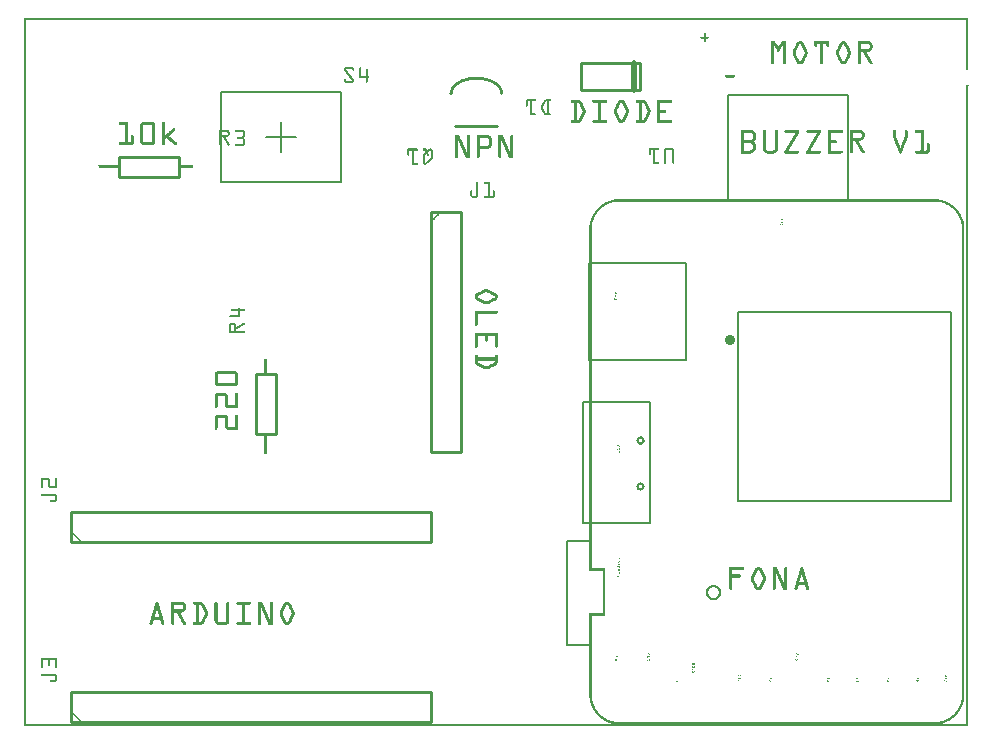
<source format=gto>
G04 MADE WITH FRITZING*
G04 WWW.FRITZING.ORG*
G04 DOUBLE SIDED*
G04 HOLES PLATED*
G04 CONTOUR ON CENTER OF CONTOUR VECTOR*
%ASAXBY*%
%FSLAX23Y23*%
%MOIN*%
%OFA0B0*%
%SFA1.0B1.0*%
%ADD10C,0.035811X-0.012189*%
%ADD11R,0.232076X0.413244X0.216076X0.397244*%
%ADD12C,0.008000*%
%ADD13R,0.332195X0.332195X0.316195X0.316195*%
%ADD14C,0.010000*%
%ADD15C,0.020000*%
%ADD16C,0.005000*%
%ADD17R,0.001000X0.001000*%
%LNSILK1*%
G90*
G70*
G54D10*
X2353Y1287D03*
G54D12*
X1865Y1083D02*
X2089Y1083D01*
X2089Y678D01*
X1865Y678D01*
X1865Y1083D01*
D02*
X1884Y1546D02*
X2208Y1546D01*
X2208Y1221D01*
X1884Y1221D01*
X1884Y1546D01*
D02*
G54D14*
X1577Y2002D02*
X1437Y2002D01*
D02*
X2053Y2121D02*
X1858Y2121D01*
D02*
X1858Y2211D02*
X2053Y2211D01*
D02*
X2053Y2211D02*
X2053Y2121D01*
G54D15*
D02*
X2033Y2211D02*
X2033Y2121D01*
G54D14*
D02*
X774Y975D02*
X774Y1175D01*
D02*
X774Y1175D02*
X840Y1175D01*
D02*
X840Y1175D02*
X840Y975D01*
D02*
X840Y975D02*
X774Y975D01*
D02*
X317Y1899D02*
X517Y1899D01*
D02*
X517Y1899D02*
X517Y1833D01*
D02*
X517Y1833D02*
X317Y1833D01*
D02*
X317Y1833D02*
X317Y1899D01*
G54D16*
D02*
X857Y2016D02*
X857Y1916D01*
D02*
X807Y1966D02*
X907Y1966D01*
D02*
X657Y2116D02*
X1057Y2116D01*
D02*
X1057Y2116D02*
X1057Y1816D01*
D02*
X1057Y1816D02*
X657Y1816D01*
D02*
X657Y1816D02*
X657Y2116D01*
G54D14*
D02*
X1357Y1716D02*
X1357Y916D01*
D02*
X1357Y916D02*
X1457Y916D01*
D02*
X1457Y916D02*
X1457Y1716D01*
D02*
X1457Y1716D02*
X1357Y1716D01*
G54D16*
D02*
X2382Y1382D02*
X3091Y1382D01*
D02*
X3091Y1382D02*
X3091Y752D01*
D02*
X3091Y752D02*
X2382Y752D01*
D02*
X2382Y752D02*
X2382Y1382D01*
G54D12*
D02*
X2347Y2104D02*
X2747Y2104D01*
D02*
X2347Y1756D02*
X2347Y2104D01*
D02*
X2747Y1756D02*
X2747Y2104D01*
D02*
X1812Y270D02*
X1887Y270D01*
D02*
X1812Y619D02*
X1887Y619D01*
D02*
X1812Y270D02*
X1812Y619D01*
G54D14*
D02*
X157Y616D02*
X1357Y616D01*
D02*
X1357Y616D02*
X1357Y716D01*
D02*
X1357Y716D02*
X157Y716D01*
D02*
X157Y716D02*
X157Y616D01*
D02*
X157Y16D02*
X1357Y16D01*
D02*
X1357Y16D02*
X1357Y116D01*
D02*
X1357Y116D02*
X157Y116D01*
D02*
X157Y116D02*
X157Y16D01*
G54D17*
X0Y2362D02*
X3148Y2362D01*
X0Y2361D02*
X3148Y2361D01*
X0Y2360D02*
X3148Y2360D01*
X0Y2359D02*
X3148Y2359D01*
X0Y2358D02*
X3148Y2358D01*
X0Y2357D02*
X3148Y2357D01*
X0Y2356D02*
X3148Y2356D01*
X0Y2355D02*
X3148Y2355D01*
X0Y2354D02*
X7Y2354D01*
X3141Y2354D02*
X3148Y2354D01*
X0Y2353D02*
X7Y2353D01*
X3141Y2353D02*
X3148Y2353D01*
X0Y2352D02*
X7Y2352D01*
X3141Y2352D02*
X3148Y2352D01*
X0Y2351D02*
X7Y2351D01*
X3141Y2351D02*
X3148Y2351D01*
X0Y2350D02*
X7Y2350D01*
X3141Y2350D02*
X3148Y2350D01*
X0Y2349D02*
X7Y2349D01*
X3141Y2349D02*
X3148Y2349D01*
X0Y2348D02*
X7Y2348D01*
X3141Y2348D02*
X3148Y2348D01*
X0Y2347D02*
X7Y2347D01*
X3141Y2347D02*
X3148Y2347D01*
X0Y2346D02*
X7Y2346D01*
X3141Y2346D02*
X3148Y2346D01*
X0Y2345D02*
X7Y2345D01*
X3141Y2345D02*
X3148Y2345D01*
X0Y2344D02*
X7Y2344D01*
X3141Y2344D02*
X3148Y2344D01*
X0Y2343D02*
X7Y2343D01*
X3141Y2343D02*
X3148Y2343D01*
X0Y2342D02*
X7Y2342D01*
X3141Y2342D02*
X3148Y2342D01*
X0Y2341D02*
X7Y2341D01*
X3141Y2341D02*
X3148Y2341D01*
X0Y2340D02*
X7Y2340D01*
X3141Y2340D02*
X3148Y2340D01*
X0Y2339D02*
X7Y2339D01*
X3141Y2339D02*
X3148Y2339D01*
X0Y2338D02*
X7Y2338D01*
X3141Y2338D02*
X3148Y2338D01*
X0Y2337D02*
X7Y2337D01*
X3141Y2337D02*
X3148Y2337D01*
X0Y2336D02*
X7Y2336D01*
X3141Y2336D02*
X3148Y2336D01*
X0Y2335D02*
X7Y2335D01*
X3141Y2335D02*
X3148Y2335D01*
X0Y2334D02*
X7Y2334D01*
X3141Y2334D02*
X3148Y2334D01*
X0Y2333D02*
X7Y2333D01*
X3141Y2333D02*
X3148Y2333D01*
X0Y2332D02*
X7Y2332D01*
X3141Y2332D02*
X3148Y2332D01*
X0Y2331D02*
X7Y2331D01*
X3141Y2331D02*
X3148Y2331D01*
X0Y2330D02*
X7Y2330D01*
X3141Y2330D02*
X3148Y2330D01*
X0Y2329D02*
X7Y2329D01*
X3141Y2329D02*
X3148Y2329D01*
X0Y2328D02*
X7Y2328D01*
X3141Y2328D02*
X3148Y2328D01*
X0Y2327D02*
X7Y2327D01*
X3141Y2327D02*
X3148Y2327D01*
X0Y2326D02*
X7Y2326D01*
X3141Y2326D02*
X3148Y2326D01*
X0Y2325D02*
X7Y2325D01*
X3141Y2325D02*
X3148Y2325D01*
X0Y2324D02*
X7Y2324D01*
X3141Y2324D02*
X3148Y2324D01*
X0Y2323D02*
X7Y2323D01*
X3141Y2323D02*
X3148Y2323D01*
X0Y2322D02*
X7Y2322D01*
X3141Y2322D02*
X3148Y2322D01*
X0Y2321D02*
X7Y2321D01*
X3141Y2321D02*
X3148Y2321D01*
X0Y2320D02*
X7Y2320D01*
X3141Y2320D02*
X3148Y2320D01*
X0Y2319D02*
X7Y2319D01*
X3141Y2319D02*
X3148Y2319D01*
X0Y2318D02*
X7Y2318D01*
X3141Y2318D02*
X3148Y2318D01*
X0Y2317D02*
X7Y2317D01*
X3141Y2317D02*
X3148Y2317D01*
X0Y2316D02*
X7Y2316D01*
X3141Y2316D02*
X3148Y2316D01*
X0Y2315D02*
X7Y2315D01*
X3141Y2315D02*
X3148Y2315D01*
X0Y2314D02*
X7Y2314D01*
X3141Y2314D02*
X3148Y2314D01*
X0Y2313D02*
X7Y2313D01*
X3141Y2313D02*
X3148Y2313D01*
X0Y2312D02*
X7Y2312D01*
X3141Y2312D02*
X3148Y2312D01*
X0Y2311D02*
X7Y2311D01*
X2269Y2311D02*
X2273Y2311D01*
X3141Y2311D02*
X3148Y2311D01*
X0Y2310D02*
X7Y2310D01*
X2269Y2310D02*
X2273Y2310D01*
X3141Y2310D02*
X3148Y2310D01*
X0Y2309D02*
X7Y2309D01*
X2268Y2309D02*
X2274Y2309D01*
X3141Y2309D02*
X3148Y2309D01*
X0Y2308D02*
X7Y2308D01*
X2268Y2308D02*
X2274Y2308D01*
X3141Y2308D02*
X3148Y2308D01*
X0Y2307D02*
X7Y2307D01*
X2268Y2307D02*
X2274Y2307D01*
X3141Y2307D02*
X3148Y2307D01*
X0Y2306D02*
X7Y2306D01*
X2268Y2306D02*
X2274Y2306D01*
X3141Y2306D02*
X3148Y2306D01*
X0Y2305D02*
X7Y2305D01*
X2268Y2305D02*
X2274Y2305D01*
X3141Y2305D02*
X3148Y2305D01*
X0Y2304D02*
X7Y2304D01*
X2268Y2304D02*
X2274Y2304D01*
X3141Y2304D02*
X3148Y2304D01*
X0Y2303D02*
X7Y2303D01*
X2268Y2303D02*
X2274Y2303D01*
X3141Y2303D02*
X3148Y2303D01*
X0Y2302D02*
X7Y2302D01*
X2268Y2302D02*
X2274Y2302D01*
X3141Y2302D02*
X3148Y2302D01*
X0Y2301D02*
X7Y2301D01*
X2268Y2301D02*
X2274Y2301D01*
X3141Y2301D02*
X3148Y2301D01*
X0Y2300D02*
X7Y2300D01*
X2268Y2300D02*
X2274Y2300D01*
X3141Y2300D02*
X3148Y2300D01*
X0Y2299D02*
X7Y2299D01*
X2268Y2299D02*
X2274Y2299D01*
X3141Y2299D02*
X3148Y2299D01*
X0Y2298D02*
X7Y2298D01*
X2256Y2298D02*
X2286Y2298D01*
X3141Y2298D02*
X3148Y2298D01*
X0Y2297D02*
X7Y2297D01*
X2256Y2297D02*
X2284Y2297D01*
X3141Y2297D02*
X3148Y2297D01*
X0Y2296D02*
X7Y2296D01*
X2255Y2296D02*
X2283Y2296D01*
X3141Y2296D02*
X3148Y2296D01*
X0Y2295D02*
X7Y2295D01*
X2255Y2295D02*
X2281Y2295D01*
X3141Y2295D02*
X3148Y2295D01*
X0Y2294D02*
X7Y2294D01*
X2256Y2294D02*
X2280Y2294D01*
X3141Y2294D02*
X3148Y2294D01*
X0Y2293D02*
X7Y2293D01*
X2257Y2293D02*
X2279Y2293D01*
X3141Y2293D02*
X3148Y2293D01*
X0Y2292D02*
X7Y2292D01*
X2268Y2292D02*
X2274Y2292D01*
X3141Y2292D02*
X3148Y2292D01*
X0Y2291D02*
X7Y2291D01*
X2268Y2291D02*
X2274Y2291D01*
X3141Y2291D02*
X3148Y2291D01*
X0Y2290D02*
X7Y2290D01*
X2268Y2290D02*
X2274Y2290D01*
X3141Y2290D02*
X3148Y2290D01*
X0Y2289D02*
X7Y2289D01*
X2268Y2289D02*
X2274Y2289D01*
X3141Y2289D02*
X3148Y2289D01*
X0Y2288D02*
X7Y2288D01*
X2268Y2288D02*
X2274Y2288D01*
X3141Y2288D02*
X3148Y2288D01*
X0Y2287D02*
X7Y2287D01*
X2268Y2287D02*
X2274Y2287D01*
X3141Y2287D02*
X3148Y2287D01*
X0Y2286D02*
X7Y2286D01*
X2268Y2286D02*
X2274Y2286D01*
X3141Y2286D02*
X3148Y2286D01*
X0Y2285D02*
X7Y2285D01*
X2268Y2285D02*
X2273Y2285D01*
X3141Y2285D02*
X3148Y2285D01*
X0Y2284D02*
X7Y2284D01*
X2268Y2284D02*
X2272Y2284D01*
X3141Y2284D02*
X3148Y2284D01*
X0Y2283D02*
X7Y2283D01*
X2268Y2283D02*
X2272Y2283D01*
X2491Y2283D02*
X2503Y2283D01*
X2527Y2283D02*
X2540Y2283D01*
X2583Y2283D02*
X2592Y2283D01*
X2636Y2283D02*
X2684Y2283D01*
X2728Y2283D02*
X2737Y2283D01*
X2780Y2283D02*
X2819Y2283D01*
X3141Y2283D02*
X3148Y2283D01*
X0Y2282D02*
X7Y2282D01*
X2268Y2282D02*
X2271Y2282D01*
X2491Y2282D02*
X2504Y2282D01*
X2527Y2282D02*
X2540Y2282D01*
X2581Y2282D02*
X2594Y2282D01*
X2636Y2282D02*
X2684Y2282D01*
X2726Y2282D02*
X2739Y2282D01*
X2780Y2282D02*
X2821Y2282D01*
X3141Y2282D02*
X3148Y2282D01*
X0Y2281D02*
X7Y2281D01*
X2269Y2281D02*
X2271Y2281D01*
X2491Y2281D02*
X2505Y2281D01*
X2526Y2281D02*
X2540Y2281D01*
X2580Y2281D02*
X2595Y2281D01*
X2636Y2281D02*
X2684Y2281D01*
X2725Y2281D02*
X2740Y2281D01*
X2780Y2281D02*
X2823Y2281D01*
X3141Y2281D02*
X3148Y2281D01*
X0Y2280D02*
X7Y2280D01*
X2270Y2280D02*
X2271Y2280D01*
X2491Y2280D02*
X2505Y2280D01*
X2525Y2280D02*
X2540Y2280D01*
X2579Y2280D02*
X2596Y2280D01*
X2636Y2280D02*
X2684Y2280D01*
X2723Y2280D02*
X2741Y2280D01*
X2780Y2280D02*
X2824Y2280D01*
X3141Y2280D02*
X3148Y2280D01*
X0Y2279D02*
X7Y2279D01*
X2491Y2279D02*
X2506Y2279D01*
X2525Y2279D02*
X2540Y2279D01*
X2578Y2279D02*
X2597Y2279D01*
X2636Y2279D02*
X2684Y2279D01*
X2722Y2279D02*
X2742Y2279D01*
X2780Y2279D02*
X2825Y2279D01*
X3141Y2279D02*
X3148Y2279D01*
X0Y2278D02*
X7Y2278D01*
X2491Y2278D02*
X2507Y2278D01*
X2524Y2278D02*
X2540Y2278D01*
X2577Y2278D02*
X2598Y2278D01*
X2636Y2278D02*
X2684Y2278D01*
X2722Y2278D02*
X2743Y2278D01*
X2780Y2278D02*
X2826Y2278D01*
X3141Y2278D02*
X3148Y2278D01*
X0Y2277D02*
X7Y2277D01*
X2491Y2277D02*
X2508Y2277D01*
X2523Y2277D02*
X2540Y2277D01*
X2577Y2277D02*
X2599Y2277D01*
X2636Y2277D02*
X2684Y2277D01*
X2721Y2277D02*
X2743Y2277D01*
X2780Y2277D02*
X2826Y2277D01*
X3141Y2277D02*
X3148Y2277D01*
X0Y2276D02*
X7Y2276D01*
X2491Y2276D02*
X2508Y2276D01*
X2523Y2276D02*
X2540Y2276D01*
X2576Y2276D02*
X2599Y2276D01*
X2636Y2276D02*
X2684Y2276D01*
X2721Y2276D02*
X2744Y2276D01*
X2780Y2276D02*
X2827Y2276D01*
X3141Y2276D02*
X3148Y2276D01*
X0Y2275D02*
X7Y2275D01*
X2491Y2275D02*
X2509Y2275D01*
X2522Y2275D02*
X2540Y2275D01*
X2575Y2275D02*
X2600Y2275D01*
X2636Y2275D02*
X2684Y2275D01*
X2720Y2275D02*
X2744Y2275D01*
X2780Y2275D02*
X2828Y2275D01*
X3141Y2275D02*
X3148Y2275D01*
X0Y2274D02*
X7Y2274D01*
X2491Y2274D02*
X2510Y2274D01*
X2521Y2274D02*
X2540Y2274D01*
X2575Y2274D02*
X2600Y2274D01*
X2636Y2274D02*
X2684Y2274D01*
X2720Y2274D02*
X2745Y2274D01*
X2780Y2274D02*
X2828Y2274D01*
X3141Y2274D02*
X3148Y2274D01*
X0Y2273D02*
X7Y2273D01*
X2491Y2273D02*
X2510Y2273D01*
X2520Y2273D02*
X2540Y2273D01*
X2574Y2273D02*
X2585Y2273D01*
X2590Y2273D02*
X2601Y2273D01*
X2636Y2273D02*
X2645Y2273D01*
X2655Y2273D02*
X2664Y2273D01*
X2675Y2273D02*
X2684Y2273D01*
X2719Y2273D02*
X2730Y2273D01*
X2735Y2273D02*
X2745Y2273D01*
X2780Y2273D02*
X2789Y2273D01*
X2817Y2273D02*
X2828Y2273D01*
X3141Y2273D02*
X3148Y2273D01*
X0Y2272D02*
X7Y2272D01*
X2491Y2272D02*
X2511Y2272D01*
X2520Y2272D02*
X2540Y2272D01*
X2574Y2272D02*
X2584Y2272D01*
X2591Y2272D02*
X2601Y2272D01*
X2636Y2272D02*
X2645Y2272D01*
X2655Y2272D02*
X2664Y2272D01*
X2675Y2272D02*
X2684Y2272D01*
X2719Y2272D02*
X2729Y2272D01*
X2735Y2272D02*
X2746Y2272D01*
X2780Y2272D02*
X2789Y2272D01*
X2819Y2272D02*
X2829Y2272D01*
X3141Y2272D02*
X3148Y2272D01*
X0Y2271D02*
X7Y2271D01*
X2491Y2271D02*
X2512Y2271D01*
X2519Y2271D02*
X2540Y2271D01*
X2573Y2271D02*
X2584Y2271D01*
X2591Y2271D02*
X2602Y2271D01*
X2636Y2271D02*
X2645Y2271D01*
X2655Y2271D02*
X2664Y2271D01*
X2675Y2271D02*
X2684Y2271D01*
X2718Y2271D02*
X2728Y2271D01*
X2736Y2271D02*
X2746Y2271D01*
X2780Y2271D02*
X2789Y2271D01*
X2819Y2271D02*
X2829Y2271D01*
X3141Y2271D02*
X3148Y2271D01*
X0Y2270D02*
X7Y2270D01*
X2491Y2270D02*
X2512Y2270D01*
X2518Y2270D02*
X2540Y2270D01*
X2573Y2270D02*
X2583Y2270D01*
X2592Y2270D02*
X2602Y2270D01*
X2636Y2270D02*
X2645Y2270D01*
X2655Y2270D02*
X2664Y2270D01*
X2675Y2270D02*
X2684Y2270D01*
X2718Y2270D02*
X2728Y2270D01*
X2736Y2270D02*
X2747Y2270D01*
X2780Y2270D02*
X2789Y2270D01*
X2820Y2270D02*
X2829Y2270D01*
X3141Y2270D02*
X3148Y2270D01*
X0Y2269D02*
X7Y2269D01*
X2491Y2269D02*
X2500Y2269D01*
X2502Y2269D02*
X2513Y2269D01*
X2518Y2269D02*
X2529Y2269D01*
X2531Y2269D02*
X2540Y2269D01*
X2572Y2269D02*
X2583Y2269D01*
X2592Y2269D02*
X2603Y2269D01*
X2636Y2269D02*
X2644Y2269D01*
X2655Y2269D02*
X2664Y2269D01*
X2676Y2269D02*
X2684Y2269D01*
X2717Y2269D02*
X2727Y2269D01*
X2737Y2269D02*
X2747Y2269D01*
X2780Y2269D02*
X2789Y2269D01*
X2820Y2269D02*
X2829Y2269D01*
X3141Y2269D02*
X3148Y2269D01*
X0Y2268D02*
X7Y2268D01*
X2491Y2268D02*
X2500Y2268D01*
X2502Y2268D02*
X2514Y2268D01*
X2517Y2268D02*
X2528Y2268D01*
X2531Y2268D02*
X2540Y2268D01*
X2572Y2268D02*
X2582Y2268D01*
X2593Y2268D02*
X2603Y2268D01*
X2636Y2268D02*
X2644Y2268D01*
X2655Y2268D02*
X2664Y2268D01*
X2676Y2268D02*
X2684Y2268D01*
X2717Y2268D02*
X2727Y2268D01*
X2737Y2268D02*
X2748Y2268D01*
X2780Y2268D02*
X2789Y2268D01*
X2820Y2268D02*
X2829Y2268D01*
X3141Y2268D02*
X3148Y2268D01*
X0Y2267D02*
X7Y2267D01*
X2491Y2267D02*
X2500Y2267D01*
X2503Y2267D02*
X2528Y2267D01*
X2531Y2267D02*
X2540Y2267D01*
X2572Y2267D02*
X2582Y2267D01*
X2593Y2267D02*
X2604Y2267D01*
X2637Y2267D02*
X2643Y2267D01*
X2655Y2267D02*
X2664Y2267D01*
X2677Y2267D02*
X2683Y2267D01*
X2716Y2267D02*
X2726Y2267D01*
X2738Y2267D02*
X2748Y2267D01*
X2780Y2267D02*
X2789Y2267D01*
X2820Y2267D02*
X2829Y2267D01*
X3141Y2267D02*
X3148Y2267D01*
X0Y2266D02*
X7Y2266D01*
X2491Y2266D02*
X2500Y2266D01*
X2504Y2266D02*
X2527Y2266D01*
X2531Y2266D02*
X2540Y2266D01*
X2571Y2266D02*
X2581Y2266D01*
X2594Y2266D02*
X2604Y2266D01*
X2638Y2266D02*
X2642Y2266D01*
X2655Y2266D02*
X2664Y2266D01*
X2678Y2266D02*
X2682Y2266D01*
X2716Y2266D02*
X2726Y2266D01*
X2738Y2266D02*
X2749Y2266D01*
X2780Y2266D02*
X2789Y2266D01*
X2820Y2266D02*
X2829Y2266D01*
X3141Y2266D02*
X3148Y2266D01*
X0Y2265D02*
X7Y2265D01*
X2491Y2265D02*
X2500Y2265D01*
X2505Y2265D02*
X2526Y2265D01*
X2531Y2265D02*
X2540Y2265D01*
X2571Y2265D02*
X2581Y2265D01*
X2594Y2265D02*
X2605Y2265D01*
X2655Y2265D02*
X2664Y2265D01*
X2715Y2265D02*
X2725Y2265D01*
X2739Y2265D02*
X2749Y2265D01*
X2780Y2265D02*
X2789Y2265D01*
X2820Y2265D02*
X2829Y2265D01*
X3141Y2265D02*
X3148Y2265D01*
X0Y2264D02*
X7Y2264D01*
X2491Y2264D02*
X2500Y2264D01*
X2505Y2264D02*
X2525Y2264D01*
X2531Y2264D02*
X2540Y2264D01*
X2570Y2264D02*
X2580Y2264D01*
X2595Y2264D02*
X2605Y2264D01*
X2655Y2264D02*
X2664Y2264D01*
X2715Y2264D02*
X2725Y2264D01*
X2739Y2264D02*
X2750Y2264D01*
X2780Y2264D02*
X2789Y2264D01*
X2820Y2264D02*
X2829Y2264D01*
X3141Y2264D02*
X3148Y2264D01*
X0Y2263D02*
X7Y2263D01*
X2491Y2263D02*
X2500Y2263D01*
X2506Y2263D02*
X2525Y2263D01*
X2531Y2263D02*
X2540Y2263D01*
X2570Y2263D02*
X2580Y2263D01*
X2595Y2263D02*
X2606Y2263D01*
X2655Y2263D02*
X2664Y2263D01*
X2714Y2263D02*
X2724Y2263D01*
X2740Y2263D02*
X2750Y2263D01*
X2780Y2263D02*
X2789Y2263D01*
X2820Y2263D02*
X2829Y2263D01*
X3141Y2263D02*
X3148Y2263D01*
X0Y2262D02*
X7Y2262D01*
X2491Y2262D02*
X2500Y2262D01*
X2507Y2262D02*
X2524Y2262D01*
X2531Y2262D02*
X2540Y2262D01*
X2569Y2262D02*
X2579Y2262D01*
X2596Y2262D02*
X2606Y2262D01*
X2655Y2262D02*
X2664Y2262D01*
X2714Y2262D02*
X2724Y2262D01*
X2740Y2262D02*
X2751Y2262D01*
X2780Y2262D02*
X2789Y2262D01*
X2819Y2262D02*
X2829Y2262D01*
X3141Y2262D02*
X3148Y2262D01*
X0Y2261D02*
X7Y2261D01*
X2491Y2261D02*
X2500Y2261D01*
X2507Y2261D02*
X2523Y2261D01*
X2531Y2261D02*
X2540Y2261D01*
X2569Y2261D02*
X2579Y2261D01*
X2596Y2261D02*
X2607Y2261D01*
X2655Y2261D02*
X2664Y2261D01*
X2713Y2261D02*
X2723Y2261D01*
X2741Y2261D02*
X2751Y2261D01*
X2780Y2261D02*
X2789Y2261D01*
X2819Y2261D02*
X2829Y2261D01*
X3141Y2261D02*
X3148Y2261D01*
X0Y2260D02*
X7Y2260D01*
X2491Y2260D02*
X2500Y2260D01*
X2508Y2260D02*
X2523Y2260D01*
X2531Y2260D02*
X2540Y2260D01*
X2568Y2260D02*
X2578Y2260D01*
X2597Y2260D02*
X2607Y2260D01*
X2655Y2260D02*
X2664Y2260D01*
X2713Y2260D02*
X2723Y2260D01*
X2741Y2260D02*
X2752Y2260D01*
X2780Y2260D02*
X2789Y2260D01*
X2818Y2260D02*
X2828Y2260D01*
X3141Y2260D02*
X3148Y2260D01*
X0Y2259D02*
X7Y2259D01*
X2491Y2259D02*
X2500Y2259D01*
X2509Y2259D02*
X2522Y2259D01*
X2531Y2259D02*
X2540Y2259D01*
X2568Y2259D02*
X2578Y2259D01*
X2597Y2259D02*
X2608Y2259D01*
X2655Y2259D02*
X2664Y2259D01*
X2712Y2259D02*
X2722Y2259D01*
X2742Y2259D02*
X2752Y2259D01*
X2780Y2259D02*
X2789Y2259D01*
X2817Y2259D02*
X2828Y2259D01*
X3141Y2259D02*
X3148Y2259D01*
X0Y2258D02*
X7Y2258D01*
X2491Y2258D02*
X2500Y2258D01*
X2509Y2258D02*
X2521Y2258D01*
X2531Y2258D02*
X2540Y2258D01*
X2567Y2258D02*
X2577Y2258D01*
X2598Y2258D02*
X2608Y2258D01*
X2655Y2258D02*
X2664Y2258D01*
X2712Y2258D02*
X2722Y2258D01*
X2742Y2258D02*
X2753Y2258D01*
X2780Y2258D02*
X2828Y2258D01*
X3141Y2258D02*
X3148Y2258D01*
X0Y2257D02*
X7Y2257D01*
X2491Y2257D02*
X2500Y2257D01*
X2510Y2257D02*
X2521Y2257D01*
X2531Y2257D02*
X2540Y2257D01*
X2567Y2257D02*
X2577Y2257D01*
X2598Y2257D02*
X2609Y2257D01*
X2655Y2257D02*
X2664Y2257D01*
X2711Y2257D02*
X2721Y2257D01*
X2743Y2257D02*
X2753Y2257D01*
X2780Y2257D02*
X2827Y2257D01*
X3141Y2257D02*
X3148Y2257D01*
X0Y2256D02*
X7Y2256D01*
X2491Y2256D02*
X2500Y2256D01*
X2511Y2256D02*
X2520Y2256D01*
X2531Y2256D02*
X2540Y2256D01*
X2566Y2256D02*
X2576Y2256D01*
X2599Y2256D02*
X2609Y2256D01*
X2655Y2256D02*
X2664Y2256D01*
X2711Y2256D02*
X2721Y2256D01*
X2743Y2256D02*
X2754Y2256D01*
X2780Y2256D02*
X2827Y2256D01*
X3141Y2256D02*
X3148Y2256D01*
X0Y2255D02*
X7Y2255D01*
X2491Y2255D02*
X2500Y2255D01*
X2511Y2255D02*
X2520Y2255D01*
X2531Y2255D02*
X2540Y2255D01*
X2566Y2255D02*
X2576Y2255D01*
X2599Y2255D02*
X2610Y2255D01*
X2655Y2255D02*
X2664Y2255D01*
X2710Y2255D02*
X2720Y2255D01*
X2744Y2255D02*
X2754Y2255D01*
X2780Y2255D02*
X2826Y2255D01*
X3141Y2255D02*
X3148Y2255D01*
X0Y2254D02*
X7Y2254D01*
X2491Y2254D02*
X2500Y2254D01*
X2511Y2254D02*
X2520Y2254D01*
X2531Y2254D02*
X2540Y2254D01*
X2565Y2254D02*
X2575Y2254D01*
X2600Y2254D02*
X2610Y2254D01*
X2655Y2254D02*
X2664Y2254D01*
X2710Y2254D02*
X2720Y2254D01*
X2745Y2254D02*
X2755Y2254D01*
X2780Y2254D02*
X2825Y2254D01*
X3141Y2254D02*
X3148Y2254D01*
X0Y2253D02*
X7Y2253D01*
X2491Y2253D02*
X2500Y2253D01*
X2511Y2253D02*
X2520Y2253D01*
X2531Y2253D02*
X2540Y2253D01*
X2565Y2253D02*
X2575Y2253D01*
X2600Y2253D02*
X2611Y2253D01*
X2655Y2253D02*
X2664Y2253D01*
X2709Y2253D02*
X2719Y2253D01*
X2745Y2253D02*
X2755Y2253D01*
X2780Y2253D02*
X2824Y2253D01*
X3141Y2253D02*
X3148Y2253D01*
X0Y2252D02*
X7Y2252D01*
X2491Y2252D02*
X2500Y2252D01*
X2511Y2252D02*
X2520Y2252D01*
X2531Y2252D02*
X2540Y2252D01*
X2564Y2252D02*
X2574Y2252D01*
X2601Y2252D02*
X2611Y2252D01*
X2655Y2252D02*
X2664Y2252D01*
X2709Y2252D02*
X2719Y2252D01*
X2746Y2252D02*
X2755Y2252D01*
X2780Y2252D02*
X2823Y2252D01*
X3141Y2252D02*
X3148Y2252D01*
X0Y2251D02*
X7Y2251D01*
X2491Y2251D02*
X2500Y2251D01*
X2512Y2251D02*
X2519Y2251D01*
X2531Y2251D02*
X2540Y2251D01*
X2564Y2251D02*
X2574Y2251D01*
X2601Y2251D02*
X2611Y2251D01*
X2655Y2251D02*
X2664Y2251D01*
X2709Y2251D02*
X2718Y2251D01*
X2746Y2251D02*
X2756Y2251D01*
X2780Y2251D02*
X2822Y2251D01*
X3141Y2251D02*
X3148Y2251D01*
X0Y2250D02*
X7Y2250D01*
X2491Y2250D02*
X2500Y2250D01*
X2512Y2250D02*
X2518Y2250D01*
X2531Y2250D02*
X2540Y2250D01*
X2564Y2250D02*
X2573Y2250D01*
X2602Y2250D02*
X2611Y2250D01*
X2655Y2250D02*
X2664Y2250D01*
X2708Y2250D02*
X2718Y2250D01*
X2746Y2250D02*
X2756Y2250D01*
X2780Y2250D02*
X2820Y2250D01*
X3141Y2250D02*
X3148Y2250D01*
X0Y2249D02*
X7Y2249D01*
X2491Y2249D02*
X2500Y2249D01*
X2514Y2249D02*
X2517Y2249D01*
X2531Y2249D02*
X2540Y2249D01*
X2564Y2249D02*
X2573Y2249D01*
X2602Y2249D02*
X2612Y2249D01*
X2655Y2249D02*
X2664Y2249D01*
X2708Y2249D02*
X2718Y2249D01*
X2747Y2249D02*
X2756Y2249D01*
X2780Y2249D02*
X2818Y2249D01*
X3141Y2249D02*
X3148Y2249D01*
X0Y2248D02*
X7Y2248D01*
X2491Y2248D02*
X2500Y2248D01*
X2531Y2248D02*
X2540Y2248D01*
X2563Y2248D02*
X2573Y2248D01*
X2603Y2248D02*
X2612Y2248D01*
X2655Y2248D02*
X2664Y2248D01*
X2708Y2248D02*
X2717Y2248D01*
X2747Y2248D02*
X2756Y2248D01*
X2780Y2248D02*
X2789Y2248D01*
X2797Y2248D02*
X2808Y2248D01*
X3141Y2248D02*
X3148Y2248D01*
X0Y2247D02*
X7Y2247D01*
X2491Y2247D02*
X2500Y2247D01*
X2531Y2247D02*
X2540Y2247D01*
X2563Y2247D02*
X2573Y2247D01*
X2603Y2247D02*
X2612Y2247D01*
X2655Y2247D02*
X2664Y2247D01*
X2708Y2247D02*
X2717Y2247D01*
X2747Y2247D02*
X2757Y2247D01*
X2780Y2247D02*
X2789Y2247D01*
X2798Y2247D02*
X2809Y2247D01*
X3141Y2247D02*
X3148Y2247D01*
X0Y2246D02*
X7Y2246D01*
X2491Y2246D02*
X2500Y2246D01*
X2531Y2246D02*
X2540Y2246D01*
X2563Y2246D02*
X2572Y2246D01*
X2603Y2246D02*
X2612Y2246D01*
X2655Y2246D02*
X2664Y2246D01*
X2708Y2246D02*
X2717Y2246D01*
X2747Y2246D02*
X2757Y2246D01*
X2780Y2246D02*
X2789Y2246D01*
X2799Y2246D02*
X2809Y2246D01*
X3141Y2246D02*
X3148Y2246D01*
X0Y2245D02*
X7Y2245D01*
X2491Y2245D02*
X2500Y2245D01*
X2531Y2245D02*
X2540Y2245D01*
X2563Y2245D02*
X2572Y2245D01*
X2603Y2245D02*
X2612Y2245D01*
X2655Y2245D02*
X2664Y2245D01*
X2708Y2245D02*
X2717Y2245D01*
X2747Y2245D02*
X2757Y2245D01*
X2780Y2245D02*
X2789Y2245D01*
X2799Y2245D02*
X2810Y2245D01*
X3141Y2245D02*
X3148Y2245D01*
X0Y2244D02*
X7Y2244D01*
X2491Y2244D02*
X2500Y2244D01*
X2531Y2244D02*
X2540Y2244D01*
X2563Y2244D02*
X2572Y2244D01*
X2603Y2244D02*
X2612Y2244D01*
X2655Y2244D02*
X2664Y2244D01*
X2708Y2244D02*
X2717Y2244D01*
X2747Y2244D02*
X2757Y2244D01*
X2780Y2244D02*
X2789Y2244D01*
X2800Y2244D02*
X2810Y2244D01*
X3141Y2244D02*
X3148Y2244D01*
X0Y2243D02*
X7Y2243D01*
X2491Y2243D02*
X2500Y2243D01*
X2531Y2243D02*
X2540Y2243D01*
X2563Y2243D02*
X2573Y2243D01*
X2603Y2243D02*
X2612Y2243D01*
X2655Y2243D02*
X2664Y2243D01*
X2708Y2243D02*
X2717Y2243D01*
X2747Y2243D02*
X2757Y2243D01*
X2780Y2243D02*
X2789Y2243D01*
X2800Y2243D02*
X2811Y2243D01*
X3141Y2243D02*
X3148Y2243D01*
X0Y2242D02*
X7Y2242D01*
X2491Y2242D02*
X2500Y2242D01*
X2531Y2242D02*
X2540Y2242D01*
X2563Y2242D02*
X2573Y2242D01*
X2603Y2242D02*
X2612Y2242D01*
X2655Y2242D02*
X2664Y2242D01*
X2708Y2242D02*
X2717Y2242D01*
X2747Y2242D02*
X2756Y2242D01*
X2780Y2242D02*
X2789Y2242D01*
X2801Y2242D02*
X2812Y2242D01*
X3141Y2242D02*
X3148Y2242D01*
X0Y2241D02*
X7Y2241D01*
X2491Y2241D02*
X2500Y2241D01*
X2531Y2241D02*
X2540Y2241D01*
X2564Y2241D02*
X2573Y2241D01*
X2602Y2241D02*
X2612Y2241D01*
X2655Y2241D02*
X2664Y2241D01*
X2708Y2241D02*
X2718Y2241D01*
X2747Y2241D02*
X2756Y2241D01*
X2780Y2241D02*
X2789Y2241D01*
X2801Y2241D02*
X2812Y2241D01*
X3141Y2241D02*
X3148Y2241D01*
X0Y2240D02*
X7Y2240D01*
X2491Y2240D02*
X2500Y2240D01*
X2531Y2240D02*
X2540Y2240D01*
X2564Y2240D02*
X2573Y2240D01*
X2602Y2240D02*
X2611Y2240D01*
X2655Y2240D02*
X2664Y2240D01*
X2708Y2240D02*
X2718Y2240D01*
X2746Y2240D02*
X2756Y2240D01*
X2780Y2240D02*
X2789Y2240D01*
X2802Y2240D02*
X2813Y2240D01*
X3141Y2240D02*
X3148Y2240D01*
X0Y2239D02*
X7Y2239D01*
X2491Y2239D02*
X2500Y2239D01*
X2531Y2239D02*
X2540Y2239D01*
X2564Y2239D02*
X2574Y2239D01*
X2601Y2239D02*
X2611Y2239D01*
X2655Y2239D02*
X2664Y2239D01*
X2709Y2239D02*
X2718Y2239D01*
X2746Y2239D02*
X2756Y2239D01*
X2780Y2239D02*
X2789Y2239D01*
X2803Y2239D02*
X2813Y2239D01*
X3141Y2239D02*
X3148Y2239D01*
X0Y2238D02*
X7Y2238D01*
X2491Y2238D02*
X2500Y2238D01*
X2531Y2238D02*
X2540Y2238D01*
X2564Y2238D02*
X2574Y2238D01*
X2601Y2238D02*
X2611Y2238D01*
X2655Y2238D02*
X2664Y2238D01*
X2709Y2238D02*
X2719Y2238D01*
X2746Y2238D02*
X2755Y2238D01*
X2780Y2238D02*
X2789Y2238D01*
X2803Y2238D02*
X2814Y2238D01*
X3141Y2238D02*
X3148Y2238D01*
X0Y2237D02*
X7Y2237D01*
X2491Y2237D02*
X2500Y2237D01*
X2531Y2237D02*
X2540Y2237D01*
X2565Y2237D02*
X2575Y2237D01*
X2600Y2237D02*
X2611Y2237D01*
X2655Y2237D02*
X2664Y2237D01*
X2709Y2237D02*
X2719Y2237D01*
X2745Y2237D02*
X2755Y2237D01*
X2780Y2237D02*
X2789Y2237D01*
X2804Y2237D02*
X2815Y2237D01*
X3141Y2237D02*
X3148Y2237D01*
X0Y2236D02*
X7Y2236D01*
X2491Y2236D02*
X2500Y2236D01*
X2531Y2236D02*
X2540Y2236D01*
X2565Y2236D02*
X2575Y2236D01*
X2600Y2236D02*
X2610Y2236D01*
X2655Y2236D02*
X2664Y2236D01*
X2710Y2236D02*
X2720Y2236D01*
X2745Y2236D02*
X2755Y2236D01*
X2780Y2236D02*
X2789Y2236D01*
X2804Y2236D02*
X2815Y2236D01*
X3141Y2236D02*
X3148Y2236D01*
X0Y2235D02*
X7Y2235D01*
X2491Y2235D02*
X2500Y2235D01*
X2531Y2235D02*
X2540Y2235D01*
X2566Y2235D02*
X2576Y2235D01*
X2599Y2235D02*
X2610Y2235D01*
X2655Y2235D02*
X2664Y2235D01*
X2710Y2235D02*
X2720Y2235D01*
X2744Y2235D02*
X2754Y2235D01*
X2780Y2235D02*
X2789Y2235D01*
X2805Y2235D02*
X2816Y2235D01*
X3141Y2235D02*
X3148Y2235D01*
X0Y2234D02*
X7Y2234D01*
X2491Y2234D02*
X2500Y2234D01*
X2531Y2234D02*
X2540Y2234D01*
X2566Y2234D02*
X2576Y2234D01*
X2599Y2234D02*
X2609Y2234D01*
X2655Y2234D02*
X2664Y2234D01*
X2711Y2234D02*
X2721Y2234D01*
X2744Y2234D02*
X2754Y2234D01*
X2780Y2234D02*
X2789Y2234D01*
X2806Y2234D02*
X2816Y2234D01*
X3141Y2234D02*
X3148Y2234D01*
X0Y2233D02*
X7Y2233D01*
X2491Y2233D02*
X2500Y2233D01*
X2531Y2233D02*
X2540Y2233D01*
X2567Y2233D02*
X2577Y2233D01*
X2598Y2233D02*
X2609Y2233D01*
X2655Y2233D02*
X2664Y2233D01*
X2711Y2233D02*
X2721Y2233D01*
X2743Y2233D02*
X2753Y2233D01*
X2780Y2233D02*
X2789Y2233D01*
X2806Y2233D02*
X2817Y2233D01*
X3141Y2233D02*
X3148Y2233D01*
X0Y2232D02*
X7Y2232D01*
X2491Y2232D02*
X2500Y2232D01*
X2531Y2232D02*
X2540Y2232D01*
X2567Y2232D02*
X2577Y2232D01*
X2598Y2232D02*
X2608Y2232D01*
X2655Y2232D02*
X2664Y2232D01*
X2712Y2232D02*
X2722Y2232D01*
X2743Y2232D02*
X2753Y2232D01*
X2780Y2232D02*
X2789Y2232D01*
X2807Y2232D02*
X2817Y2232D01*
X3141Y2232D02*
X3148Y2232D01*
X0Y2231D02*
X7Y2231D01*
X2491Y2231D02*
X2500Y2231D01*
X2531Y2231D02*
X2540Y2231D01*
X2568Y2231D02*
X2578Y2231D01*
X2597Y2231D02*
X2608Y2231D01*
X2655Y2231D02*
X2664Y2231D01*
X2712Y2231D02*
X2722Y2231D01*
X2742Y2231D02*
X2752Y2231D01*
X2780Y2231D02*
X2789Y2231D01*
X2807Y2231D02*
X2818Y2231D01*
X3141Y2231D02*
X3148Y2231D01*
X0Y2230D02*
X7Y2230D01*
X2491Y2230D02*
X2500Y2230D01*
X2531Y2230D02*
X2540Y2230D01*
X2568Y2230D02*
X2578Y2230D01*
X2597Y2230D02*
X2607Y2230D01*
X2655Y2230D02*
X2664Y2230D01*
X2713Y2230D02*
X2723Y2230D01*
X2742Y2230D02*
X2752Y2230D01*
X2780Y2230D02*
X2789Y2230D01*
X2808Y2230D02*
X2819Y2230D01*
X3141Y2230D02*
X3148Y2230D01*
X0Y2229D02*
X7Y2229D01*
X2491Y2229D02*
X2500Y2229D01*
X2531Y2229D02*
X2540Y2229D01*
X2568Y2229D02*
X2579Y2229D01*
X2596Y2229D02*
X2607Y2229D01*
X2655Y2229D02*
X2664Y2229D01*
X2713Y2229D02*
X2723Y2229D01*
X2741Y2229D02*
X2751Y2229D01*
X2780Y2229D02*
X2789Y2229D01*
X2808Y2229D02*
X2819Y2229D01*
X3141Y2229D02*
X3148Y2229D01*
X0Y2228D02*
X7Y2228D01*
X2491Y2228D02*
X2500Y2228D01*
X2531Y2228D02*
X2540Y2228D01*
X2569Y2228D02*
X2579Y2228D01*
X2596Y2228D02*
X2606Y2228D01*
X2655Y2228D02*
X2664Y2228D01*
X2714Y2228D02*
X2724Y2228D01*
X2741Y2228D02*
X2751Y2228D01*
X2780Y2228D02*
X2789Y2228D01*
X2809Y2228D02*
X2820Y2228D01*
X3141Y2228D02*
X3148Y2228D01*
X0Y2227D02*
X7Y2227D01*
X2491Y2227D02*
X2500Y2227D01*
X2531Y2227D02*
X2540Y2227D01*
X2569Y2227D02*
X2580Y2227D01*
X2595Y2227D02*
X2606Y2227D01*
X2655Y2227D02*
X2664Y2227D01*
X2714Y2227D02*
X2724Y2227D01*
X2740Y2227D02*
X2750Y2227D01*
X2780Y2227D02*
X2789Y2227D01*
X2810Y2227D02*
X2820Y2227D01*
X3141Y2227D02*
X3148Y2227D01*
X0Y2226D02*
X7Y2226D01*
X2491Y2226D02*
X2500Y2226D01*
X2531Y2226D02*
X2540Y2226D01*
X2570Y2226D02*
X2580Y2226D01*
X2595Y2226D02*
X2605Y2226D01*
X2655Y2226D02*
X2664Y2226D01*
X2715Y2226D02*
X2725Y2226D01*
X2740Y2226D02*
X2750Y2226D01*
X2780Y2226D02*
X2789Y2226D01*
X2810Y2226D02*
X2821Y2226D01*
X3141Y2226D02*
X3148Y2226D01*
X0Y2225D02*
X7Y2225D01*
X2491Y2225D02*
X2500Y2225D01*
X2531Y2225D02*
X2540Y2225D01*
X2570Y2225D02*
X2581Y2225D01*
X2595Y2225D02*
X2605Y2225D01*
X2655Y2225D02*
X2664Y2225D01*
X2715Y2225D02*
X2725Y2225D01*
X2739Y2225D02*
X2749Y2225D01*
X2780Y2225D02*
X2789Y2225D01*
X2811Y2225D02*
X2822Y2225D01*
X3141Y2225D02*
X3148Y2225D01*
X0Y2224D02*
X7Y2224D01*
X2491Y2224D02*
X2500Y2224D01*
X2531Y2224D02*
X2540Y2224D01*
X2571Y2224D02*
X2581Y2224D01*
X2594Y2224D02*
X2604Y2224D01*
X2655Y2224D02*
X2664Y2224D01*
X2716Y2224D02*
X2726Y2224D01*
X2739Y2224D02*
X2749Y2224D01*
X2780Y2224D02*
X2789Y2224D01*
X2811Y2224D02*
X2822Y2224D01*
X3141Y2224D02*
X3148Y2224D01*
X0Y2223D02*
X7Y2223D01*
X2491Y2223D02*
X2500Y2223D01*
X2531Y2223D02*
X2540Y2223D01*
X2571Y2223D02*
X2582Y2223D01*
X2594Y2223D02*
X2604Y2223D01*
X2655Y2223D02*
X2664Y2223D01*
X2716Y2223D02*
X2726Y2223D01*
X2738Y2223D02*
X2748Y2223D01*
X2780Y2223D02*
X2789Y2223D01*
X2812Y2223D02*
X2823Y2223D01*
X3141Y2223D02*
X3148Y2223D01*
X0Y2222D02*
X7Y2222D01*
X2491Y2222D02*
X2500Y2222D01*
X2531Y2222D02*
X2540Y2222D01*
X2572Y2222D02*
X2582Y2222D01*
X2593Y2222D02*
X2603Y2222D01*
X2655Y2222D02*
X2664Y2222D01*
X2717Y2222D02*
X2727Y2222D01*
X2738Y2222D02*
X2748Y2222D01*
X2780Y2222D02*
X2789Y2222D01*
X2813Y2222D02*
X2823Y2222D01*
X3141Y2222D02*
X3148Y2222D01*
X0Y2221D02*
X7Y2221D01*
X2491Y2221D02*
X2500Y2221D01*
X2531Y2221D02*
X2540Y2221D01*
X2572Y2221D02*
X2583Y2221D01*
X2593Y2221D02*
X2603Y2221D01*
X2655Y2221D02*
X2664Y2221D01*
X2717Y2221D02*
X2727Y2221D01*
X2737Y2221D02*
X2747Y2221D01*
X2780Y2221D02*
X2789Y2221D01*
X2813Y2221D02*
X2824Y2221D01*
X3141Y2221D02*
X3148Y2221D01*
X0Y2220D02*
X7Y2220D01*
X2491Y2220D02*
X2500Y2220D01*
X2531Y2220D02*
X2540Y2220D01*
X2573Y2220D02*
X2583Y2220D01*
X2592Y2220D02*
X2602Y2220D01*
X2655Y2220D02*
X2664Y2220D01*
X2718Y2220D02*
X2728Y2220D01*
X2737Y2220D02*
X2747Y2220D01*
X2780Y2220D02*
X2789Y2220D01*
X2814Y2220D02*
X2824Y2220D01*
X3141Y2220D02*
X3148Y2220D01*
X0Y2219D02*
X7Y2219D01*
X2491Y2219D02*
X2500Y2219D01*
X2531Y2219D02*
X2540Y2219D01*
X2573Y2219D02*
X2584Y2219D01*
X2592Y2219D02*
X2602Y2219D01*
X2655Y2219D02*
X2664Y2219D01*
X2718Y2219D02*
X2728Y2219D01*
X2736Y2219D02*
X2746Y2219D01*
X2780Y2219D02*
X2789Y2219D01*
X2814Y2219D02*
X2825Y2219D01*
X3141Y2219D02*
X3148Y2219D01*
X0Y2218D02*
X7Y2218D01*
X2491Y2218D02*
X2500Y2218D01*
X2531Y2218D02*
X2540Y2218D01*
X2574Y2218D02*
X2584Y2218D01*
X2591Y2218D02*
X2601Y2218D01*
X2655Y2218D02*
X2664Y2218D01*
X2719Y2218D02*
X2729Y2218D01*
X2736Y2218D02*
X2746Y2218D01*
X2780Y2218D02*
X2789Y2218D01*
X2815Y2218D02*
X2826Y2218D01*
X3141Y2218D02*
X3148Y2218D01*
X0Y2217D02*
X7Y2217D01*
X2491Y2217D02*
X2500Y2217D01*
X2531Y2217D02*
X2540Y2217D01*
X2574Y2217D02*
X2585Y2217D01*
X2590Y2217D02*
X2601Y2217D01*
X2655Y2217D02*
X2664Y2217D01*
X2719Y2217D02*
X2730Y2217D01*
X2735Y2217D02*
X2745Y2217D01*
X2780Y2217D02*
X2789Y2217D01*
X2815Y2217D02*
X2826Y2217D01*
X3141Y2217D02*
X3148Y2217D01*
X0Y2216D02*
X7Y2216D01*
X2491Y2216D02*
X2500Y2216D01*
X2531Y2216D02*
X2540Y2216D01*
X2575Y2216D02*
X2600Y2216D01*
X2655Y2216D02*
X2664Y2216D01*
X2720Y2216D02*
X2745Y2216D01*
X2780Y2216D02*
X2789Y2216D01*
X2816Y2216D02*
X2827Y2216D01*
X3141Y2216D02*
X3148Y2216D01*
X0Y2215D02*
X7Y2215D01*
X2491Y2215D02*
X2500Y2215D01*
X2531Y2215D02*
X2540Y2215D01*
X2575Y2215D02*
X2600Y2215D01*
X2655Y2215D02*
X2664Y2215D01*
X2720Y2215D02*
X2744Y2215D01*
X2780Y2215D02*
X2789Y2215D01*
X2817Y2215D02*
X2827Y2215D01*
X3141Y2215D02*
X3148Y2215D01*
X0Y2214D02*
X7Y2214D01*
X2491Y2214D02*
X2500Y2214D01*
X2531Y2214D02*
X2540Y2214D01*
X2576Y2214D02*
X2599Y2214D01*
X2655Y2214D02*
X2664Y2214D01*
X2721Y2214D02*
X2744Y2214D01*
X2780Y2214D02*
X2789Y2214D01*
X2817Y2214D02*
X2828Y2214D01*
X3141Y2214D02*
X3148Y2214D01*
X0Y2213D02*
X7Y2213D01*
X2491Y2213D02*
X2500Y2213D01*
X2531Y2213D02*
X2540Y2213D01*
X2577Y2213D02*
X2599Y2213D01*
X2655Y2213D02*
X2664Y2213D01*
X2721Y2213D02*
X2743Y2213D01*
X2780Y2213D02*
X2789Y2213D01*
X2818Y2213D02*
X2828Y2213D01*
X3141Y2213D02*
X3148Y2213D01*
X0Y2212D02*
X7Y2212D01*
X2491Y2212D02*
X2500Y2212D01*
X2531Y2212D02*
X2540Y2212D01*
X2577Y2212D02*
X2598Y2212D01*
X2655Y2212D02*
X2664Y2212D01*
X2722Y2212D02*
X2743Y2212D01*
X2780Y2212D02*
X2789Y2212D01*
X2818Y2212D02*
X2829Y2212D01*
X3141Y2212D02*
X3148Y2212D01*
X0Y2211D02*
X7Y2211D01*
X2491Y2211D02*
X2500Y2211D01*
X2531Y2211D02*
X2540Y2211D01*
X2578Y2211D02*
X2597Y2211D01*
X2655Y2211D02*
X2664Y2211D01*
X2722Y2211D02*
X2742Y2211D01*
X2780Y2211D02*
X2789Y2211D01*
X2819Y2211D02*
X2829Y2211D01*
X3141Y2211D02*
X3148Y2211D01*
X0Y2210D02*
X7Y2210D01*
X1853Y2210D02*
X1862Y2210D01*
X2491Y2210D02*
X2500Y2210D01*
X2531Y2210D02*
X2540Y2210D01*
X2579Y2210D02*
X2596Y2210D01*
X2656Y2210D02*
X2664Y2210D01*
X2723Y2210D02*
X2741Y2210D01*
X2780Y2210D02*
X2789Y2210D01*
X2820Y2210D02*
X2829Y2210D01*
X3141Y2210D02*
X3148Y2210D01*
X0Y2209D02*
X7Y2209D01*
X1853Y2209D02*
X1862Y2209D01*
X2491Y2209D02*
X2500Y2209D01*
X2531Y2209D02*
X2539Y2209D01*
X2580Y2209D02*
X2595Y2209D01*
X2656Y2209D02*
X2664Y2209D01*
X2725Y2209D02*
X2740Y2209D01*
X2781Y2209D02*
X2789Y2209D01*
X2820Y2209D02*
X2828Y2209D01*
X3141Y2209D02*
X3148Y2209D01*
X0Y2208D02*
X7Y2208D01*
X1853Y2208D02*
X1862Y2208D01*
X2492Y2208D02*
X2499Y2208D01*
X2532Y2208D02*
X2539Y2208D01*
X2581Y2208D02*
X2594Y2208D01*
X2657Y2208D02*
X2663Y2208D01*
X2726Y2208D02*
X2739Y2208D01*
X2781Y2208D02*
X2788Y2208D01*
X2821Y2208D02*
X2828Y2208D01*
X3141Y2208D02*
X3148Y2208D01*
X0Y2207D02*
X7Y2207D01*
X1853Y2207D02*
X1862Y2207D01*
X2493Y2207D02*
X2498Y2207D01*
X2533Y2207D02*
X2538Y2207D01*
X2583Y2207D02*
X2592Y2207D01*
X2658Y2207D02*
X2662Y2207D01*
X2728Y2207D02*
X2737Y2207D01*
X2782Y2207D02*
X2787Y2207D01*
X2822Y2207D02*
X2827Y2207D01*
X3141Y2207D02*
X3148Y2207D01*
X0Y2206D02*
X7Y2206D01*
X1853Y2206D02*
X1862Y2206D01*
X3141Y2206D02*
X3148Y2206D01*
X0Y2205D02*
X7Y2205D01*
X1853Y2205D02*
X1862Y2205D01*
X3141Y2205D02*
X3148Y2205D01*
X0Y2204D02*
X7Y2204D01*
X1853Y2204D02*
X1862Y2204D01*
X3141Y2204D02*
X3148Y2204D01*
X0Y2203D02*
X7Y2203D01*
X1853Y2203D02*
X1862Y2203D01*
X3141Y2203D02*
X3148Y2203D01*
X0Y2202D02*
X7Y2202D01*
X1853Y2202D02*
X1862Y2202D01*
X3141Y2202D02*
X3148Y2202D01*
X0Y2201D02*
X7Y2201D01*
X1853Y2201D02*
X1862Y2201D01*
X3141Y2201D02*
X3148Y2201D01*
X0Y2200D02*
X7Y2200D01*
X1853Y2200D02*
X1862Y2200D01*
X3141Y2200D02*
X3148Y2200D01*
X0Y2199D02*
X7Y2199D01*
X1853Y2199D02*
X1862Y2199D01*
X3141Y2199D02*
X3148Y2199D01*
X0Y2198D02*
X7Y2198D01*
X1073Y2198D02*
X1094Y2198D01*
X1122Y2198D02*
X1123Y2198D01*
X1853Y2198D02*
X1862Y2198D01*
X3141Y2198D02*
X3148Y2198D01*
X0Y2197D02*
X7Y2197D01*
X1071Y2197D02*
X1096Y2197D01*
X1120Y2197D02*
X1124Y2197D01*
X1853Y2197D02*
X1862Y2197D01*
X3141Y2197D02*
X3148Y2197D01*
X0Y2196D02*
X7Y2196D01*
X1070Y2196D02*
X1098Y2196D01*
X1120Y2196D02*
X1125Y2196D01*
X1853Y2196D02*
X1862Y2196D01*
X3141Y2196D02*
X3148Y2196D01*
X0Y2195D02*
X7Y2195D01*
X1069Y2195D02*
X1099Y2195D01*
X1119Y2195D02*
X1125Y2195D01*
X1853Y2195D02*
X1862Y2195D01*
X3141Y2195D02*
X3148Y2195D01*
X0Y2194D02*
X7Y2194D01*
X1068Y2194D02*
X1099Y2194D01*
X1119Y2194D02*
X1125Y2194D01*
X1853Y2194D02*
X1862Y2194D01*
X3141Y2194D02*
X3148Y2194D01*
X0Y2193D02*
X7Y2193D01*
X1068Y2193D02*
X1100Y2193D01*
X1119Y2193D02*
X1125Y2193D01*
X1853Y2193D02*
X1862Y2193D01*
X3141Y2193D02*
X3148Y2193D01*
X0Y2192D02*
X7Y2192D01*
X1068Y2192D02*
X1100Y2192D01*
X1119Y2192D02*
X1125Y2192D01*
X1142Y2192D02*
X1144Y2192D01*
X1853Y2192D02*
X1862Y2192D01*
X3141Y2192D02*
X3148Y2192D01*
X0Y2191D02*
X7Y2191D01*
X1067Y2191D02*
X1074Y2191D01*
X1094Y2191D02*
X1101Y2191D01*
X1119Y2191D02*
X1125Y2191D01*
X1141Y2191D02*
X1145Y2191D01*
X1853Y2191D02*
X1862Y2191D01*
X3141Y2191D02*
X3148Y2191D01*
X0Y2190D02*
X7Y2190D01*
X1067Y2190D02*
X1074Y2190D01*
X1095Y2190D02*
X1101Y2190D01*
X1119Y2190D02*
X1125Y2190D01*
X1140Y2190D02*
X1146Y2190D01*
X1853Y2190D02*
X1862Y2190D01*
X3141Y2190D02*
X3148Y2190D01*
X0Y2189D02*
X7Y2189D01*
X1068Y2189D02*
X1074Y2189D01*
X1095Y2189D02*
X1101Y2189D01*
X1119Y2189D02*
X1125Y2189D01*
X1140Y2189D02*
X1146Y2189D01*
X1853Y2189D02*
X1862Y2189D01*
X3141Y2189D02*
X3148Y2189D01*
X0Y2188D02*
X7Y2188D01*
X1068Y2188D02*
X1075Y2188D01*
X1095Y2188D02*
X1101Y2188D01*
X1119Y2188D02*
X1125Y2188D01*
X1140Y2188D02*
X1146Y2188D01*
X1853Y2188D02*
X1862Y2188D01*
X0Y2187D02*
X7Y2187D01*
X1068Y2187D02*
X1076Y2187D01*
X1096Y2187D02*
X1100Y2187D01*
X1119Y2187D02*
X1125Y2187D01*
X1140Y2187D02*
X1146Y2187D01*
X1853Y2187D02*
X1862Y2187D01*
X0Y2186D02*
X7Y2186D01*
X1069Y2186D02*
X1077Y2186D01*
X1097Y2186D02*
X1099Y2186D01*
X1119Y2186D02*
X1125Y2186D01*
X1140Y2186D02*
X1146Y2186D01*
X1853Y2186D02*
X1862Y2186D01*
X0Y2185D02*
X7Y2185D01*
X1069Y2185D02*
X1077Y2185D01*
X1119Y2185D02*
X1125Y2185D01*
X1140Y2185D02*
X1146Y2185D01*
X1853Y2185D02*
X1862Y2185D01*
X0Y2184D02*
X7Y2184D01*
X1070Y2184D02*
X1078Y2184D01*
X1119Y2184D02*
X1125Y2184D01*
X1140Y2184D02*
X1146Y2184D01*
X1853Y2184D02*
X1862Y2184D01*
X0Y2183D02*
X7Y2183D01*
X1071Y2183D02*
X1079Y2183D01*
X1119Y2183D02*
X1125Y2183D01*
X1140Y2183D02*
X1146Y2183D01*
X1853Y2183D02*
X1862Y2183D01*
X0Y2182D02*
X7Y2182D01*
X1072Y2182D02*
X1080Y2182D01*
X1119Y2182D02*
X1125Y2182D01*
X1140Y2182D02*
X1146Y2182D01*
X1853Y2182D02*
X1862Y2182D01*
X0Y2181D02*
X7Y2181D01*
X1072Y2181D02*
X1081Y2181D01*
X1119Y2181D02*
X1125Y2181D01*
X1140Y2181D02*
X1146Y2181D01*
X1853Y2181D02*
X1862Y2181D01*
X0Y2180D02*
X7Y2180D01*
X1073Y2180D02*
X1081Y2180D01*
X1119Y2180D02*
X1125Y2180D01*
X1140Y2180D02*
X1146Y2180D01*
X1853Y2180D02*
X1862Y2180D01*
X0Y2179D02*
X7Y2179D01*
X1074Y2179D02*
X1082Y2179D01*
X1119Y2179D02*
X1125Y2179D01*
X1140Y2179D02*
X1146Y2179D01*
X1853Y2179D02*
X1862Y2179D01*
X0Y2178D02*
X7Y2178D01*
X1075Y2178D02*
X1083Y2178D01*
X1119Y2178D02*
X1125Y2178D01*
X1140Y2178D02*
X1146Y2178D01*
X1853Y2178D02*
X1862Y2178D01*
X0Y2177D02*
X7Y2177D01*
X1076Y2177D02*
X1084Y2177D01*
X1119Y2177D02*
X1125Y2177D01*
X1140Y2177D02*
X1146Y2177D01*
X1853Y2177D02*
X1862Y2177D01*
X0Y2176D02*
X7Y2176D01*
X1076Y2176D02*
X1084Y2176D01*
X1119Y2176D02*
X1125Y2176D01*
X1140Y2176D02*
X1146Y2176D01*
X1854Y2176D02*
X1862Y2176D01*
X0Y2175D02*
X7Y2175D01*
X1077Y2175D02*
X1085Y2175D01*
X1119Y2175D02*
X1125Y2175D01*
X1140Y2175D02*
X1146Y2175D01*
X1854Y2175D02*
X1862Y2175D01*
X0Y2174D02*
X7Y2174D01*
X1078Y2174D02*
X1086Y2174D01*
X1119Y2174D02*
X1125Y2174D01*
X1140Y2174D02*
X1146Y2174D01*
X1854Y2174D02*
X1862Y2174D01*
X0Y2173D02*
X7Y2173D01*
X1079Y2173D02*
X1087Y2173D01*
X1119Y2173D02*
X1125Y2173D01*
X1140Y2173D02*
X1146Y2173D01*
X1854Y2173D02*
X1862Y2173D01*
X0Y2172D02*
X7Y2172D01*
X1079Y2172D02*
X1088Y2172D01*
X1119Y2172D02*
X1125Y2172D01*
X1140Y2172D02*
X1146Y2172D01*
X1854Y2172D02*
X1862Y2172D01*
X0Y2171D02*
X7Y2171D01*
X1080Y2171D02*
X1088Y2171D01*
X1119Y2171D02*
X1125Y2171D01*
X1140Y2171D02*
X1146Y2171D01*
X1855Y2171D02*
X1862Y2171D01*
X2339Y2171D02*
X2368Y2171D01*
X0Y2170D02*
X7Y2170D01*
X1081Y2170D02*
X1089Y2170D01*
X1119Y2170D02*
X1125Y2170D01*
X1140Y2170D02*
X1146Y2170D01*
X1855Y2170D02*
X1862Y2170D01*
X2053Y2170D02*
X2060Y2170D01*
X2338Y2170D02*
X2369Y2170D01*
X0Y2169D02*
X7Y2169D01*
X1082Y2169D02*
X1090Y2169D01*
X1119Y2169D02*
X1126Y2169D01*
X1140Y2169D02*
X1146Y2169D01*
X1855Y2169D02*
X1862Y2169D01*
X2053Y2169D02*
X2060Y2169D01*
X2338Y2169D02*
X2369Y2169D01*
X0Y2168D02*
X7Y2168D01*
X1083Y2168D02*
X1091Y2168D01*
X1119Y2168D02*
X1148Y2168D01*
X1855Y2168D02*
X1862Y2168D01*
X2053Y2168D02*
X2060Y2168D01*
X2338Y2168D02*
X2369Y2168D01*
X0Y2167D02*
X7Y2167D01*
X1083Y2167D02*
X1091Y2167D01*
X1119Y2167D02*
X1149Y2167D01*
X1855Y2167D02*
X1862Y2167D01*
X2053Y2167D02*
X2060Y2167D01*
X2338Y2167D02*
X2369Y2167D01*
X0Y2166D02*
X7Y2166D01*
X1084Y2166D02*
X1092Y2166D01*
X1119Y2166D02*
X1149Y2166D01*
X1855Y2166D02*
X1862Y2166D01*
X2053Y2166D02*
X2060Y2166D01*
X2338Y2166D02*
X2369Y2166D01*
X0Y2165D02*
X7Y2165D01*
X1085Y2165D02*
X1093Y2165D01*
X1119Y2165D02*
X1149Y2165D01*
X1496Y2165D02*
X1522Y2165D01*
X1855Y2165D02*
X1862Y2165D01*
X2053Y2165D02*
X2060Y2165D01*
X2338Y2165D02*
X2369Y2165D01*
X0Y2164D02*
X7Y2164D01*
X1086Y2164D02*
X1094Y2164D01*
X1119Y2164D02*
X1149Y2164D01*
X1488Y2164D02*
X1530Y2164D01*
X1855Y2164D02*
X1862Y2164D01*
X2053Y2164D02*
X2060Y2164D01*
X2339Y2164D02*
X2369Y2164D01*
X0Y2163D02*
X7Y2163D01*
X1086Y2163D02*
X1095Y2163D01*
X1119Y2163D02*
X1149Y2163D01*
X1482Y2163D02*
X1535Y2163D01*
X1855Y2163D02*
X1862Y2163D01*
X2053Y2163D02*
X2060Y2163D01*
X2340Y2163D02*
X2368Y2163D01*
X0Y2162D02*
X7Y2162D01*
X1087Y2162D02*
X1095Y2162D01*
X1120Y2162D02*
X1147Y2162D01*
X1478Y2162D02*
X1540Y2162D01*
X1855Y2162D02*
X1862Y2162D01*
X2053Y2162D02*
X2060Y2162D01*
X0Y2161D02*
X7Y2161D01*
X1088Y2161D02*
X1096Y2161D01*
X1140Y2161D02*
X1146Y2161D01*
X1474Y2161D02*
X1544Y2161D01*
X1855Y2161D02*
X1862Y2161D01*
X2053Y2161D02*
X2060Y2161D01*
X0Y2160D02*
X7Y2160D01*
X1089Y2160D02*
X1097Y2160D01*
X1140Y2160D02*
X1146Y2160D01*
X1470Y2160D02*
X1547Y2160D01*
X1854Y2160D02*
X1862Y2160D01*
X0Y2159D02*
X7Y2159D01*
X1090Y2159D02*
X1098Y2159D01*
X1140Y2159D02*
X1146Y2159D01*
X1467Y2159D02*
X1550Y2159D01*
X1854Y2159D02*
X1862Y2159D01*
X0Y2158D02*
X7Y2158D01*
X1090Y2158D02*
X1098Y2158D01*
X1140Y2158D02*
X1146Y2158D01*
X1464Y2158D02*
X1553Y2158D01*
X1854Y2158D02*
X1862Y2158D01*
X0Y2157D02*
X7Y2157D01*
X1091Y2157D02*
X1099Y2157D01*
X1140Y2157D02*
X1146Y2157D01*
X1462Y2157D02*
X1556Y2157D01*
X1854Y2157D02*
X1862Y2157D01*
X0Y2156D02*
X7Y2156D01*
X1069Y2156D02*
X1072Y2156D01*
X1092Y2156D02*
X1100Y2156D01*
X1140Y2156D02*
X1146Y2156D01*
X1459Y2156D02*
X1558Y2156D01*
X1854Y2156D02*
X1862Y2156D01*
X0Y2155D02*
X7Y2155D01*
X1068Y2155D02*
X1073Y2155D01*
X1093Y2155D02*
X1100Y2155D01*
X1140Y2155D02*
X1146Y2155D01*
X1457Y2155D02*
X1495Y2155D01*
X1523Y2155D02*
X1560Y2155D01*
X1853Y2155D02*
X1862Y2155D01*
X0Y2154D02*
X7Y2154D01*
X1067Y2154D02*
X1073Y2154D01*
X1093Y2154D02*
X1101Y2154D01*
X1140Y2154D02*
X1146Y2154D01*
X1455Y2154D02*
X1487Y2154D01*
X1530Y2154D02*
X1563Y2154D01*
X1853Y2154D02*
X1862Y2154D01*
X0Y2153D02*
X7Y2153D01*
X1067Y2153D02*
X1074Y2153D01*
X1094Y2153D02*
X1101Y2153D01*
X1140Y2153D02*
X1146Y2153D01*
X1453Y2153D02*
X1482Y2153D01*
X1536Y2153D02*
X1565Y2153D01*
X1853Y2153D02*
X1862Y2153D01*
X0Y2152D02*
X7Y2152D01*
X1068Y2152D02*
X1074Y2152D01*
X1095Y2152D02*
X1101Y2152D01*
X1140Y2152D02*
X1146Y2152D01*
X1451Y2152D02*
X1477Y2152D01*
X1540Y2152D02*
X1567Y2152D01*
X1853Y2152D02*
X1862Y2152D01*
X0Y2151D02*
X7Y2151D01*
X1068Y2151D02*
X1101Y2151D01*
X1140Y2151D02*
X1146Y2151D01*
X1449Y2151D02*
X1474Y2151D01*
X1544Y2151D02*
X1568Y2151D01*
X1853Y2151D02*
X1862Y2151D01*
X0Y2150D02*
X7Y2150D01*
X1068Y2150D02*
X1101Y2150D01*
X1140Y2150D02*
X1146Y2150D01*
X1447Y2150D02*
X1470Y2150D01*
X1547Y2150D02*
X1570Y2150D01*
X1853Y2150D02*
X1862Y2150D01*
X0Y2149D02*
X7Y2149D01*
X1069Y2149D02*
X1100Y2149D01*
X1140Y2149D02*
X1146Y2149D01*
X1446Y2149D02*
X1468Y2149D01*
X1550Y2149D02*
X1572Y2149D01*
X1853Y2149D02*
X1862Y2149D01*
X0Y2148D02*
X7Y2148D01*
X1069Y2148D02*
X1100Y2148D01*
X1140Y2148D02*
X1146Y2148D01*
X1444Y2148D02*
X1465Y2148D01*
X1553Y2148D02*
X1573Y2148D01*
X1853Y2148D02*
X1862Y2148D01*
X0Y2147D02*
X7Y2147D01*
X1070Y2147D02*
X1099Y2147D01*
X1140Y2147D02*
X1146Y2147D01*
X1443Y2147D02*
X1462Y2147D01*
X1555Y2147D02*
X1575Y2147D01*
X1853Y2147D02*
X1862Y2147D01*
X0Y2146D02*
X7Y2146D01*
X1071Y2146D02*
X1098Y2146D01*
X1140Y2146D02*
X1145Y2146D01*
X1441Y2146D02*
X1460Y2146D01*
X1557Y2146D02*
X1576Y2146D01*
X1853Y2146D02*
X1862Y2146D01*
X0Y2145D02*
X7Y2145D01*
X1073Y2145D02*
X1097Y2145D01*
X1141Y2145D02*
X1145Y2145D01*
X1440Y2145D02*
X1458Y2145D01*
X1559Y2145D02*
X1577Y2145D01*
X1853Y2145D02*
X1862Y2145D01*
X0Y2144D02*
X7Y2144D01*
X1439Y2144D02*
X1456Y2144D01*
X1561Y2144D02*
X1579Y2144D01*
X1853Y2144D02*
X1862Y2144D01*
X0Y2143D02*
X7Y2143D01*
X1438Y2143D02*
X1454Y2143D01*
X1563Y2143D02*
X1580Y2143D01*
X1853Y2143D02*
X1862Y2143D01*
X0Y2142D02*
X7Y2142D01*
X1437Y2142D02*
X1453Y2142D01*
X1565Y2142D02*
X1581Y2142D01*
X1853Y2142D02*
X1862Y2142D01*
X0Y2141D02*
X7Y2141D01*
X1435Y2141D02*
X1451Y2141D01*
X1567Y2141D02*
X1582Y2141D01*
X1853Y2141D02*
X1862Y2141D01*
X0Y2140D02*
X7Y2140D01*
X1434Y2140D02*
X1449Y2140D01*
X1568Y2140D02*
X1583Y2140D01*
X1853Y2140D02*
X1862Y2140D01*
X0Y2139D02*
X7Y2139D01*
X1433Y2139D02*
X1448Y2139D01*
X1570Y2139D02*
X1584Y2139D01*
X1853Y2139D02*
X1862Y2139D01*
X0Y2138D02*
X7Y2138D01*
X1433Y2138D02*
X1446Y2138D01*
X1571Y2138D02*
X1585Y2138D01*
X1853Y2138D02*
X1862Y2138D01*
X0Y2137D02*
X7Y2137D01*
X1432Y2137D02*
X1445Y2137D01*
X1572Y2137D02*
X1586Y2137D01*
X1853Y2137D02*
X1862Y2137D01*
X0Y2136D02*
X7Y2136D01*
X1431Y2136D02*
X1444Y2136D01*
X1574Y2136D02*
X1587Y2136D01*
X1853Y2136D02*
X1862Y2136D01*
X3141Y2136D02*
X3149Y2136D01*
X0Y2135D02*
X7Y2135D01*
X1430Y2135D02*
X1443Y2135D01*
X1575Y2135D02*
X1588Y2135D01*
X1853Y2135D02*
X1862Y2135D01*
X3141Y2135D02*
X3149Y2135D01*
X0Y2134D02*
X7Y2134D01*
X1429Y2134D02*
X1441Y2134D01*
X1576Y2134D02*
X1588Y2134D01*
X1853Y2134D02*
X1862Y2134D01*
X3141Y2134D02*
X3148Y2134D01*
X0Y2133D02*
X7Y2133D01*
X1428Y2133D02*
X1440Y2133D01*
X1577Y2133D02*
X1589Y2133D01*
X1853Y2133D02*
X1862Y2133D01*
X3141Y2133D02*
X3148Y2133D01*
X0Y2132D02*
X7Y2132D01*
X1428Y2132D02*
X1439Y2132D01*
X1578Y2132D02*
X1590Y2132D01*
X1853Y2132D02*
X1862Y2132D01*
X3141Y2132D02*
X3148Y2132D01*
X0Y2131D02*
X7Y2131D01*
X1427Y2131D02*
X1438Y2131D01*
X1579Y2131D02*
X1591Y2131D01*
X1853Y2131D02*
X1862Y2131D01*
X3141Y2131D02*
X3148Y2131D01*
X0Y2130D02*
X7Y2130D01*
X1426Y2130D02*
X1437Y2130D01*
X1580Y2130D02*
X1591Y2130D01*
X1853Y2130D02*
X1862Y2130D01*
X3141Y2130D02*
X3148Y2130D01*
X0Y2129D02*
X7Y2129D01*
X1426Y2129D02*
X1437Y2129D01*
X1581Y2129D02*
X1592Y2129D01*
X1853Y2129D02*
X1862Y2129D01*
X3141Y2129D02*
X3148Y2129D01*
X0Y2128D02*
X7Y2128D01*
X1425Y2128D02*
X1436Y2128D01*
X1582Y2128D02*
X1592Y2128D01*
X1853Y2128D02*
X1862Y2128D01*
X3141Y2128D02*
X3148Y2128D01*
X0Y2127D02*
X7Y2127D01*
X1425Y2127D02*
X1435Y2127D01*
X1583Y2127D02*
X1593Y2127D01*
X1853Y2127D02*
X1862Y2127D01*
X3141Y2127D02*
X3148Y2127D01*
X0Y2126D02*
X7Y2126D01*
X1424Y2126D02*
X1434Y2126D01*
X1583Y2126D02*
X1594Y2126D01*
X1853Y2126D02*
X1862Y2126D01*
X3141Y2126D02*
X3148Y2126D01*
X0Y2125D02*
X7Y2125D01*
X1423Y2125D02*
X1434Y2125D01*
X1584Y2125D02*
X1594Y2125D01*
X1853Y2125D02*
X1862Y2125D01*
X3141Y2125D02*
X3148Y2125D01*
X0Y2124D02*
X7Y2124D01*
X1423Y2124D02*
X1433Y2124D01*
X1584Y2124D02*
X1594Y2124D01*
X1853Y2124D02*
X1862Y2124D01*
X3141Y2124D02*
X3148Y2124D01*
X0Y2123D02*
X7Y2123D01*
X1423Y2123D02*
X1432Y2123D01*
X1585Y2123D02*
X1595Y2123D01*
X1853Y2123D02*
X1862Y2123D01*
X3141Y2123D02*
X3148Y2123D01*
X0Y2122D02*
X7Y2122D01*
X1422Y2122D02*
X1432Y2122D01*
X1586Y2122D02*
X1595Y2122D01*
X1853Y2122D02*
X1862Y2122D01*
X3141Y2122D02*
X3148Y2122D01*
X0Y2121D02*
X7Y2121D01*
X1422Y2121D02*
X1431Y2121D01*
X1586Y2121D02*
X1596Y2121D01*
X1853Y2121D02*
X1862Y2121D01*
X3141Y2121D02*
X3148Y2121D01*
X0Y2120D02*
X7Y2120D01*
X1421Y2120D02*
X1431Y2120D01*
X1587Y2120D02*
X1596Y2120D01*
X3141Y2120D02*
X3148Y2120D01*
X0Y2119D02*
X7Y2119D01*
X1421Y2119D02*
X1431Y2119D01*
X1587Y2119D02*
X1596Y2119D01*
X3141Y2119D02*
X3148Y2119D01*
X0Y2118D02*
X7Y2118D01*
X1421Y2118D02*
X1430Y2118D01*
X1587Y2118D02*
X1597Y2118D01*
X3141Y2118D02*
X3148Y2118D01*
X0Y2117D02*
X7Y2117D01*
X1421Y2117D02*
X1430Y2117D01*
X1588Y2117D02*
X1597Y2117D01*
X3141Y2117D02*
X3148Y2117D01*
X0Y2116D02*
X7Y2116D01*
X1420Y2116D02*
X1430Y2116D01*
X1588Y2116D02*
X1597Y2116D01*
X3141Y2116D02*
X3148Y2116D01*
X0Y2115D02*
X7Y2115D01*
X1420Y2115D02*
X1429Y2115D01*
X1588Y2115D02*
X1597Y2115D01*
X3141Y2115D02*
X3148Y2115D01*
X0Y2114D02*
X7Y2114D01*
X1420Y2114D02*
X1429Y2114D01*
X1588Y2114D02*
X1598Y2114D01*
X3141Y2114D02*
X3148Y2114D01*
X0Y2113D02*
X7Y2113D01*
X1420Y2113D02*
X1429Y2113D01*
X1589Y2113D02*
X1598Y2113D01*
X3141Y2113D02*
X3148Y2113D01*
X0Y2112D02*
X7Y2112D01*
X1420Y2112D02*
X1429Y2112D01*
X1589Y2112D02*
X1598Y2112D01*
X3141Y2112D02*
X3148Y2112D01*
X0Y2111D02*
X7Y2111D01*
X1420Y2111D02*
X1429Y2111D01*
X1589Y2111D02*
X1598Y2111D01*
X3141Y2111D02*
X3148Y2111D01*
X0Y2110D02*
X7Y2110D01*
X1419Y2110D02*
X1429Y2110D01*
X1589Y2110D02*
X1598Y2110D01*
X3141Y2110D02*
X3148Y2110D01*
X0Y2109D02*
X7Y2109D01*
X1419Y2109D02*
X1428Y2109D01*
X1589Y2109D02*
X1598Y2109D01*
X3141Y2109D02*
X3148Y2109D01*
X0Y2108D02*
X7Y2108D01*
X1419Y2108D02*
X1428Y2108D01*
X1589Y2108D02*
X1598Y2108D01*
X3141Y2108D02*
X3148Y2108D01*
X0Y2107D02*
X7Y2107D01*
X1420Y2107D02*
X1428Y2107D01*
X1589Y2107D02*
X1595Y2107D01*
X3141Y2107D02*
X3148Y2107D01*
X0Y2106D02*
X7Y2106D01*
X1421Y2106D02*
X1428Y2106D01*
X1590Y2106D02*
X1592Y2106D01*
X3141Y2106D02*
X3148Y2106D01*
X0Y2105D02*
X7Y2105D01*
X1424Y2105D02*
X1427Y2105D01*
X3141Y2105D02*
X3148Y2105D01*
X0Y2104D02*
X7Y2104D01*
X1426Y2104D02*
X1426Y2104D01*
X3141Y2104D02*
X3148Y2104D01*
X0Y2103D02*
X7Y2103D01*
X3141Y2103D02*
X3148Y2103D01*
X0Y2102D02*
X7Y2102D01*
X3141Y2102D02*
X3148Y2102D01*
X0Y2101D02*
X7Y2101D01*
X3141Y2101D02*
X3148Y2101D01*
X0Y2100D02*
X7Y2100D01*
X3141Y2100D02*
X3148Y2100D01*
X0Y2099D02*
X7Y2099D01*
X3141Y2099D02*
X3148Y2099D01*
X0Y2098D02*
X7Y2098D01*
X3141Y2098D02*
X3148Y2098D01*
X0Y2097D02*
X7Y2097D01*
X3141Y2097D02*
X3148Y2097D01*
X0Y2096D02*
X7Y2096D01*
X3141Y2096D02*
X3148Y2096D01*
X0Y2095D02*
X7Y2095D01*
X3141Y2095D02*
X3148Y2095D01*
X0Y2094D02*
X7Y2094D01*
X3141Y2094D02*
X3148Y2094D01*
X0Y2093D02*
X7Y2093D01*
X3141Y2093D02*
X3148Y2093D01*
X0Y2092D02*
X7Y2092D01*
X3141Y2092D02*
X3148Y2092D01*
X0Y2091D02*
X7Y2091D01*
X3141Y2091D02*
X3148Y2091D01*
X0Y2090D02*
X7Y2090D01*
X1677Y2090D02*
X1706Y2090D01*
X1741Y2090D02*
X1756Y2090D01*
X3141Y2090D02*
X3148Y2090D01*
X0Y2089D02*
X7Y2089D01*
X1675Y2089D02*
X1707Y2089D01*
X1738Y2089D02*
X1757Y2089D01*
X1828Y2089D02*
X1846Y2089D01*
X1901Y2089D02*
X1939Y2089D01*
X2045Y2089D02*
X2062Y2089D01*
X2113Y2089D02*
X2156Y2089D01*
X3141Y2089D02*
X3148Y2089D01*
X0Y2088D02*
X7Y2088D01*
X1675Y2088D02*
X1708Y2088D01*
X1736Y2088D02*
X1758Y2088D01*
X1825Y2088D02*
X1851Y2088D01*
X1898Y2088D02*
X1942Y2088D01*
X1988Y2088D02*
X1997Y2088D01*
X2042Y2088D02*
X2068Y2088D01*
X2112Y2088D02*
X2159Y2088D01*
X3141Y2088D02*
X3148Y2088D01*
X0Y2087D02*
X7Y2087D01*
X1674Y2087D02*
X1708Y2087D01*
X1735Y2087D02*
X1758Y2087D01*
X1824Y2087D02*
X1853Y2087D01*
X1897Y2087D02*
X1943Y2087D01*
X1986Y2087D02*
X1998Y2087D01*
X2041Y2087D02*
X2070Y2087D01*
X2112Y2087D02*
X2160Y2087D01*
X3141Y2087D02*
X3148Y2087D01*
X0Y2086D02*
X7Y2086D01*
X1674Y2086D02*
X1708Y2086D01*
X1734Y2086D02*
X1758Y2086D01*
X1824Y2086D02*
X1854Y2086D01*
X1896Y2086D02*
X1944Y2086D01*
X1984Y2086D02*
X2000Y2086D01*
X2040Y2086D02*
X2071Y2086D01*
X2112Y2086D02*
X2161Y2086D01*
X3141Y2086D02*
X3148Y2086D01*
X0Y2085D02*
X7Y2085D01*
X1674Y2085D02*
X1707Y2085D01*
X1734Y2085D02*
X1758Y2085D01*
X1823Y2085D02*
X1856Y2085D01*
X1896Y2085D02*
X1944Y2085D01*
X1983Y2085D02*
X2001Y2085D01*
X2040Y2085D02*
X2073Y2085D01*
X2112Y2085D02*
X2161Y2085D01*
X3141Y2085D02*
X3148Y2085D01*
X0Y2084D02*
X7Y2084D01*
X1674Y2084D02*
X1706Y2084D01*
X1733Y2084D02*
X1757Y2084D01*
X1823Y2084D02*
X1857Y2084D01*
X1895Y2084D02*
X1944Y2084D01*
X1982Y2084D02*
X2002Y2084D01*
X2040Y2084D02*
X2074Y2084D01*
X2112Y2084D02*
X2161Y2084D01*
X3141Y2084D02*
X3148Y2084D01*
X0Y2083D02*
X7Y2083D01*
X1674Y2083D02*
X1681Y2083D01*
X1688Y2083D02*
X1694Y2083D01*
X1733Y2083D02*
X1740Y2083D01*
X1745Y2083D02*
X1751Y2083D01*
X1823Y2083D02*
X1858Y2083D01*
X1896Y2083D02*
X1944Y2083D01*
X1982Y2083D02*
X2002Y2083D01*
X2040Y2083D02*
X2075Y2083D01*
X2112Y2083D02*
X2161Y2083D01*
X3141Y2083D02*
X3148Y2083D01*
X0Y2082D02*
X7Y2082D01*
X1674Y2082D02*
X1680Y2082D01*
X1688Y2082D02*
X1694Y2082D01*
X1732Y2082D02*
X1739Y2082D01*
X1745Y2082D02*
X1751Y2082D01*
X1824Y2082D02*
X1858Y2082D01*
X1896Y2082D02*
X1944Y2082D01*
X1981Y2082D02*
X2003Y2082D01*
X2040Y2082D02*
X2075Y2082D01*
X2112Y2082D02*
X2161Y2082D01*
X3141Y2082D02*
X3148Y2082D01*
X0Y2081D02*
X7Y2081D01*
X1674Y2081D02*
X1680Y2081D01*
X1688Y2081D02*
X1694Y2081D01*
X1732Y2081D02*
X1739Y2081D01*
X1745Y2081D02*
X1751Y2081D01*
X1824Y2081D02*
X1859Y2081D01*
X1896Y2081D02*
X1943Y2081D01*
X1980Y2081D02*
X2004Y2081D01*
X2041Y2081D02*
X2076Y2081D01*
X2112Y2081D02*
X2160Y2081D01*
X3141Y2081D02*
X3148Y2081D01*
X0Y2080D02*
X7Y2080D01*
X1674Y2080D02*
X1680Y2080D01*
X1688Y2080D02*
X1694Y2080D01*
X1731Y2080D02*
X1738Y2080D01*
X1745Y2080D02*
X1751Y2080D01*
X1825Y2080D02*
X1860Y2080D01*
X1897Y2080D02*
X1942Y2080D01*
X1980Y2080D02*
X2004Y2080D01*
X2042Y2080D02*
X2076Y2080D01*
X2112Y2080D02*
X2159Y2080D01*
X3141Y2080D02*
X3148Y2080D01*
X0Y2079D02*
X7Y2079D01*
X1674Y2079D02*
X1680Y2079D01*
X1688Y2079D02*
X1694Y2079D01*
X1731Y2079D02*
X1737Y2079D01*
X1745Y2079D02*
X1751Y2079D01*
X1828Y2079D02*
X1860Y2079D01*
X1900Y2079D02*
X1940Y2079D01*
X1979Y2079D02*
X2005Y2079D01*
X2044Y2079D02*
X2077Y2079D01*
X2112Y2079D02*
X2157Y2079D01*
X3141Y2079D02*
X3148Y2079D01*
X0Y2078D02*
X7Y2078D01*
X1674Y2078D02*
X1680Y2078D01*
X1688Y2078D02*
X1694Y2078D01*
X1730Y2078D02*
X1737Y2078D01*
X1745Y2078D02*
X1751Y2078D01*
X1833Y2078D02*
X1842Y2078D01*
X1850Y2078D02*
X1861Y2078D01*
X1915Y2078D02*
X1924Y2078D01*
X1979Y2078D02*
X1990Y2078D01*
X1994Y2078D02*
X2005Y2078D01*
X2050Y2078D02*
X2059Y2078D01*
X2066Y2078D02*
X2077Y2078D01*
X2112Y2078D02*
X2121Y2078D01*
X3141Y2078D02*
X3148Y2078D01*
X0Y2077D02*
X7Y2077D01*
X1674Y2077D02*
X1680Y2077D01*
X1688Y2077D02*
X1694Y2077D01*
X1730Y2077D02*
X1736Y2077D01*
X1745Y2077D02*
X1751Y2077D01*
X1833Y2077D02*
X1842Y2077D01*
X1851Y2077D02*
X1861Y2077D01*
X1915Y2077D02*
X1924Y2077D01*
X1978Y2077D02*
X1989Y2077D01*
X1995Y2077D02*
X2006Y2077D01*
X2050Y2077D02*
X2059Y2077D01*
X2067Y2077D02*
X2078Y2077D01*
X2112Y2077D02*
X2121Y2077D01*
X3141Y2077D02*
X3148Y2077D01*
X0Y2076D02*
X7Y2076D01*
X1674Y2076D02*
X1680Y2076D01*
X1688Y2076D02*
X1694Y2076D01*
X1729Y2076D02*
X1736Y2076D01*
X1745Y2076D02*
X1751Y2076D01*
X1833Y2076D02*
X1842Y2076D01*
X1851Y2076D02*
X1862Y2076D01*
X1915Y2076D02*
X1924Y2076D01*
X1978Y2076D02*
X1988Y2076D01*
X1996Y2076D02*
X2006Y2076D01*
X2050Y2076D02*
X2059Y2076D01*
X2068Y2076D02*
X2078Y2076D01*
X2112Y2076D02*
X2121Y2076D01*
X3141Y2076D02*
X3148Y2076D01*
X0Y2075D02*
X7Y2075D01*
X1674Y2075D02*
X1680Y2075D01*
X1688Y2075D02*
X1694Y2075D01*
X1729Y2075D02*
X1735Y2075D01*
X1745Y2075D02*
X1751Y2075D01*
X1833Y2075D02*
X1842Y2075D01*
X1852Y2075D02*
X1862Y2075D01*
X1915Y2075D02*
X1924Y2075D01*
X1977Y2075D02*
X1988Y2075D01*
X1996Y2075D02*
X2007Y2075D01*
X2050Y2075D02*
X2059Y2075D01*
X2069Y2075D02*
X2079Y2075D01*
X2112Y2075D02*
X2121Y2075D01*
X3141Y2075D02*
X3148Y2075D01*
X0Y2074D02*
X7Y2074D01*
X1674Y2074D02*
X1680Y2074D01*
X1688Y2074D02*
X1694Y2074D01*
X1728Y2074D02*
X1735Y2074D01*
X1745Y2074D02*
X1751Y2074D01*
X1833Y2074D02*
X1842Y2074D01*
X1852Y2074D02*
X1863Y2074D01*
X1915Y2074D02*
X1924Y2074D01*
X1977Y2074D02*
X1987Y2074D01*
X1997Y2074D02*
X2007Y2074D01*
X2050Y2074D02*
X2059Y2074D01*
X2069Y2074D02*
X2079Y2074D01*
X2112Y2074D02*
X2121Y2074D01*
X3141Y2074D02*
X3148Y2074D01*
X0Y2073D02*
X7Y2073D01*
X1674Y2073D02*
X1680Y2073D01*
X1688Y2073D02*
X1694Y2073D01*
X1728Y2073D02*
X1734Y2073D01*
X1745Y2073D02*
X1751Y2073D01*
X1833Y2073D02*
X1842Y2073D01*
X1853Y2073D02*
X1863Y2073D01*
X1915Y2073D02*
X1924Y2073D01*
X1976Y2073D02*
X1987Y2073D01*
X1997Y2073D02*
X2008Y2073D01*
X2050Y2073D02*
X2059Y2073D01*
X2070Y2073D02*
X2080Y2073D01*
X2112Y2073D02*
X2121Y2073D01*
X3141Y2073D02*
X3148Y2073D01*
X0Y2072D02*
X7Y2072D01*
X1674Y2072D02*
X1680Y2072D01*
X1688Y2072D02*
X1694Y2072D01*
X1727Y2072D02*
X1734Y2072D01*
X1745Y2072D02*
X1751Y2072D01*
X1833Y2072D02*
X1842Y2072D01*
X1853Y2072D02*
X1864Y2072D01*
X1915Y2072D02*
X1924Y2072D01*
X1976Y2072D02*
X1986Y2072D01*
X1998Y2072D02*
X2008Y2072D01*
X2050Y2072D02*
X2059Y2072D01*
X2070Y2072D02*
X2080Y2072D01*
X2112Y2072D02*
X2121Y2072D01*
X3141Y2072D02*
X3148Y2072D01*
X0Y2071D02*
X7Y2071D01*
X1674Y2071D02*
X1680Y2071D01*
X1688Y2071D02*
X1694Y2071D01*
X1727Y2071D02*
X1733Y2071D01*
X1745Y2071D02*
X1751Y2071D01*
X1833Y2071D02*
X1842Y2071D01*
X1854Y2071D02*
X1864Y2071D01*
X1915Y2071D02*
X1924Y2071D01*
X1975Y2071D02*
X1986Y2071D01*
X1998Y2071D02*
X2009Y2071D01*
X2050Y2071D02*
X2059Y2071D01*
X2071Y2071D02*
X2081Y2071D01*
X2112Y2071D02*
X2121Y2071D01*
X3141Y2071D02*
X3148Y2071D01*
X0Y2070D02*
X7Y2070D01*
X1674Y2070D02*
X1680Y2070D01*
X1688Y2070D02*
X1694Y2070D01*
X1726Y2070D02*
X1733Y2070D01*
X1745Y2070D02*
X1751Y2070D01*
X1833Y2070D02*
X1842Y2070D01*
X1854Y2070D02*
X1865Y2070D01*
X1915Y2070D02*
X1924Y2070D01*
X1975Y2070D02*
X1985Y2070D01*
X1999Y2070D02*
X2009Y2070D01*
X2050Y2070D02*
X2059Y2070D01*
X2071Y2070D02*
X2081Y2070D01*
X2112Y2070D02*
X2121Y2070D01*
X3141Y2070D02*
X3148Y2070D01*
X0Y2069D02*
X7Y2069D01*
X1674Y2069D02*
X1680Y2069D01*
X1688Y2069D02*
X1694Y2069D01*
X1726Y2069D02*
X1732Y2069D01*
X1745Y2069D02*
X1751Y2069D01*
X1833Y2069D02*
X1842Y2069D01*
X1855Y2069D02*
X1865Y2069D01*
X1915Y2069D02*
X1924Y2069D01*
X1974Y2069D02*
X1985Y2069D01*
X1999Y2069D02*
X2010Y2069D01*
X2050Y2069D02*
X2059Y2069D01*
X2072Y2069D02*
X2082Y2069D01*
X2112Y2069D02*
X2121Y2069D01*
X3141Y2069D02*
X3148Y2069D01*
X0Y2068D02*
X7Y2068D01*
X1675Y2068D02*
X1680Y2068D01*
X1688Y2068D02*
X1694Y2068D01*
X1725Y2068D02*
X1732Y2068D01*
X1745Y2068D02*
X1751Y2068D01*
X1833Y2068D02*
X1842Y2068D01*
X1855Y2068D02*
X1866Y2068D01*
X1915Y2068D02*
X1924Y2068D01*
X1974Y2068D02*
X1984Y2068D01*
X2000Y2068D02*
X2010Y2068D01*
X2050Y2068D02*
X2059Y2068D01*
X2072Y2068D02*
X2082Y2068D01*
X2112Y2068D02*
X2121Y2068D01*
X3141Y2068D02*
X3148Y2068D01*
X0Y2067D02*
X7Y2067D01*
X1675Y2067D02*
X1680Y2067D01*
X1688Y2067D02*
X1694Y2067D01*
X1725Y2067D02*
X1731Y2067D01*
X1745Y2067D02*
X1751Y2067D01*
X1833Y2067D02*
X1842Y2067D01*
X1856Y2067D02*
X1866Y2067D01*
X1915Y2067D02*
X1924Y2067D01*
X1973Y2067D02*
X1984Y2067D01*
X2000Y2067D02*
X2011Y2067D01*
X2050Y2067D02*
X2059Y2067D01*
X2073Y2067D02*
X2083Y2067D01*
X2112Y2067D02*
X2121Y2067D01*
X3141Y2067D02*
X3148Y2067D01*
X0Y2066D02*
X7Y2066D01*
X1676Y2066D02*
X1678Y2066D01*
X1688Y2066D02*
X1694Y2066D01*
X1725Y2066D02*
X1731Y2066D01*
X1745Y2066D02*
X1751Y2066D01*
X1833Y2066D02*
X1842Y2066D01*
X1856Y2066D02*
X1867Y2066D01*
X1915Y2066D02*
X1924Y2066D01*
X1973Y2066D02*
X1983Y2066D01*
X2001Y2066D02*
X2011Y2066D01*
X2050Y2066D02*
X2059Y2066D01*
X2073Y2066D02*
X2083Y2066D01*
X2112Y2066D02*
X2121Y2066D01*
X3141Y2066D02*
X3148Y2066D01*
X0Y2065D02*
X7Y2065D01*
X1688Y2065D02*
X1694Y2065D01*
X1725Y2065D02*
X1731Y2065D01*
X1745Y2065D02*
X1751Y2065D01*
X1833Y2065D02*
X1842Y2065D01*
X1857Y2065D02*
X1867Y2065D01*
X1915Y2065D02*
X1924Y2065D01*
X1972Y2065D02*
X1983Y2065D01*
X2001Y2065D02*
X2012Y2065D01*
X2050Y2065D02*
X2059Y2065D01*
X2074Y2065D02*
X2084Y2065D01*
X2112Y2065D02*
X2121Y2065D01*
X3141Y2065D02*
X3148Y2065D01*
X0Y2064D02*
X7Y2064D01*
X1688Y2064D02*
X1694Y2064D01*
X1725Y2064D02*
X1731Y2064D01*
X1745Y2064D02*
X1751Y2064D01*
X1833Y2064D02*
X1842Y2064D01*
X1857Y2064D02*
X1868Y2064D01*
X1915Y2064D02*
X1924Y2064D01*
X1972Y2064D02*
X1982Y2064D01*
X2002Y2064D02*
X2012Y2064D01*
X2050Y2064D02*
X2059Y2064D01*
X2074Y2064D02*
X2084Y2064D01*
X2112Y2064D02*
X2121Y2064D01*
X3141Y2064D02*
X3148Y2064D01*
X0Y2063D02*
X7Y2063D01*
X1688Y2063D02*
X1694Y2063D01*
X1725Y2063D02*
X1731Y2063D01*
X1745Y2063D02*
X1751Y2063D01*
X1833Y2063D02*
X1842Y2063D01*
X1858Y2063D02*
X1868Y2063D01*
X1915Y2063D02*
X1924Y2063D01*
X1971Y2063D02*
X1982Y2063D01*
X2002Y2063D02*
X2013Y2063D01*
X2050Y2063D02*
X2059Y2063D01*
X2075Y2063D02*
X2085Y2063D01*
X2112Y2063D02*
X2121Y2063D01*
X3141Y2063D02*
X3148Y2063D01*
X0Y2062D02*
X7Y2062D01*
X1688Y2062D02*
X1694Y2062D01*
X1725Y2062D02*
X1731Y2062D01*
X1745Y2062D02*
X1751Y2062D01*
X1833Y2062D02*
X1842Y2062D01*
X1858Y2062D02*
X1869Y2062D01*
X1915Y2062D02*
X1924Y2062D01*
X1971Y2062D02*
X1981Y2062D01*
X2003Y2062D02*
X2013Y2062D01*
X2050Y2062D02*
X2059Y2062D01*
X2075Y2062D02*
X2085Y2062D01*
X2112Y2062D02*
X2121Y2062D01*
X3141Y2062D02*
X3148Y2062D01*
X0Y2061D02*
X7Y2061D01*
X1688Y2061D02*
X1694Y2061D01*
X1725Y2061D02*
X1731Y2061D01*
X1745Y2061D02*
X1751Y2061D01*
X1833Y2061D02*
X1842Y2061D01*
X1859Y2061D02*
X1869Y2061D01*
X1915Y2061D02*
X1924Y2061D01*
X1970Y2061D02*
X1981Y2061D01*
X2003Y2061D02*
X2014Y2061D01*
X2050Y2061D02*
X2059Y2061D01*
X2076Y2061D02*
X2086Y2061D01*
X2112Y2061D02*
X2121Y2061D01*
X3141Y2061D02*
X3148Y2061D01*
X0Y2060D02*
X7Y2060D01*
X1688Y2060D02*
X1694Y2060D01*
X1725Y2060D02*
X1731Y2060D01*
X1745Y2060D02*
X1751Y2060D01*
X1833Y2060D02*
X1842Y2060D01*
X1859Y2060D02*
X1870Y2060D01*
X1915Y2060D02*
X1924Y2060D01*
X1970Y2060D02*
X1980Y2060D01*
X2004Y2060D02*
X2014Y2060D01*
X2050Y2060D02*
X2059Y2060D01*
X2076Y2060D02*
X2086Y2060D01*
X2112Y2060D02*
X2121Y2060D01*
X3141Y2060D02*
X3148Y2060D01*
X0Y2059D02*
X7Y2059D01*
X1688Y2059D02*
X1694Y2059D01*
X1725Y2059D02*
X1732Y2059D01*
X1745Y2059D02*
X1751Y2059D01*
X1833Y2059D02*
X1842Y2059D01*
X1860Y2059D02*
X1870Y2059D01*
X1915Y2059D02*
X1924Y2059D01*
X1970Y2059D02*
X1980Y2059D01*
X2004Y2059D02*
X2015Y2059D01*
X2050Y2059D02*
X2059Y2059D01*
X2077Y2059D02*
X2087Y2059D01*
X2112Y2059D02*
X2121Y2059D01*
X3141Y2059D02*
X3148Y2059D01*
X0Y2058D02*
X7Y2058D01*
X1688Y2058D02*
X1694Y2058D01*
X1726Y2058D02*
X1732Y2058D01*
X1745Y2058D02*
X1751Y2058D01*
X1833Y2058D02*
X1842Y2058D01*
X1860Y2058D02*
X1870Y2058D01*
X1915Y2058D02*
X1924Y2058D01*
X1969Y2058D02*
X1979Y2058D01*
X2005Y2058D02*
X2015Y2058D01*
X2050Y2058D02*
X2059Y2058D01*
X2077Y2058D02*
X2087Y2058D01*
X2112Y2058D02*
X2121Y2058D01*
X3141Y2058D02*
X3148Y2058D01*
X0Y2057D02*
X7Y2057D01*
X1688Y2057D02*
X1694Y2057D01*
X1726Y2057D02*
X1733Y2057D01*
X1745Y2057D02*
X1751Y2057D01*
X1833Y2057D02*
X1842Y2057D01*
X1861Y2057D02*
X1871Y2057D01*
X1915Y2057D02*
X1924Y2057D01*
X1969Y2057D02*
X1979Y2057D01*
X2005Y2057D02*
X2015Y2057D01*
X2050Y2057D02*
X2059Y2057D01*
X2078Y2057D02*
X2088Y2057D01*
X2112Y2057D02*
X2121Y2057D01*
X3141Y2057D02*
X3148Y2057D01*
X0Y2056D02*
X7Y2056D01*
X1688Y2056D02*
X1694Y2056D01*
X1726Y2056D02*
X1733Y2056D01*
X1745Y2056D02*
X1751Y2056D01*
X1833Y2056D02*
X1842Y2056D01*
X1861Y2056D02*
X1871Y2056D01*
X1915Y2056D02*
X1924Y2056D01*
X1969Y2056D02*
X1978Y2056D01*
X2006Y2056D02*
X2016Y2056D01*
X2050Y2056D02*
X2059Y2056D01*
X2078Y2056D02*
X2088Y2056D01*
X2112Y2056D02*
X2121Y2056D01*
X3141Y2056D02*
X3148Y2056D01*
X0Y2055D02*
X7Y2055D01*
X1688Y2055D02*
X1694Y2055D01*
X1727Y2055D02*
X1734Y2055D01*
X1745Y2055D02*
X1751Y2055D01*
X1833Y2055D02*
X1842Y2055D01*
X1862Y2055D02*
X1871Y2055D01*
X1915Y2055D02*
X1924Y2055D01*
X1968Y2055D02*
X1978Y2055D01*
X2006Y2055D02*
X2016Y2055D01*
X2050Y2055D02*
X2059Y2055D01*
X2079Y2055D02*
X2088Y2055D01*
X2112Y2055D02*
X2137Y2055D01*
X3141Y2055D02*
X3148Y2055D01*
X0Y2054D02*
X7Y2054D01*
X1688Y2054D02*
X1694Y2054D01*
X1727Y2054D02*
X1734Y2054D01*
X1745Y2054D02*
X1751Y2054D01*
X1833Y2054D02*
X1842Y2054D01*
X1862Y2054D02*
X1872Y2054D01*
X1915Y2054D02*
X1924Y2054D01*
X1968Y2054D02*
X1977Y2054D01*
X2007Y2054D02*
X2016Y2054D01*
X2050Y2054D02*
X2059Y2054D01*
X2079Y2054D02*
X2088Y2054D01*
X2112Y2054D02*
X2139Y2054D01*
X3141Y2054D02*
X3148Y2054D01*
X0Y2053D02*
X7Y2053D01*
X1688Y2053D02*
X1694Y2053D01*
X1728Y2053D02*
X1735Y2053D01*
X1745Y2053D02*
X1751Y2053D01*
X1833Y2053D02*
X1842Y2053D01*
X1862Y2053D02*
X1872Y2053D01*
X1915Y2053D02*
X1924Y2053D01*
X1968Y2053D02*
X1977Y2053D01*
X2007Y2053D02*
X2016Y2053D01*
X2050Y2053D02*
X2059Y2053D01*
X2079Y2053D02*
X2089Y2053D01*
X2112Y2053D02*
X2140Y2053D01*
X3141Y2053D02*
X3148Y2053D01*
X0Y2052D02*
X7Y2052D01*
X1688Y2052D02*
X1694Y2052D01*
X1728Y2052D02*
X1735Y2052D01*
X1745Y2052D02*
X1751Y2052D01*
X1833Y2052D02*
X1842Y2052D01*
X1863Y2052D02*
X1872Y2052D01*
X1915Y2052D02*
X1924Y2052D01*
X1968Y2052D02*
X1977Y2052D01*
X2007Y2052D02*
X2016Y2052D01*
X2050Y2052D02*
X2059Y2052D01*
X2079Y2052D02*
X2089Y2052D01*
X2112Y2052D02*
X2141Y2052D01*
X3141Y2052D02*
X3148Y2052D01*
X0Y2051D02*
X7Y2051D01*
X1688Y2051D02*
X1694Y2051D01*
X1729Y2051D02*
X1736Y2051D01*
X1745Y2051D02*
X1751Y2051D01*
X1833Y2051D02*
X1842Y2051D01*
X1863Y2051D02*
X1872Y2051D01*
X1915Y2051D02*
X1924Y2051D01*
X1968Y2051D02*
X1977Y2051D01*
X2007Y2051D02*
X2016Y2051D01*
X2050Y2051D02*
X2059Y2051D01*
X2080Y2051D02*
X2089Y2051D01*
X2112Y2051D02*
X2141Y2051D01*
X3141Y2051D02*
X3148Y2051D01*
X0Y2050D02*
X7Y2050D01*
X1688Y2050D02*
X1694Y2050D01*
X1729Y2050D02*
X1736Y2050D01*
X1745Y2050D02*
X1751Y2050D01*
X1833Y2050D02*
X1842Y2050D01*
X1863Y2050D02*
X1872Y2050D01*
X1915Y2050D02*
X1924Y2050D01*
X1968Y2050D02*
X1977Y2050D01*
X2007Y2050D02*
X2016Y2050D01*
X2050Y2050D02*
X2059Y2050D01*
X2080Y2050D02*
X2089Y2050D01*
X2112Y2050D02*
X2141Y2050D01*
X3141Y2050D02*
X3148Y2050D01*
X0Y2049D02*
X7Y2049D01*
X1688Y2049D02*
X1694Y2049D01*
X1730Y2049D02*
X1737Y2049D01*
X1745Y2049D02*
X1751Y2049D01*
X1833Y2049D02*
X1842Y2049D01*
X1863Y2049D02*
X1872Y2049D01*
X1915Y2049D02*
X1924Y2049D01*
X1968Y2049D02*
X1977Y2049D01*
X2007Y2049D02*
X2016Y2049D01*
X2050Y2049D02*
X2059Y2049D01*
X2080Y2049D02*
X2089Y2049D01*
X2112Y2049D02*
X2141Y2049D01*
X3141Y2049D02*
X3148Y2049D01*
X0Y2048D02*
X7Y2048D01*
X1688Y2048D02*
X1694Y2048D01*
X1730Y2048D02*
X1737Y2048D01*
X1745Y2048D02*
X1751Y2048D01*
X1833Y2048D02*
X1842Y2048D01*
X1863Y2048D02*
X1872Y2048D01*
X1915Y2048D02*
X1924Y2048D01*
X1968Y2048D02*
X1977Y2048D01*
X2007Y2048D02*
X2016Y2048D01*
X2050Y2048D02*
X2059Y2048D01*
X2079Y2048D02*
X2089Y2048D01*
X2112Y2048D02*
X2141Y2048D01*
X3141Y2048D02*
X3148Y2048D01*
X0Y2047D02*
X7Y2047D01*
X1688Y2047D02*
X1694Y2047D01*
X1731Y2047D02*
X1738Y2047D01*
X1745Y2047D02*
X1751Y2047D01*
X1833Y2047D02*
X1842Y2047D01*
X1862Y2047D02*
X1872Y2047D01*
X1915Y2047D02*
X1924Y2047D01*
X1968Y2047D02*
X1977Y2047D01*
X2007Y2047D02*
X2016Y2047D01*
X2050Y2047D02*
X2059Y2047D01*
X2079Y2047D02*
X2089Y2047D01*
X2112Y2047D02*
X2140Y2047D01*
X3141Y2047D02*
X3148Y2047D01*
X0Y2046D02*
X7Y2046D01*
X1688Y2046D02*
X1694Y2046D01*
X1731Y2046D02*
X1738Y2046D01*
X1745Y2046D02*
X1751Y2046D01*
X1833Y2046D02*
X1842Y2046D01*
X1862Y2046D02*
X1872Y2046D01*
X1915Y2046D02*
X1924Y2046D01*
X1968Y2046D02*
X1977Y2046D01*
X2007Y2046D02*
X2016Y2046D01*
X2050Y2046D02*
X2059Y2046D01*
X2079Y2046D02*
X2088Y2046D01*
X2112Y2046D02*
X2139Y2046D01*
X3141Y2046D02*
X3148Y2046D01*
X0Y2045D02*
X7Y2045D01*
X1688Y2045D02*
X1694Y2045D01*
X1732Y2045D02*
X1739Y2045D01*
X1745Y2045D02*
X1751Y2045D01*
X1833Y2045D02*
X1842Y2045D01*
X1862Y2045D02*
X1871Y2045D01*
X1915Y2045D02*
X1924Y2045D01*
X1968Y2045D02*
X1978Y2045D01*
X2006Y2045D02*
X2016Y2045D01*
X2050Y2045D02*
X2059Y2045D01*
X2079Y2045D02*
X2088Y2045D01*
X2112Y2045D02*
X2136Y2045D01*
X3141Y2045D02*
X3148Y2045D01*
X0Y2044D02*
X7Y2044D01*
X1688Y2044D02*
X1694Y2044D01*
X1732Y2044D02*
X1739Y2044D01*
X1745Y2044D02*
X1751Y2044D01*
X1833Y2044D02*
X1842Y2044D01*
X1861Y2044D02*
X1871Y2044D01*
X1915Y2044D02*
X1924Y2044D01*
X1968Y2044D02*
X1978Y2044D01*
X2006Y2044D02*
X2016Y2044D01*
X2050Y2044D02*
X2059Y2044D01*
X2078Y2044D02*
X2088Y2044D01*
X2112Y2044D02*
X2121Y2044D01*
X3141Y2044D02*
X3148Y2044D01*
X0Y2043D02*
X7Y2043D01*
X1688Y2043D02*
X1705Y2043D01*
X1733Y2043D02*
X1755Y2043D01*
X1833Y2043D02*
X1842Y2043D01*
X1861Y2043D02*
X1871Y2043D01*
X1915Y2043D02*
X1924Y2043D01*
X1969Y2043D02*
X1979Y2043D01*
X2005Y2043D02*
X2015Y2043D01*
X2050Y2043D02*
X2059Y2043D01*
X2078Y2043D02*
X2088Y2043D01*
X2112Y2043D02*
X2121Y2043D01*
X3141Y2043D02*
X3148Y2043D01*
X0Y2042D02*
X7Y2042D01*
X1688Y2042D02*
X1707Y2042D01*
X1733Y2042D02*
X1757Y2042D01*
X1833Y2042D02*
X1842Y2042D01*
X1860Y2042D02*
X1870Y2042D01*
X1915Y2042D02*
X1924Y2042D01*
X1969Y2042D02*
X1979Y2042D01*
X2005Y2042D02*
X2015Y2042D01*
X2050Y2042D02*
X2059Y2042D01*
X2077Y2042D02*
X2087Y2042D01*
X2112Y2042D02*
X2121Y2042D01*
X3141Y2042D02*
X3148Y2042D01*
X0Y2041D02*
X7Y2041D01*
X1688Y2041D02*
X1708Y2041D01*
X1734Y2041D02*
X1758Y2041D01*
X1833Y2041D02*
X1842Y2041D01*
X1860Y2041D02*
X1870Y2041D01*
X1915Y2041D02*
X1924Y2041D01*
X1970Y2041D02*
X1980Y2041D01*
X2004Y2041D02*
X2015Y2041D01*
X2050Y2041D02*
X2059Y2041D01*
X2077Y2041D02*
X2087Y2041D01*
X2112Y2041D02*
X2121Y2041D01*
X3141Y2041D02*
X3148Y2041D01*
X0Y2040D02*
X7Y2040D01*
X1688Y2040D02*
X1708Y2040D01*
X1735Y2040D02*
X1758Y2040D01*
X1833Y2040D02*
X1842Y2040D01*
X1859Y2040D02*
X1870Y2040D01*
X1915Y2040D02*
X1924Y2040D01*
X1970Y2040D02*
X1980Y2040D01*
X2004Y2040D02*
X2014Y2040D01*
X2050Y2040D02*
X2059Y2040D01*
X2076Y2040D02*
X2086Y2040D01*
X2112Y2040D02*
X2121Y2040D01*
X3141Y2040D02*
X3148Y2040D01*
X0Y2039D02*
X7Y2039D01*
X1688Y2039D02*
X1708Y2039D01*
X1736Y2039D02*
X1758Y2039D01*
X1833Y2039D02*
X1842Y2039D01*
X1859Y2039D02*
X1869Y2039D01*
X1915Y2039D02*
X1924Y2039D01*
X1970Y2039D02*
X1981Y2039D01*
X2003Y2039D02*
X2014Y2039D01*
X2050Y2039D02*
X2059Y2039D01*
X2076Y2039D02*
X2086Y2039D01*
X2112Y2039D02*
X2121Y2039D01*
X3141Y2039D02*
X3148Y2039D01*
X0Y2038D02*
X7Y2038D01*
X1688Y2038D02*
X1707Y2038D01*
X1737Y2038D02*
X1758Y2038D01*
X1833Y2038D02*
X1842Y2038D01*
X1858Y2038D02*
X1869Y2038D01*
X1915Y2038D02*
X1924Y2038D01*
X1971Y2038D02*
X1981Y2038D01*
X2003Y2038D02*
X2013Y2038D01*
X2050Y2038D02*
X2059Y2038D01*
X2075Y2038D02*
X2085Y2038D01*
X2112Y2038D02*
X2121Y2038D01*
X3141Y2038D02*
X3148Y2038D01*
X0Y2037D02*
X7Y2037D01*
X1688Y2037D02*
X1707Y2037D01*
X1739Y2037D02*
X1757Y2037D01*
X1833Y2037D02*
X1842Y2037D01*
X1858Y2037D02*
X1868Y2037D01*
X1915Y2037D02*
X1924Y2037D01*
X1971Y2037D02*
X1982Y2037D01*
X2002Y2037D02*
X2013Y2037D01*
X2050Y2037D02*
X2059Y2037D01*
X2075Y2037D02*
X2085Y2037D01*
X2112Y2037D02*
X2121Y2037D01*
X3141Y2037D02*
X3148Y2037D01*
X0Y2036D02*
X7Y2036D01*
X1833Y2036D02*
X1842Y2036D01*
X1857Y2036D02*
X1868Y2036D01*
X1915Y2036D02*
X1924Y2036D01*
X1972Y2036D02*
X1982Y2036D01*
X2002Y2036D02*
X2012Y2036D01*
X2050Y2036D02*
X2059Y2036D01*
X2074Y2036D02*
X2084Y2036D01*
X2112Y2036D02*
X2121Y2036D01*
X3141Y2036D02*
X3148Y2036D01*
X0Y2035D02*
X7Y2035D01*
X1833Y2035D02*
X1842Y2035D01*
X1857Y2035D02*
X1867Y2035D01*
X1915Y2035D02*
X1924Y2035D01*
X1972Y2035D02*
X1983Y2035D01*
X2001Y2035D02*
X2012Y2035D01*
X2050Y2035D02*
X2059Y2035D01*
X2074Y2035D02*
X2084Y2035D01*
X2112Y2035D02*
X2121Y2035D01*
X3141Y2035D02*
X3148Y2035D01*
X0Y2034D02*
X7Y2034D01*
X1833Y2034D02*
X1842Y2034D01*
X1856Y2034D02*
X1867Y2034D01*
X1915Y2034D02*
X1924Y2034D01*
X1973Y2034D02*
X1983Y2034D01*
X2001Y2034D02*
X2011Y2034D01*
X2050Y2034D02*
X2059Y2034D01*
X2073Y2034D02*
X2083Y2034D01*
X2112Y2034D02*
X2121Y2034D01*
X3141Y2034D02*
X3148Y2034D01*
X0Y2033D02*
X7Y2033D01*
X1833Y2033D02*
X1842Y2033D01*
X1856Y2033D02*
X1866Y2033D01*
X1915Y2033D02*
X1924Y2033D01*
X1973Y2033D02*
X1984Y2033D01*
X2000Y2033D02*
X2011Y2033D01*
X2050Y2033D02*
X2059Y2033D01*
X2073Y2033D02*
X2083Y2033D01*
X2112Y2033D02*
X2121Y2033D01*
X3141Y2033D02*
X3148Y2033D01*
X0Y2032D02*
X7Y2032D01*
X1833Y2032D02*
X1842Y2032D01*
X1855Y2032D02*
X1866Y2032D01*
X1915Y2032D02*
X1924Y2032D01*
X1974Y2032D02*
X1984Y2032D01*
X2000Y2032D02*
X2010Y2032D01*
X2050Y2032D02*
X2059Y2032D01*
X2072Y2032D02*
X2082Y2032D01*
X2112Y2032D02*
X2121Y2032D01*
X3141Y2032D02*
X3148Y2032D01*
X0Y2031D02*
X7Y2031D01*
X1833Y2031D02*
X1842Y2031D01*
X1855Y2031D02*
X1865Y2031D01*
X1915Y2031D02*
X1924Y2031D01*
X1974Y2031D02*
X1985Y2031D01*
X1999Y2031D02*
X2010Y2031D01*
X2050Y2031D02*
X2059Y2031D01*
X2072Y2031D02*
X2082Y2031D01*
X2112Y2031D02*
X2121Y2031D01*
X3141Y2031D02*
X3148Y2031D01*
X0Y2030D02*
X7Y2030D01*
X1833Y2030D02*
X1842Y2030D01*
X1854Y2030D02*
X1865Y2030D01*
X1915Y2030D02*
X1924Y2030D01*
X1975Y2030D02*
X1985Y2030D01*
X1999Y2030D02*
X2009Y2030D01*
X2050Y2030D02*
X2059Y2030D01*
X2071Y2030D02*
X2081Y2030D01*
X2112Y2030D02*
X2121Y2030D01*
X3141Y2030D02*
X3148Y2030D01*
X0Y2029D02*
X7Y2029D01*
X1833Y2029D02*
X1842Y2029D01*
X1854Y2029D02*
X1864Y2029D01*
X1915Y2029D02*
X1924Y2029D01*
X1975Y2029D02*
X1986Y2029D01*
X1998Y2029D02*
X2009Y2029D01*
X2050Y2029D02*
X2059Y2029D01*
X2071Y2029D02*
X2081Y2029D01*
X2112Y2029D02*
X2121Y2029D01*
X3141Y2029D02*
X3148Y2029D01*
X0Y2028D02*
X7Y2028D01*
X1833Y2028D02*
X1842Y2028D01*
X1853Y2028D02*
X1864Y2028D01*
X1915Y2028D02*
X1924Y2028D01*
X1976Y2028D02*
X1986Y2028D01*
X1998Y2028D02*
X2008Y2028D01*
X2050Y2028D02*
X2059Y2028D01*
X2070Y2028D02*
X2080Y2028D01*
X2112Y2028D02*
X2121Y2028D01*
X3141Y2028D02*
X3148Y2028D01*
X0Y2027D02*
X7Y2027D01*
X1833Y2027D02*
X1842Y2027D01*
X1853Y2027D02*
X1863Y2027D01*
X1915Y2027D02*
X1924Y2027D01*
X1976Y2027D02*
X1987Y2027D01*
X1997Y2027D02*
X2008Y2027D01*
X2050Y2027D02*
X2059Y2027D01*
X2070Y2027D02*
X2080Y2027D01*
X2112Y2027D02*
X2121Y2027D01*
X3141Y2027D02*
X3148Y2027D01*
X0Y2026D02*
X7Y2026D01*
X1833Y2026D02*
X1842Y2026D01*
X1852Y2026D02*
X1863Y2026D01*
X1915Y2026D02*
X1924Y2026D01*
X1977Y2026D02*
X1987Y2026D01*
X1997Y2026D02*
X2007Y2026D01*
X2050Y2026D02*
X2059Y2026D01*
X2069Y2026D02*
X2080Y2026D01*
X2112Y2026D02*
X2121Y2026D01*
X3141Y2026D02*
X3148Y2026D01*
X0Y2025D02*
X7Y2025D01*
X1833Y2025D02*
X1842Y2025D01*
X1852Y2025D02*
X1862Y2025D01*
X1915Y2025D02*
X1924Y2025D01*
X1977Y2025D02*
X1988Y2025D01*
X1996Y2025D02*
X2007Y2025D01*
X2050Y2025D02*
X2059Y2025D01*
X2069Y2025D02*
X2079Y2025D01*
X2112Y2025D02*
X2121Y2025D01*
X3141Y2025D02*
X3148Y2025D01*
X0Y2024D02*
X7Y2024D01*
X1833Y2024D02*
X1842Y2024D01*
X1851Y2024D02*
X1862Y2024D01*
X1915Y2024D02*
X1924Y2024D01*
X1978Y2024D02*
X1988Y2024D01*
X1996Y2024D02*
X2006Y2024D01*
X2050Y2024D02*
X2059Y2024D01*
X2068Y2024D02*
X2079Y2024D01*
X2112Y2024D02*
X2121Y2024D01*
X3141Y2024D02*
X3148Y2024D01*
X0Y2023D02*
X7Y2023D01*
X1833Y2023D02*
X1842Y2023D01*
X1851Y2023D02*
X1861Y2023D01*
X1915Y2023D02*
X1924Y2023D01*
X1978Y2023D02*
X1989Y2023D01*
X1995Y2023D02*
X2006Y2023D01*
X2050Y2023D02*
X2059Y2023D01*
X2067Y2023D02*
X2078Y2023D01*
X2112Y2023D02*
X2121Y2023D01*
X3141Y2023D02*
X3148Y2023D01*
X0Y2022D02*
X7Y2022D01*
X1833Y2022D02*
X1842Y2022D01*
X1850Y2022D02*
X1861Y2022D01*
X1915Y2022D02*
X1924Y2022D01*
X1979Y2022D02*
X1990Y2022D01*
X1995Y2022D02*
X2005Y2022D01*
X2050Y2022D02*
X2059Y2022D01*
X2066Y2022D02*
X2078Y2022D01*
X2112Y2022D02*
X2121Y2022D01*
X3141Y2022D02*
X3148Y2022D01*
X0Y2021D02*
X7Y2021D01*
X1828Y2021D02*
X1860Y2021D01*
X1900Y2021D02*
X1940Y2021D01*
X1979Y2021D02*
X2005Y2021D01*
X2044Y2021D02*
X2077Y2021D01*
X2112Y2021D02*
X2157Y2021D01*
X3141Y2021D02*
X3148Y2021D01*
X0Y2020D02*
X7Y2020D01*
X1825Y2020D02*
X1860Y2020D01*
X1897Y2020D02*
X1942Y2020D01*
X1980Y2020D02*
X2004Y2020D01*
X2042Y2020D02*
X2077Y2020D01*
X2112Y2020D02*
X2159Y2020D01*
X3141Y2020D02*
X3148Y2020D01*
X0Y2019D02*
X7Y2019D01*
X1824Y2019D02*
X1859Y2019D01*
X1896Y2019D02*
X1943Y2019D01*
X1980Y2019D02*
X2004Y2019D01*
X2041Y2019D02*
X2076Y2019D01*
X2112Y2019D02*
X2160Y2019D01*
X3141Y2019D02*
X3148Y2019D01*
X0Y2018D02*
X7Y2018D01*
X1824Y2018D02*
X1859Y2018D01*
X1896Y2018D02*
X1944Y2018D01*
X1981Y2018D02*
X2003Y2018D01*
X2040Y2018D02*
X2075Y2018D01*
X2112Y2018D02*
X2161Y2018D01*
X3141Y2018D02*
X3148Y2018D01*
X0Y2017D02*
X7Y2017D01*
X1823Y2017D02*
X1858Y2017D01*
X1896Y2017D02*
X1944Y2017D01*
X1982Y2017D02*
X2002Y2017D01*
X2040Y2017D02*
X2075Y2017D01*
X2112Y2017D02*
X2161Y2017D01*
X3141Y2017D02*
X3148Y2017D01*
X0Y2016D02*
X7Y2016D01*
X1823Y2016D02*
X1857Y2016D01*
X1895Y2016D02*
X1944Y2016D01*
X1982Y2016D02*
X2002Y2016D01*
X2040Y2016D02*
X2074Y2016D01*
X2112Y2016D02*
X2161Y2016D01*
X3141Y2016D02*
X3148Y2016D01*
X0Y2015D02*
X7Y2015D01*
X320Y2015D02*
X346Y2015D01*
X397Y2015D02*
X430Y2015D01*
X465Y2015D02*
X467Y2015D01*
X1823Y2015D02*
X1856Y2015D01*
X1896Y2015D02*
X1944Y2015D01*
X1983Y2015D02*
X2001Y2015D01*
X2040Y2015D02*
X2073Y2015D01*
X2112Y2015D02*
X2161Y2015D01*
X3141Y2015D02*
X3148Y2015D01*
X0Y2014D02*
X7Y2014D01*
X318Y2014D02*
X346Y2014D01*
X394Y2014D02*
X433Y2014D01*
X463Y2014D02*
X469Y2014D01*
X1824Y2014D02*
X1855Y2014D01*
X1896Y2014D02*
X1944Y2014D01*
X1984Y2014D02*
X2000Y2014D01*
X2040Y2014D02*
X2072Y2014D01*
X2112Y2014D02*
X2161Y2014D01*
X3141Y2014D02*
X3148Y2014D01*
X0Y2013D02*
X7Y2013D01*
X318Y2013D02*
X346Y2013D01*
X393Y2013D02*
X434Y2013D01*
X462Y2013D02*
X470Y2013D01*
X1824Y2013D02*
X1853Y2013D01*
X1897Y2013D02*
X1943Y2013D01*
X1986Y2013D02*
X1998Y2013D01*
X2041Y2013D02*
X2070Y2013D01*
X2112Y2013D02*
X2160Y2013D01*
X3141Y2013D02*
X3148Y2013D01*
X0Y2012D02*
X7Y2012D01*
X317Y2012D02*
X346Y2012D01*
X392Y2012D02*
X435Y2012D01*
X462Y2012D02*
X470Y2012D01*
X1825Y2012D02*
X1851Y2012D01*
X1898Y2012D02*
X1942Y2012D01*
X1988Y2012D02*
X1997Y2012D01*
X2042Y2012D02*
X2068Y2012D01*
X2112Y2012D02*
X2159Y2012D01*
X3141Y2012D02*
X3148Y2012D01*
X0Y2011D02*
X7Y2011D01*
X317Y2011D02*
X346Y2011D01*
X391Y2011D02*
X436Y2011D01*
X462Y2011D02*
X470Y2011D01*
X1828Y2011D02*
X1846Y2011D01*
X1901Y2011D02*
X1939Y2011D01*
X2045Y2011D02*
X2062Y2011D01*
X2113Y2011D02*
X2156Y2011D01*
X3141Y2011D02*
X3148Y2011D01*
X0Y2010D02*
X7Y2010D01*
X317Y2010D02*
X346Y2010D01*
X390Y2010D02*
X437Y2010D01*
X461Y2010D02*
X471Y2010D01*
X3141Y2010D02*
X3148Y2010D01*
X0Y2009D02*
X7Y2009D01*
X317Y2009D02*
X346Y2009D01*
X390Y2009D02*
X437Y2009D01*
X461Y2009D02*
X471Y2009D01*
X3141Y2009D02*
X3148Y2009D01*
X0Y2008D02*
X7Y2008D01*
X318Y2008D02*
X346Y2008D01*
X390Y2008D02*
X438Y2008D01*
X461Y2008D02*
X471Y2008D01*
X3141Y2008D02*
X3148Y2008D01*
X0Y2007D02*
X7Y2007D01*
X318Y2007D02*
X346Y2007D01*
X389Y2007D02*
X438Y2007D01*
X461Y2007D02*
X471Y2007D01*
X3141Y2007D02*
X3148Y2007D01*
X0Y2006D02*
X7Y2006D01*
X319Y2006D02*
X346Y2006D01*
X389Y2006D02*
X438Y2006D01*
X461Y2006D02*
X471Y2006D01*
X3141Y2006D02*
X3148Y2006D01*
X0Y2005D02*
X7Y2005D01*
X337Y2005D02*
X346Y2005D01*
X389Y2005D02*
X398Y2005D01*
X429Y2005D02*
X438Y2005D01*
X461Y2005D02*
X471Y2005D01*
X3141Y2005D02*
X3148Y2005D01*
X0Y2004D02*
X7Y2004D01*
X337Y2004D02*
X346Y2004D01*
X389Y2004D02*
X398Y2004D01*
X429Y2004D02*
X438Y2004D01*
X461Y2004D02*
X471Y2004D01*
X3141Y2004D02*
X3148Y2004D01*
X0Y2003D02*
X7Y2003D01*
X337Y2003D02*
X346Y2003D01*
X389Y2003D02*
X398Y2003D01*
X429Y2003D02*
X438Y2003D01*
X461Y2003D02*
X471Y2003D01*
X3141Y2003D02*
X3148Y2003D01*
X0Y2002D02*
X7Y2002D01*
X337Y2002D02*
X346Y2002D01*
X389Y2002D02*
X398Y2002D01*
X429Y2002D02*
X438Y2002D01*
X461Y2002D02*
X471Y2002D01*
X3141Y2002D02*
X3148Y2002D01*
X0Y2001D02*
X7Y2001D01*
X337Y2001D02*
X346Y2001D01*
X389Y2001D02*
X398Y2001D01*
X429Y2001D02*
X438Y2001D01*
X461Y2001D02*
X471Y2001D01*
X3141Y2001D02*
X3148Y2001D01*
X0Y2000D02*
X7Y2000D01*
X337Y2000D02*
X346Y2000D01*
X389Y2000D02*
X398Y2000D01*
X429Y2000D02*
X438Y2000D01*
X461Y2000D02*
X471Y2000D01*
X3141Y2000D02*
X3148Y2000D01*
X0Y1999D02*
X7Y1999D01*
X337Y1999D02*
X346Y1999D01*
X389Y1999D02*
X398Y1999D01*
X429Y1999D02*
X438Y1999D01*
X461Y1999D02*
X471Y1999D01*
X3141Y1999D02*
X3148Y1999D01*
X0Y1998D02*
X7Y1998D01*
X337Y1998D02*
X346Y1998D01*
X389Y1998D02*
X398Y1998D01*
X429Y1998D02*
X438Y1998D01*
X461Y1998D02*
X471Y1998D01*
X3141Y1998D02*
X3148Y1998D01*
X0Y1997D02*
X7Y1997D01*
X337Y1997D02*
X346Y1997D01*
X389Y1997D02*
X398Y1997D01*
X429Y1997D02*
X438Y1997D01*
X461Y1997D02*
X471Y1997D01*
X3141Y1997D02*
X3148Y1997D01*
X0Y1996D02*
X7Y1996D01*
X337Y1996D02*
X346Y1996D01*
X389Y1996D02*
X398Y1996D01*
X429Y1996D02*
X438Y1996D01*
X461Y1996D02*
X471Y1996D01*
X3141Y1996D02*
X3148Y1996D01*
X0Y1995D02*
X7Y1995D01*
X337Y1995D02*
X346Y1995D01*
X389Y1995D02*
X398Y1995D01*
X429Y1995D02*
X438Y1995D01*
X461Y1995D02*
X471Y1995D01*
X3141Y1995D02*
X3148Y1995D01*
X0Y1994D02*
X7Y1994D01*
X337Y1994D02*
X346Y1994D01*
X389Y1994D02*
X398Y1994D01*
X429Y1994D02*
X438Y1994D01*
X461Y1994D02*
X471Y1994D01*
X500Y1994D02*
X501Y1994D01*
X3141Y1994D02*
X3148Y1994D01*
X0Y1993D02*
X7Y1993D01*
X337Y1993D02*
X346Y1993D01*
X389Y1993D02*
X398Y1993D01*
X429Y1993D02*
X438Y1993D01*
X461Y1993D02*
X471Y1993D01*
X498Y1993D02*
X503Y1993D01*
X3141Y1993D02*
X3148Y1993D01*
X0Y1992D02*
X7Y1992D01*
X337Y1992D02*
X346Y1992D01*
X389Y1992D02*
X398Y1992D01*
X429Y1992D02*
X438Y1992D01*
X461Y1992D02*
X471Y1992D01*
X497Y1992D02*
X504Y1992D01*
X3141Y1992D02*
X3148Y1992D01*
X0Y1991D02*
X7Y1991D01*
X337Y1991D02*
X346Y1991D01*
X389Y1991D02*
X398Y1991D01*
X429Y1991D02*
X438Y1991D01*
X461Y1991D02*
X471Y1991D01*
X496Y1991D02*
X505Y1991D01*
X3141Y1991D02*
X3148Y1991D01*
X0Y1990D02*
X7Y1990D01*
X337Y1990D02*
X346Y1990D01*
X389Y1990D02*
X398Y1990D01*
X429Y1990D02*
X438Y1990D01*
X461Y1990D02*
X471Y1990D01*
X494Y1990D02*
X505Y1990D01*
X3141Y1990D02*
X3148Y1990D01*
X0Y1989D02*
X7Y1989D01*
X337Y1989D02*
X346Y1989D01*
X389Y1989D02*
X398Y1989D01*
X429Y1989D02*
X438Y1989D01*
X461Y1989D02*
X471Y1989D01*
X493Y1989D02*
X505Y1989D01*
X3141Y1989D02*
X3148Y1989D01*
X0Y1988D02*
X7Y1988D01*
X337Y1988D02*
X346Y1988D01*
X389Y1988D02*
X398Y1988D01*
X429Y1988D02*
X438Y1988D01*
X461Y1988D02*
X471Y1988D01*
X492Y1988D02*
X505Y1988D01*
X652Y1988D02*
X680Y1988D01*
X704Y1988D02*
X732Y1988D01*
X3141Y1988D02*
X3148Y1988D01*
X0Y1987D02*
X7Y1987D01*
X337Y1987D02*
X346Y1987D01*
X389Y1987D02*
X398Y1987D01*
X429Y1987D02*
X438Y1987D01*
X461Y1987D02*
X471Y1987D01*
X491Y1987D02*
X505Y1987D01*
X652Y1987D02*
X681Y1987D01*
X703Y1987D02*
X734Y1987D01*
X2392Y1987D02*
X2426Y1987D01*
X2466Y1987D02*
X2471Y1987D01*
X2506Y1987D02*
X2511Y1987D01*
X2539Y1987D02*
X2585Y1987D01*
X2611Y1987D02*
X2658Y1987D01*
X2681Y1987D02*
X2727Y1987D01*
X2753Y1987D02*
X2792Y1987D01*
X2900Y1987D02*
X2905Y1987D01*
X2940Y1987D02*
X2944Y1987D01*
X2972Y1987D02*
X2999Y1987D01*
X3141Y1987D02*
X3148Y1987D01*
X0Y1986D02*
X7Y1986D01*
X337Y1986D02*
X346Y1986D01*
X389Y1986D02*
X398Y1986D01*
X429Y1986D02*
X438Y1986D01*
X461Y1986D02*
X471Y1986D01*
X490Y1986D02*
X504Y1986D01*
X652Y1986D02*
X683Y1986D01*
X703Y1986D02*
X735Y1986D01*
X2392Y1986D02*
X2429Y1986D01*
X2465Y1986D02*
X2472Y1986D01*
X2505Y1986D02*
X2512Y1986D01*
X2538Y1986D02*
X2585Y1986D01*
X2610Y1986D02*
X2658Y1986D01*
X2681Y1986D02*
X2729Y1986D01*
X2753Y1986D02*
X2794Y1986D01*
X2899Y1986D02*
X2906Y1986D01*
X2939Y1986D02*
X2945Y1986D01*
X2971Y1986D02*
X2999Y1986D01*
X3141Y1986D02*
X3148Y1986D01*
X0Y1985D02*
X7Y1985D01*
X337Y1985D02*
X346Y1985D01*
X389Y1985D02*
X398Y1985D01*
X429Y1985D02*
X438Y1985D01*
X461Y1985D02*
X471Y1985D01*
X489Y1985D02*
X503Y1985D01*
X652Y1985D02*
X684Y1985D01*
X703Y1985D02*
X735Y1985D01*
X2392Y1985D02*
X2431Y1985D01*
X2465Y1985D02*
X2473Y1985D01*
X2504Y1985D02*
X2512Y1985D01*
X2537Y1985D02*
X2585Y1985D01*
X2609Y1985D02*
X2658Y1985D01*
X2681Y1985D02*
X2729Y1985D01*
X2753Y1985D02*
X2796Y1985D01*
X2898Y1985D02*
X2906Y1985D01*
X2938Y1985D02*
X2946Y1985D01*
X2971Y1985D02*
X2999Y1985D01*
X3141Y1985D02*
X3148Y1985D01*
X0Y1984D02*
X7Y1984D01*
X337Y1984D02*
X346Y1984D01*
X389Y1984D02*
X398Y1984D01*
X429Y1984D02*
X438Y1984D01*
X461Y1984D02*
X471Y1984D01*
X487Y1984D02*
X502Y1984D01*
X652Y1984D02*
X684Y1984D01*
X703Y1984D02*
X736Y1984D01*
X2392Y1984D02*
X2432Y1984D01*
X2464Y1984D02*
X2473Y1984D01*
X2504Y1984D02*
X2513Y1984D01*
X2537Y1984D02*
X2585Y1984D01*
X2609Y1984D02*
X2658Y1984D01*
X2681Y1984D02*
X2730Y1984D01*
X2753Y1984D02*
X2797Y1984D01*
X2898Y1984D02*
X2907Y1984D01*
X2938Y1984D02*
X2946Y1984D01*
X2970Y1984D02*
X2999Y1984D01*
X3141Y1984D02*
X3148Y1984D01*
X0Y1983D02*
X7Y1983D01*
X337Y1983D02*
X346Y1983D01*
X389Y1983D02*
X398Y1983D01*
X429Y1983D02*
X438Y1983D01*
X461Y1983D02*
X471Y1983D01*
X486Y1983D02*
X501Y1983D01*
X652Y1983D02*
X685Y1983D01*
X704Y1983D02*
X736Y1983D01*
X2392Y1983D02*
X2433Y1983D01*
X2464Y1983D02*
X2473Y1983D01*
X2504Y1983D02*
X2513Y1983D01*
X2536Y1983D02*
X2585Y1983D01*
X2609Y1983D02*
X2658Y1983D01*
X2681Y1983D02*
X2730Y1983D01*
X2753Y1983D02*
X2798Y1983D01*
X2898Y1983D02*
X2907Y1983D01*
X2938Y1983D02*
X2947Y1983D01*
X2970Y1983D02*
X2999Y1983D01*
X3141Y1983D02*
X3148Y1983D01*
X0Y1982D02*
X7Y1982D01*
X337Y1982D02*
X346Y1982D01*
X389Y1982D02*
X398Y1982D01*
X429Y1982D02*
X438Y1982D01*
X461Y1982D02*
X471Y1982D01*
X485Y1982D02*
X500Y1982D01*
X652Y1982D02*
X685Y1982D01*
X705Y1982D02*
X736Y1982D01*
X2392Y1982D02*
X2434Y1982D01*
X2464Y1982D02*
X2473Y1982D01*
X2504Y1982D02*
X2513Y1982D01*
X2537Y1982D02*
X2585Y1982D01*
X2609Y1982D02*
X2658Y1982D01*
X2681Y1982D02*
X2730Y1982D01*
X2753Y1982D02*
X2799Y1982D01*
X2898Y1982D02*
X2907Y1982D01*
X2938Y1982D02*
X2947Y1982D01*
X2970Y1982D02*
X2999Y1982D01*
X3141Y1982D02*
X3148Y1982D01*
X0Y1981D02*
X7Y1981D01*
X337Y1981D02*
X346Y1981D01*
X389Y1981D02*
X398Y1981D01*
X429Y1981D02*
X438Y1981D01*
X461Y1981D02*
X471Y1981D01*
X484Y1981D02*
X498Y1981D01*
X652Y1981D02*
X659Y1981D01*
X679Y1981D02*
X686Y1981D01*
X730Y1981D02*
X736Y1981D01*
X2392Y1981D02*
X2435Y1981D01*
X2464Y1981D02*
X2473Y1981D01*
X2504Y1981D02*
X2513Y1981D01*
X2537Y1981D02*
X2585Y1981D01*
X2609Y1981D02*
X2657Y1981D01*
X2681Y1981D02*
X2729Y1981D01*
X2753Y1981D02*
X2800Y1981D01*
X2898Y1981D02*
X2907Y1981D01*
X2938Y1981D02*
X2947Y1981D01*
X2971Y1981D02*
X2999Y1981D01*
X3141Y1981D02*
X3148Y1981D01*
X0Y1980D02*
X7Y1980D01*
X337Y1980D02*
X346Y1980D01*
X389Y1980D02*
X398Y1980D01*
X429Y1980D02*
X438Y1980D01*
X461Y1980D02*
X471Y1980D01*
X483Y1980D02*
X497Y1980D01*
X652Y1980D02*
X659Y1980D01*
X679Y1980D02*
X686Y1980D01*
X730Y1980D02*
X736Y1980D01*
X2392Y1980D02*
X2436Y1980D01*
X2464Y1980D02*
X2473Y1980D01*
X2504Y1980D02*
X2513Y1980D01*
X2537Y1980D02*
X2584Y1980D01*
X2610Y1980D02*
X2657Y1980D01*
X2681Y1980D02*
X2729Y1980D01*
X2753Y1980D02*
X2800Y1980D01*
X2898Y1980D02*
X2907Y1980D01*
X2938Y1980D02*
X2947Y1980D01*
X2971Y1980D02*
X2999Y1980D01*
X3141Y1980D02*
X3148Y1980D01*
X0Y1979D02*
X7Y1979D01*
X337Y1979D02*
X346Y1979D01*
X389Y1979D02*
X398Y1979D01*
X429Y1979D02*
X438Y1979D01*
X461Y1979D02*
X471Y1979D01*
X481Y1979D02*
X496Y1979D01*
X652Y1979D02*
X659Y1979D01*
X680Y1979D02*
X686Y1979D01*
X730Y1979D02*
X736Y1979D01*
X2392Y1979D02*
X2437Y1979D01*
X2464Y1979D02*
X2473Y1979D01*
X2504Y1979D02*
X2513Y1979D01*
X2538Y1979D02*
X2584Y1979D01*
X2611Y1979D02*
X2656Y1979D01*
X2681Y1979D02*
X2728Y1979D01*
X2753Y1979D02*
X2801Y1979D01*
X2898Y1979D02*
X2907Y1979D01*
X2938Y1979D02*
X2947Y1979D01*
X2972Y1979D02*
X2999Y1979D01*
X3141Y1979D02*
X3148Y1979D01*
X0Y1978D02*
X7Y1978D01*
X337Y1978D02*
X346Y1978D01*
X389Y1978D02*
X398Y1978D01*
X429Y1978D02*
X438Y1978D01*
X461Y1978D02*
X471Y1978D01*
X480Y1978D02*
X495Y1978D01*
X652Y1978D02*
X659Y1978D01*
X680Y1978D02*
X686Y1978D01*
X730Y1978D02*
X736Y1978D01*
X2392Y1978D02*
X2438Y1978D01*
X2464Y1978D02*
X2473Y1978D01*
X2504Y1978D02*
X2513Y1978D01*
X2540Y1978D02*
X2583Y1978D01*
X2612Y1978D02*
X2655Y1978D01*
X2681Y1978D02*
X2726Y1978D01*
X2753Y1978D02*
X2801Y1978D01*
X2898Y1978D02*
X2907Y1978D01*
X2938Y1978D02*
X2947Y1978D01*
X2974Y1978D02*
X2999Y1978D01*
X3141Y1978D02*
X3148Y1978D01*
X0Y1977D02*
X7Y1977D01*
X337Y1977D02*
X346Y1977D01*
X389Y1977D02*
X398Y1977D01*
X429Y1977D02*
X438Y1977D01*
X461Y1977D02*
X471Y1977D01*
X479Y1977D02*
X494Y1977D01*
X652Y1977D02*
X659Y1977D01*
X680Y1977D02*
X686Y1977D01*
X730Y1977D02*
X736Y1977D01*
X2392Y1977D02*
X2401Y1977D01*
X2425Y1977D02*
X2438Y1977D01*
X2464Y1977D02*
X2473Y1977D01*
X2504Y1977D02*
X2513Y1977D01*
X2572Y1977D02*
X2583Y1977D01*
X2644Y1977D02*
X2655Y1977D01*
X2681Y1977D02*
X2690Y1977D01*
X2753Y1977D02*
X2762Y1977D01*
X2790Y1977D02*
X2801Y1977D01*
X2898Y1977D02*
X2907Y1977D01*
X2938Y1977D02*
X2947Y1977D01*
X2990Y1977D02*
X2999Y1977D01*
X3141Y1977D02*
X3148Y1977D01*
X0Y1976D02*
X7Y1976D01*
X337Y1976D02*
X346Y1976D01*
X389Y1976D02*
X398Y1976D01*
X429Y1976D02*
X438Y1976D01*
X461Y1976D02*
X471Y1976D01*
X478Y1976D02*
X493Y1976D01*
X652Y1976D02*
X659Y1976D01*
X680Y1976D02*
X686Y1976D01*
X730Y1976D02*
X736Y1976D01*
X2392Y1976D02*
X2401Y1976D01*
X2427Y1976D02*
X2439Y1976D01*
X2464Y1976D02*
X2473Y1976D01*
X2504Y1976D02*
X2513Y1976D01*
X2571Y1976D02*
X2582Y1976D01*
X2644Y1976D02*
X2654Y1976D01*
X2681Y1976D02*
X2690Y1976D01*
X2753Y1976D02*
X2762Y1976D01*
X2792Y1976D02*
X2802Y1976D01*
X2898Y1976D02*
X2907Y1976D01*
X2938Y1976D02*
X2947Y1976D01*
X2990Y1976D02*
X2999Y1976D01*
X3141Y1976D02*
X3148Y1976D01*
X0Y1975D02*
X7Y1975D01*
X337Y1975D02*
X346Y1975D01*
X389Y1975D02*
X398Y1975D01*
X429Y1975D02*
X438Y1975D01*
X461Y1975D02*
X471Y1975D01*
X477Y1975D02*
X491Y1975D01*
X652Y1975D02*
X659Y1975D01*
X680Y1975D02*
X686Y1975D01*
X730Y1975D02*
X736Y1975D01*
X2392Y1975D02*
X2401Y1975D01*
X2428Y1975D02*
X2439Y1975D01*
X2464Y1975D02*
X2473Y1975D01*
X2504Y1975D02*
X2513Y1975D01*
X2571Y1975D02*
X2581Y1975D01*
X2643Y1975D02*
X2654Y1975D01*
X2681Y1975D02*
X2690Y1975D01*
X2753Y1975D02*
X2762Y1975D01*
X2792Y1975D02*
X2802Y1975D01*
X2898Y1975D02*
X2907Y1975D01*
X2938Y1975D02*
X2947Y1975D01*
X2990Y1975D02*
X2999Y1975D01*
X3141Y1975D02*
X3148Y1975D01*
X0Y1974D02*
X7Y1974D01*
X337Y1974D02*
X346Y1974D01*
X389Y1974D02*
X398Y1974D01*
X429Y1974D02*
X438Y1974D01*
X461Y1974D02*
X471Y1974D01*
X476Y1974D02*
X490Y1974D01*
X652Y1974D02*
X659Y1974D01*
X680Y1974D02*
X686Y1974D01*
X730Y1974D02*
X736Y1974D01*
X2392Y1974D02*
X2401Y1974D01*
X2429Y1974D02*
X2440Y1974D01*
X2464Y1974D02*
X2473Y1974D01*
X2504Y1974D02*
X2513Y1974D01*
X2570Y1974D02*
X2581Y1974D01*
X2642Y1974D02*
X2653Y1974D01*
X2681Y1974D02*
X2690Y1974D01*
X2753Y1974D02*
X2762Y1974D01*
X2793Y1974D02*
X2802Y1974D01*
X2898Y1974D02*
X2907Y1974D01*
X2938Y1974D02*
X2947Y1974D01*
X2990Y1974D02*
X2999Y1974D01*
X3141Y1974D02*
X3148Y1974D01*
X0Y1973D02*
X7Y1973D01*
X337Y1973D02*
X346Y1973D01*
X389Y1973D02*
X398Y1973D01*
X429Y1973D02*
X438Y1973D01*
X461Y1973D02*
X471Y1973D01*
X474Y1973D02*
X489Y1973D01*
X652Y1973D02*
X659Y1973D01*
X680Y1973D02*
X686Y1973D01*
X730Y1973D02*
X736Y1973D01*
X2392Y1973D02*
X2401Y1973D01*
X2430Y1973D02*
X2440Y1973D01*
X2464Y1973D02*
X2473Y1973D01*
X2504Y1973D02*
X2513Y1973D01*
X2570Y1973D02*
X2580Y1973D01*
X2642Y1973D02*
X2653Y1973D01*
X2681Y1973D02*
X2690Y1973D01*
X2753Y1973D02*
X2762Y1973D01*
X2793Y1973D02*
X2802Y1973D01*
X2898Y1973D02*
X2907Y1973D01*
X2938Y1973D02*
X2947Y1973D01*
X2990Y1973D02*
X2999Y1973D01*
X3141Y1973D02*
X3148Y1973D01*
X0Y1972D02*
X7Y1972D01*
X337Y1972D02*
X346Y1972D01*
X359Y1972D02*
X363Y1972D01*
X389Y1972D02*
X398Y1972D01*
X429Y1972D02*
X438Y1972D01*
X461Y1972D02*
X471Y1972D01*
X473Y1972D02*
X488Y1972D01*
X652Y1972D02*
X659Y1972D01*
X679Y1972D02*
X686Y1972D01*
X730Y1972D02*
X736Y1972D01*
X1438Y1972D02*
X1450Y1972D01*
X1481Y1972D02*
X1483Y1972D01*
X1510Y1972D02*
X1546Y1972D01*
X1583Y1972D02*
X1595Y1972D01*
X1626Y1972D02*
X1627Y1972D01*
X2392Y1972D02*
X2401Y1972D01*
X2430Y1972D02*
X2440Y1972D01*
X2464Y1972D02*
X2473Y1972D01*
X2504Y1972D02*
X2513Y1972D01*
X2569Y1972D02*
X2580Y1972D01*
X2641Y1972D02*
X2652Y1972D01*
X2681Y1972D02*
X2690Y1972D01*
X2753Y1972D02*
X2762Y1972D01*
X2793Y1972D02*
X2802Y1972D01*
X2898Y1972D02*
X2907Y1972D01*
X2938Y1972D02*
X2947Y1972D01*
X2990Y1972D02*
X2999Y1972D01*
X3141Y1972D02*
X3148Y1972D01*
X0Y1971D02*
X7Y1971D01*
X337Y1971D02*
X346Y1971D01*
X358Y1971D02*
X364Y1971D01*
X389Y1971D02*
X398Y1971D01*
X429Y1971D02*
X438Y1971D01*
X461Y1971D02*
X487Y1971D01*
X652Y1971D02*
X685Y1971D01*
X730Y1971D02*
X736Y1971D01*
X1438Y1971D02*
X1451Y1971D01*
X1479Y1971D02*
X1485Y1971D01*
X1510Y1971D02*
X1550Y1971D01*
X1582Y1971D02*
X1595Y1971D01*
X1624Y1971D02*
X1629Y1971D01*
X2392Y1971D02*
X2401Y1971D01*
X2431Y1971D02*
X2440Y1971D01*
X2464Y1971D02*
X2473Y1971D01*
X2504Y1971D02*
X2513Y1971D01*
X2568Y1971D02*
X2579Y1971D01*
X2641Y1971D02*
X2651Y1971D01*
X2681Y1971D02*
X2690Y1971D01*
X2753Y1971D02*
X2762Y1971D01*
X2793Y1971D02*
X2802Y1971D01*
X2898Y1971D02*
X2907Y1971D01*
X2938Y1971D02*
X2947Y1971D01*
X2990Y1971D02*
X2999Y1971D01*
X3141Y1971D02*
X3148Y1971D01*
X0Y1970D02*
X7Y1970D01*
X337Y1970D02*
X346Y1970D01*
X357Y1970D02*
X365Y1970D01*
X389Y1970D02*
X398Y1970D01*
X429Y1970D02*
X438Y1970D01*
X461Y1970D02*
X486Y1970D01*
X652Y1970D02*
X685Y1970D01*
X730Y1970D02*
X736Y1970D01*
X1438Y1970D02*
X1451Y1970D01*
X1478Y1970D02*
X1486Y1970D01*
X1510Y1970D02*
X1551Y1970D01*
X1582Y1970D02*
X1596Y1970D01*
X1623Y1970D02*
X1630Y1970D01*
X2392Y1970D02*
X2401Y1970D01*
X2431Y1970D02*
X2440Y1970D01*
X2464Y1970D02*
X2473Y1970D01*
X2504Y1970D02*
X2513Y1970D01*
X2568Y1970D02*
X2579Y1970D01*
X2640Y1970D02*
X2651Y1970D01*
X2681Y1970D02*
X2690Y1970D01*
X2753Y1970D02*
X2762Y1970D01*
X2793Y1970D02*
X2802Y1970D01*
X2898Y1970D02*
X2907Y1970D01*
X2938Y1970D02*
X2947Y1970D01*
X2990Y1970D02*
X2999Y1970D01*
X3141Y1970D02*
X3148Y1970D01*
X0Y1969D02*
X7Y1969D01*
X337Y1969D02*
X346Y1969D01*
X357Y1969D02*
X365Y1969D01*
X389Y1969D02*
X398Y1969D01*
X429Y1969D02*
X438Y1969D01*
X461Y1969D02*
X484Y1969D01*
X652Y1969D02*
X684Y1969D01*
X730Y1969D02*
X736Y1969D01*
X1438Y1969D02*
X1451Y1969D01*
X1478Y1969D02*
X1486Y1969D01*
X1510Y1969D02*
X1553Y1969D01*
X1582Y1969D02*
X1596Y1969D01*
X1622Y1969D02*
X1631Y1969D01*
X2392Y1969D02*
X2401Y1969D01*
X2431Y1969D02*
X2441Y1969D01*
X2464Y1969D02*
X2473Y1969D01*
X2504Y1969D02*
X2513Y1969D01*
X2567Y1969D02*
X2578Y1969D01*
X2639Y1969D02*
X2650Y1969D01*
X2681Y1969D02*
X2690Y1969D01*
X2753Y1969D02*
X2762Y1969D01*
X2793Y1969D02*
X2802Y1969D01*
X2898Y1969D02*
X2907Y1969D01*
X2938Y1969D02*
X2947Y1969D01*
X2990Y1969D02*
X2999Y1969D01*
X3141Y1969D02*
X3148Y1969D01*
X0Y1968D02*
X7Y1968D01*
X337Y1968D02*
X346Y1968D01*
X357Y1968D02*
X366Y1968D01*
X389Y1968D02*
X398Y1968D01*
X429Y1968D02*
X438Y1968D01*
X461Y1968D02*
X483Y1968D01*
X652Y1968D02*
X684Y1968D01*
X730Y1968D02*
X736Y1968D01*
X1438Y1968D02*
X1452Y1968D01*
X1478Y1968D02*
X1486Y1968D01*
X1510Y1968D02*
X1554Y1968D01*
X1582Y1968D02*
X1596Y1968D01*
X1622Y1968D02*
X1631Y1968D01*
X2392Y1968D02*
X2401Y1968D01*
X2432Y1968D02*
X2441Y1968D01*
X2464Y1968D02*
X2473Y1968D01*
X2504Y1968D02*
X2513Y1968D01*
X2567Y1968D02*
X2577Y1968D01*
X2639Y1968D02*
X2650Y1968D01*
X2681Y1968D02*
X2690Y1968D01*
X2753Y1968D02*
X2762Y1968D01*
X2793Y1968D02*
X2802Y1968D01*
X2898Y1968D02*
X2907Y1968D01*
X2938Y1968D02*
X2947Y1968D01*
X2990Y1968D02*
X2999Y1968D01*
X3141Y1968D02*
X3148Y1968D01*
X0Y1967D02*
X7Y1967D01*
X337Y1967D02*
X346Y1967D01*
X357Y1967D02*
X366Y1967D01*
X389Y1967D02*
X398Y1967D01*
X429Y1967D02*
X438Y1967D01*
X461Y1967D02*
X484Y1967D01*
X652Y1967D02*
X683Y1967D01*
X730Y1967D02*
X736Y1967D01*
X1438Y1967D02*
X1452Y1967D01*
X1477Y1967D02*
X1487Y1967D01*
X1510Y1967D02*
X1555Y1967D01*
X1582Y1967D02*
X1597Y1967D01*
X1622Y1967D02*
X1631Y1967D01*
X2392Y1967D02*
X2401Y1967D01*
X2432Y1967D02*
X2441Y1967D01*
X2464Y1967D02*
X2473Y1967D01*
X2504Y1967D02*
X2513Y1967D01*
X2566Y1967D02*
X2577Y1967D01*
X2638Y1967D02*
X2649Y1967D01*
X2681Y1967D02*
X2690Y1967D01*
X2753Y1967D02*
X2762Y1967D01*
X2793Y1967D02*
X2802Y1967D01*
X2898Y1967D02*
X2907Y1967D01*
X2938Y1967D02*
X2947Y1967D01*
X2990Y1967D02*
X2999Y1967D01*
X3141Y1967D02*
X3148Y1967D01*
X0Y1966D02*
X7Y1966D01*
X337Y1966D02*
X346Y1966D01*
X357Y1966D02*
X366Y1966D01*
X389Y1966D02*
X398Y1966D01*
X429Y1966D02*
X438Y1966D01*
X461Y1966D02*
X485Y1966D01*
X652Y1966D02*
X681Y1966D01*
X729Y1966D02*
X736Y1966D01*
X1438Y1966D02*
X1453Y1966D01*
X1477Y1966D02*
X1487Y1966D01*
X1510Y1966D02*
X1556Y1966D01*
X1582Y1966D02*
X1597Y1966D01*
X1622Y1966D02*
X1631Y1966D01*
X2392Y1966D02*
X2401Y1966D01*
X2432Y1966D02*
X2441Y1966D01*
X2464Y1966D02*
X2473Y1966D01*
X2504Y1966D02*
X2513Y1966D01*
X2565Y1966D02*
X2576Y1966D01*
X2638Y1966D02*
X2648Y1966D01*
X2681Y1966D02*
X2690Y1966D01*
X2753Y1966D02*
X2762Y1966D01*
X2793Y1966D02*
X2802Y1966D01*
X2898Y1966D02*
X2907Y1966D01*
X2937Y1966D02*
X2947Y1966D01*
X2990Y1966D02*
X2999Y1966D01*
X3141Y1966D02*
X3148Y1966D01*
X0Y1965D02*
X7Y1965D01*
X337Y1965D02*
X346Y1965D01*
X357Y1965D02*
X366Y1965D01*
X389Y1965D02*
X398Y1965D01*
X429Y1965D02*
X438Y1965D01*
X461Y1965D02*
X486Y1965D01*
X652Y1965D02*
X680Y1965D01*
X712Y1965D02*
X736Y1965D01*
X1438Y1965D02*
X1453Y1965D01*
X1477Y1965D02*
X1487Y1965D01*
X1510Y1965D02*
X1557Y1965D01*
X1582Y1965D02*
X1598Y1965D01*
X1622Y1965D02*
X1631Y1965D01*
X2392Y1965D02*
X2401Y1965D01*
X2432Y1965D02*
X2441Y1965D01*
X2464Y1965D02*
X2473Y1965D01*
X2504Y1965D02*
X2513Y1965D01*
X2565Y1965D02*
X2576Y1965D01*
X2637Y1965D02*
X2648Y1965D01*
X2681Y1965D02*
X2690Y1965D01*
X2753Y1965D02*
X2762Y1965D01*
X2792Y1965D02*
X2802Y1965D01*
X2898Y1965D02*
X2908Y1965D01*
X2937Y1965D02*
X2947Y1965D01*
X2990Y1965D02*
X2999Y1965D01*
X3141Y1965D02*
X3148Y1965D01*
X0Y1964D02*
X7Y1964D01*
X337Y1964D02*
X346Y1964D01*
X357Y1964D02*
X366Y1964D01*
X389Y1964D02*
X398Y1964D01*
X429Y1964D02*
X438Y1964D01*
X461Y1964D02*
X488Y1964D01*
X652Y1964D02*
X659Y1964D01*
X664Y1964D02*
X672Y1964D01*
X710Y1964D02*
X735Y1964D01*
X1438Y1964D02*
X1454Y1964D01*
X1477Y1964D02*
X1487Y1964D01*
X1510Y1964D02*
X1557Y1964D01*
X1582Y1964D02*
X1598Y1964D01*
X1622Y1964D02*
X1631Y1964D01*
X2392Y1964D02*
X2401Y1964D01*
X2432Y1964D02*
X2441Y1964D01*
X2464Y1964D02*
X2473Y1964D01*
X2504Y1964D02*
X2513Y1964D01*
X2564Y1964D02*
X2575Y1964D01*
X2637Y1964D02*
X2647Y1964D01*
X2681Y1964D02*
X2690Y1964D01*
X2753Y1964D02*
X2762Y1964D01*
X2791Y1964D02*
X2802Y1964D01*
X2898Y1964D02*
X2908Y1964D01*
X2936Y1964D02*
X2946Y1964D01*
X2990Y1964D02*
X2999Y1964D01*
X3141Y1964D02*
X3148Y1964D01*
X0Y1963D02*
X7Y1963D01*
X337Y1963D02*
X346Y1963D01*
X357Y1963D02*
X366Y1963D01*
X389Y1963D02*
X398Y1963D01*
X429Y1963D02*
X438Y1963D01*
X461Y1963D02*
X489Y1963D01*
X652Y1963D02*
X659Y1963D01*
X665Y1963D02*
X672Y1963D01*
X710Y1963D02*
X734Y1963D01*
X1438Y1963D02*
X1454Y1963D01*
X1477Y1963D02*
X1487Y1963D01*
X1510Y1963D02*
X1558Y1963D01*
X1582Y1963D02*
X1599Y1963D01*
X1622Y1963D02*
X1631Y1963D01*
X2392Y1963D02*
X2401Y1963D01*
X2431Y1963D02*
X2441Y1963D01*
X2464Y1963D02*
X2473Y1963D01*
X2504Y1963D02*
X2513Y1963D01*
X2564Y1963D02*
X2574Y1963D01*
X2636Y1963D02*
X2647Y1963D01*
X2681Y1963D02*
X2690Y1963D01*
X2753Y1963D02*
X2762Y1963D01*
X2790Y1963D02*
X2801Y1963D01*
X2899Y1963D02*
X2908Y1963D01*
X2936Y1963D02*
X2946Y1963D01*
X2990Y1963D02*
X2999Y1963D01*
X3141Y1963D02*
X3148Y1963D01*
X0Y1962D02*
X7Y1962D01*
X337Y1962D02*
X346Y1962D01*
X357Y1962D02*
X366Y1962D01*
X389Y1962D02*
X398Y1962D01*
X429Y1962D02*
X438Y1962D01*
X461Y1962D02*
X490Y1962D01*
X652Y1962D02*
X659Y1962D01*
X666Y1962D02*
X673Y1962D01*
X710Y1962D02*
X734Y1962D01*
X1438Y1962D02*
X1455Y1962D01*
X1477Y1962D02*
X1487Y1962D01*
X1510Y1962D02*
X1519Y1962D01*
X1545Y1962D02*
X1558Y1962D01*
X1582Y1962D02*
X1599Y1962D01*
X1622Y1962D02*
X1631Y1962D01*
X2392Y1962D02*
X2401Y1962D01*
X2431Y1962D02*
X2441Y1962D01*
X2464Y1962D02*
X2473Y1962D01*
X2504Y1962D02*
X2513Y1962D01*
X2563Y1962D02*
X2574Y1962D01*
X2635Y1962D02*
X2646Y1962D01*
X2681Y1962D02*
X2690Y1962D01*
X2753Y1962D02*
X2801Y1962D01*
X2899Y1962D02*
X2909Y1962D01*
X2936Y1962D02*
X2946Y1962D01*
X2990Y1962D02*
X2999Y1962D01*
X3141Y1962D02*
X3148Y1962D01*
X0Y1961D02*
X7Y1961D01*
X337Y1961D02*
X346Y1961D01*
X357Y1961D02*
X366Y1961D01*
X389Y1961D02*
X398Y1961D01*
X429Y1961D02*
X438Y1961D01*
X461Y1961D02*
X475Y1961D01*
X477Y1961D02*
X491Y1961D01*
X652Y1961D02*
X659Y1961D01*
X666Y1961D02*
X673Y1961D01*
X710Y1961D02*
X734Y1961D01*
X1438Y1961D02*
X1455Y1961D01*
X1477Y1961D02*
X1487Y1961D01*
X1510Y1961D02*
X1519Y1961D01*
X1548Y1961D02*
X1558Y1961D01*
X1582Y1961D02*
X1600Y1961D01*
X1622Y1961D02*
X1631Y1961D01*
X2392Y1961D02*
X2401Y1961D01*
X2431Y1961D02*
X2440Y1961D01*
X2464Y1961D02*
X2473Y1961D01*
X2504Y1961D02*
X2513Y1961D01*
X2562Y1961D02*
X2573Y1961D01*
X2635Y1961D02*
X2646Y1961D01*
X2681Y1961D02*
X2690Y1961D01*
X2753Y1961D02*
X2801Y1961D01*
X2899Y1961D02*
X2909Y1961D01*
X2935Y1961D02*
X2945Y1961D01*
X2990Y1961D02*
X2999Y1961D01*
X3141Y1961D02*
X3148Y1961D01*
X0Y1960D02*
X7Y1960D01*
X337Y1960D02*
X346Y1960D01*
X357Y1960D02*
X366Y1960D01*
X389Y1960D02*
X398Y1960D01*
X429Y1960D02*
X438Y1960D01*
X461Y1960D02*
X474Y1960D01*
X478Y1960D02*
X492Y1960D01*
X652Y1960D02*
X659Y1960D01*
X667Y1960D02*
X674Y1960D01*
X710Y1960D02*
X735Y1960D01*
X1438Y1960D02*
X1455Y1960D01*
X1477Y1960D02*
X1487Y1960D01*
X1510Y1960D02*
X1519Y1960D01*
X1549Y1960D02*
X1559Y1960D01*
X1582Y1960D02*
X1600Y1960D01*
X1622Y1960D02*
X1631Y1960D01*
X2392Y1960D02*
X2401Y1960D01*
X2431Y1960D02*
X2440Y1960D01*
X2464Y1960D02*
X2473Y1960D01*
X2504Y1960D02*
X2513Y1960D01*
X2562Y1960D02*
X2573Y1960D01*
X2634Y1960D02*
X2645Y1960D01*
X2681Y1960D02*
X2690Y1960D01*
X2753Y1960D02*
X2800Y1960D01*
X2900Y1960D02*
X2910Y1960D01*
X2935Y1960D02*
X2945Y1960D01*
X2990Y1960D02*
X2999Y1960D01*
X3141Y1960D02*
X3148Y1960D01*
X0Y1959D02*
X7Y1959D01*
X337Y1959D02*
X346Y1959D01*
X357Y1959D02*
X366Y1959D01*
X389Y1959D02*
X398Y1959D01*
X429Y1959D02*
X438Y1959D01*
X461Y1959D02*
X473Y1959D01*
X479Y1959D02*
X494Y1959D01*
X652Y1959D02*
X659Y1959D01*
X667Y1959D02*
X674Y1959D01*
X711Y1959D02*
X735Y1959D01*
X1438Y1959D02*
X1456Y1959D01*
X1477Y1959D02*
X1487Y1959D01*
X1510Y1959D02*
X1519Y1959D01*
X1549Y1959D02*
X1559Y1959D01*
X1582Y1959D02*
X1600Y1959D01*
X1622Y1959D02*
X1631Y1959D01*
X2392Y1959D02*
X2401Y1959D01*
X2430Y1959D02*
X2440Y1959D01*
X2464Y1959D02*
X2473Y1959D01*
X2504Y1959D02*
X2513Y1959D01*
X2561Y1959D02*
X2572Y1959D01*
X2634Y1959D02*
X2644Y1959D01*
X2681Y1959D02*
X2690Y1959D01*
X2753Y1959D02*
X2799Y1959D01*
X2900Y1959D02*
X2910Y1959D01*
X2934Y1959D02*
X2944Y1959D01*
X2990Y1959D02*
X2999Y1959D01*
X3141Y1959D02*
X3148Y1959D01*
X0Y1958D02*
X7Y1958D01*
X337Y1958D02*
X346Y1958D01*
X357Y1958D02*
X366Y1958D01*
X389Y1958D02*
X398Y1958D01*
X429Y1958D02*
X438Y1958D01*
X461Y1958D02*
X472Y1958D01*
X480Y1958D02*
X495Y1958D01*
X652Y1958D02*
X659Y1958D01*
X668Y1958D02*
X675Y1958D01*
X728Y1958D02*
X736Y1958D01*
X1438Y1958D02*
X1456Y1958D01*
X1477Y1958D02*
X1487Y1958D01*
X1510Y1958D02*
X1519Y1958D01*
X1550Y1958D02*
X1559Y1958D01*
X1582Y1958D02*
X1601Y1958D01*
X1622Y1958D02*
X1631Y1958D01*
X2392Y1958D02*
X2401Y1958D01*
X2429Y1958D02*
X2440Y1958D01*
X2464Y1958D02*
X2473Y1958D01*
X2504Y1958D02*
X2513Y1958D01*
X2561Y1958D02*
X2571Y1958D01*
X2633Y1958D02*
X2644Y1958D01*
X2681Y1958D02*
X2690Y1958D01*
X2753Y1958D02*
X2799Y1958D01*
X2900Y1958D02*
X2910Y1958D01*
X2934Y1958D02*
X2944Y1958D01*
X2990Y1958D02*
X2999Y1958D01*
X3141Y1958D02*
X3148Y1958D01*
X0Y1957D02*
X7Y1957D01*
X337Y1957D02*
X346Y1957D01*
X357Y1957D02*
X366Y1957D01*
X389Y1957D02*
X398Y1957D01*
X429Y1957D02*
X438Y1957D01*
X461Y1957D02*
X471Y1957D01*
X481Y1957D02*
X496Y1957D01*
X652Y1957D02*
X659Y1957D01*
X668Y1957D02*
X676Y1957D01*
X729Y1957D02*
X736Y1957D01*
X1438Y1957D02*
X1457Y1957D01*
X1477Y1957D02*
X1487Y1957D01*
X1510Y1957D02*
X1519Y1957D01*
X1550Y1957D02*
X1559Y1957D01*
X1582Y1957D02*
X1601Y1957D01*
X1622Y1957D02*
X1631Y1957D01*
X2392Y1957D02*
X2401Y1957D01*
X2429Y1957D02*
X2439Y1957D01*
X2464Y1957D02*
X2473Y1957D01*
X2504Y1957D02*
X2513Y1957D01*
X2560Y1957D02*
X2571Y1957D01*
X2632Y1957D02*
X2643Y1957D01*
X2681Y1957D02*
X2690Y1957D01*
X2753Y1957D02*
X2798Y1957D01*
X2901Y1957D02*
X2911Y1957D01*
X2934Y1957D02*
X2944Y1957D01*
X2990Y1957D02*
X2999Y1957D01*
X3141Y1957D02*
X3148Y1957D01*
X0Y1956D02*
X7Y1956D01*
X337Y1956D02*
X346Y1956D01*
X357Y1956D02*
X366Y1956D01*
X389Y1956D02*
X398Y1956D01*
X429Y1956D02*
X438Y1956D01*
X461Y1956D02*
X471Y1956D01*
X482Y1956D02*
X497Y1956D01*
X652Y1956D02*
X659Y1956D01*
X669Y1956D02*
X676Y1956D01*
X730Y1956D02*
X736Y1956D01*
X1438Y1956D02*
X1457Y1956D01*
X1477Y1956D02*
X1487Y1956D01*
X1510Y1956D02*
X1519Y1956D01*
X1550Y1956D02*
X1559Y1956D01*
X1582Y1956D02*
X1602Y1956D01*
X1622Y1956D02*
X1631Y1956D01*
X2392Y1956D02*
X2401Y1956D01*
X2427Y1956D02*
X2439Y1956D01*
X2464Y1956D02*
X2473Y1956D01*
X2504Y1956D02*
X2513Y1956D01*
X2560Y1956D02*
X2570Y1956D01*
X2632Y1956D02*
X2643Y1956D01*
X2681Y1956D02*
X2690Y1956D01*
X2753Y1956D02*
X2797Y1956D01*
X2901Y1956D02*
X2911Y1956D01*
X2933Y1956D02*
X2943Y1956D01*
X2990Y1956D02*
X2999Y1956D01*
X3141Y1956D02*
X3148Y1956D01*
X0Y1955D02*
X7Y1955D01*
X337Y1955D02*
X346Y1955D01*
X357Y1955D02*
X366Y1955D01*
X389Y1955D02*
X398Y1955D01*
X429Y1955D02*
X438Y1955D01*
X461Y1955D02*
X471Y1955D01*
X484Y1955D02*
X498Y1955D01*
X652Y1955D02*
X659Y1955D01*
X670Y1955D02*
X677Y1955D01*
X730Y1955D02*
X736Y1955D01*
X1438Y1955D02*
X1458Y1955D01*
X1477Y1955D02*
X1487Y1955D01*
X1510Y1955D02*
X1519Y1955D01*
X1550Y1955D02*
X1559Y1955D01*
X1582Y1955D02*
X1602Y1955D01*
X1622Y1955D02*
X1631Y1955D01*
X2392Y1955D02*
X2401Y1955D01*
X2426Y1955D02*
X2438Y1955D01*
X2464Y1955D02*
X2473Y1955D01*
X2504Y1955D02*
X2513Y1955D01*
X2559Y1955D02*
X2570Y1955D01*
X2631Y1955D02*
X2642Y1955D01*
X2681Y1955D02*
X2690Y1955D01*
X2753Y1955D02*
X2795Y1955D01*
X2902Y1955D02*
X2912Y1955D01*
X2933Y1955D02*
X2943Y1955D01*
X2990Y1955D02*
X2999Y1955D01*
X3141Y1955D02*
X3148Y1955D01*
X0Y1954D02*
X7Y1954D01*
X337Y1954D02*
X346Y1954D01*
X357Y1954D02*
X366Y1954D01*
X389Y1954D02*
X398Y1954D01*
X429Y1954D02*
X438Y1954D01*
X461Y1954D02*
X471Y1954D01*
X485Y1954D02*
X499Y1954D01*
X652Y1954D02*
X659Y1954D01*
X670Y1954D02*
X677Y1954D01*
X730Y1954D02*
X736Y1954D01*
X1438Y1954D02*
X1458Y1954D01*
X1477Y1954D02*
X1487Y1954D01*
X1510Y1954D02*
X1519Y1954D01*
X1550Y1954D02*
X1559Y1954D01*
X1582Y1954D02*
X1603Y1954D01*
X1622Y1954D02*
X1631Y1954D01*
X2392Y1954D02*
X2401Y1954D01*
X2422Y1954D02*
X2438Y1954D01*
X2464Y1954D02*
X2473Y1954D01*
X2504Y1954D02*
X2513Y1954D01*
X2558Y1954D02*
X2569Y1954D01*
X2631Y1954D02*
X2641Y1954D01*
X2681Y1954D02*
X2691Y1954D01*
X2753Y1954D02*
X2794Y1954D01*
X2902Y1954D02*
X2912Y1954D01*
X2933Y1954D02*
X2942Y1954D01*
X2990Y1954D02*
X2999Y1954D01*
X3141Y1954D02*
X3148Y1954D01*
X0Y1953D02*
X7Y1953D01*
X337Y1953D02*
X346Y1953D01*
X357Y1953D02*
X366Y1953D01*
X389Y1953D02*
X398Y1953D01*
X429Y1953D02*
X438Y1953D01*
X461Y1953D02*
X471Y1953D01*
X486Y1953D02*
X501Y1953D01*
X652Y1953D02*
X659Y1953D01*
X671Y1953D02*
X678Y1953D01*
X730Y1953D02*
X736Y1953D01*
X1438Y1953D02*
X1459Y1953D01*
X1477Y1953D02*
X1487Y1953D01*
X1510Y1953D02*
X1519Y1953D01*
X1550Y1953D02*
X1559Y1953D01*
X1582Y1953D02*
X1603Y1953D01*
X1622Y1953D02*
X1631Y1953D01*
X2392Y1953D02*
X2437Y1953D01*
X2464Y1953D02*
X2473Y1953D01*
X2504Y1953D02*
X2513Y1953D01*
X2558Y1953D02*
X2569Y1953D01*
X2630Y1953D02*
X2641Y1953D01*
X2681Y1953D02*
X2708Y1953D01*
X2753Y1953D02*
X2791Y1953D01*
X2902Y1953D02*
X2912Y1953D01*
X2932Y1953D02*
X2942Y1953D01*
X2990Y1953D02*
X2999Y1953D01*
X3141Y1953D02*
X3148Y1953D01*
X0Y1952D02*
X7Y1952D01*
X337Y1952D02*
X346Y1952D01*
X357Y1952D02*
X366Y1952D01*
X389Y1952D02*
X398Y1952D01*
X429Y1952D02*
X438Y1952D01*
X461Y1952D02*
X471Y1952D01*
X487Y1952D02*
X502Y1952D01*
X652Y1952D02*
X659Y1952D01*
X671Y1952D02*
X679Y1952D01*
X730Y1952D02*
X736Y1952D01*
X1438Y1952D02*
X1447Y1952D01*
X1449Y1952D02*
X1459Y1952D01*
X1477Y1952D02*
X1487Y1952D01*
X1510Y1952D02*
X1519Y1952D01*
X1550Y1952D02*
X1559Y1952D01*
X1582Y1952D02*
X1591Y1952D01*
X1593Y1952D02*
X1604Y1952D01*
X1622Y1952D02*
X1631Y1952D01*
X2392Y1952D02*
X2437Y1952D01*
X2464Y1952D02*
X2473Y1952D01*
X2504Y1952D02*
X2513Y1952D01*
X2557Y1952D02*
X2568Y1952D01*
X2630Y1952D02*
X2640Y1952D01*
X2681Y1952D02*
X2709Y1952D01*
X2753Y1952D02*
X2763Y1952D01*
X2770Y1952D02*
X2781Y1952D01*
X2903Y1952D02*
X2913Y1952D01*
X2932Y1952D02*
X2942Y1952D01*
X2990Y1952D02*
X2999Y1952D01*
X3141Y1952D02*
X3148Y1952D01*
X0Y1951D02*
X7Y1951D01*
X337Y1951D02*
X346Y1951D01*
X357Y1951D02*
X366Y1951D01*
X389Y1951D02*
X398Y1951D01*
X429Y1951D02*
X438Y1951D01*
X461Y1951D02*
X471Y1951D01*
X488Y1951D02*
X503Y1951D01*
X652Y1951D02*
X659Y1951D01*
X672Y1951D02*
X679Y1951D01*
X730Y1951D02*
X736Y1951D01*
X1438Y1951D02*
X1447Y1951D01*
X1449Y1951D02*
X1459Y1951D01*
X1477Y1951D02*
X1487Y1951D01*
X1510Y1951D02*
X1519Y1951D01*
X1550Y1951D02*
X1559Y1951D01*
X1582Y1951D02*
X1591Y1951D01*
X1594Y1951D02*
X1604Y1951D01*
X1622Y1951D02*
X1631Y1951D01*
X2392Y1951D02*
X2436Y1951D01*
X2464Y1951D02*
X2473Y1951D01*
X2504Y1951D02*
X2513Y1951D01*
X2557Y1951D02*
X2567Y1951D01*
X2629Y1951D02*
X2640Y1951D01*
X2681Y1951D02*
X2709Y1951D01*
X2753Y1951D02*
X2762Y1951D01*
X2771Y1951D02*
X2782Y1951D01*
X2903Y1951D02*
X2913Y1951D01*
X2931Y1951D02*
X2941Y1951D01*
X2990Y1951D02*
X2999Y1951D01*
X3141Y1951D02*
X3148Y1951D01*
X0Y1950D02*
X7Y1950D01*
X337Y1950D02*
X346Y1950D01*
X357Y1950D02*
X366Y1950D01*
X389Y1950D02*
X398Y1950D01*
X429Y1950D02*
X438Y1950D01*
X461Y1950D02*
X471Y1950D01*
X489Y1950D02*
X504Y1950D01*
X652Y1950D02*
X659Y1950D01*
X673Y1950D02*
X680Y1950D01*
X730Y1950D02*
X736Y1950D01*
X1438Y1950D02*
X1447Y1950D01*
X1450Y1950D02*
X1460Y1950D01*
X1477Y1950D02*
X1487Y1950D01*
X1510Y1950D02*
X1519Y1950D01*
X1550Y1950D02*
X1559Y1950D01*
X1582Y1950D02*
X1591Y1950D01*
X1594Y1950D02*
X1604Y1950D01*
X1622Y1950D02*
X1631Y1950D01*
X2392Y1950D02*
X2435Y1950D01*
X2464Y1950D02*
X2473Y1950D01*
X2504Y1950D02*
X2513Y1950D01*
X2556Y1950D02*
X2567Y1950D01*
X2628Y1950D02*
X2639Y1950D01*
X2681Y1950D02*
X2710Y1950D01*
X2753Y1950D02*
X2762Y1950D01*
X2772Y1950D02*
X2782Y1950D01*
X2904Y1950D02*
X2914Y1950D01*
X2931Y1950D02*
X2941Y1950D01*
X2990Y1950D02*
X2999Y1950D01*
X3141Y1950D02*
X3148Y1950D01*
X0Y1949D02*
X7Y1949D01*
X337Y1949D02*
X346Y1949D01*
X357Y1949D02*
X366Y1949D01*
X389Y1949D02*
X398Y1949D01*
X429Y1949D02*
X438Y1949D01*
X461Y1949D02*
X471Y1949D01*
X491Y1949D02*
X505Y1949D01*
X652Y1949D02*
X659Y1949D01*
X673Y1949D02*
X680Y1949D01*
X730Y1949D02*
X736Y1949D01*
X1438Y1949D02*
X1447Y1949D01*
X1450Y1949D02*
X1460Y1949D01*
X1477Y1949D02*
X1487Y1949D01*
X1510Y1949D02*
X1519Y1949D01*
X1550Y1949D02*
X1559Y1949D01*
X1582Y1949D02*
X1591Y1949D01*
X1595Y1949D02*
X1605Y1949D01*
X1622Y1949D02*
X1631Y1949D01*
X2392Y1949D02*
X2434Y1949D01*
X2464Y1949D02*
X2473Y1949D01*
X2504Y1949D02*
X2513Y1949D01*
X2555Y1949D02*
X2566Y1949D01*
X2628Y1949D02*
X2638Y1949D01*
X2681Y1949D02*
X2710Y1949D01*
X2753Y1949D02*
X2762Y1949D01*
X2772Y1949D02*
X2783Y1949D01*
X2904Y1949D02*
X2914Y1949D01*
X2931Y1949D02*
X2940Y1949D01*
X2990Y1949D02*
X2999Y1949D01*
X3141Y1949D02*
X3148Y1949D01*
X0Y1948D02*
X7Y1948D01*
X337Y1948D02*
X346Y1948D01*
X357Y1948D02*
X366Y1948D01*
X389Y1948D02*
X398Y1948D01*
X429Y1948D02*
X438Y1948D01*
X461Y1948D02*
X471Y1948D01*
X492Y1948D02*
X506Y1948D01*
X652Y1948D02*
X659Y1948D01*
X674Y1948D02*
X681Y1948D01*
X730Y1948D02*
X736Y1948D01*
X1438Y1948D02*
X1447Y1948D01*
X1451Y1948D02*
X1461Y1948D01*
X1477Y1948D02*
X1487Y1948D01*
X1510Y1948D02*
X1519Y1948D01*
X1550Y1948D02*
X1559Y1948D01*
X1582Y1948D02*
X1591Y1948D01*
X1595Y1948D02*
X1605Y1948D01*
X1622Y1948D02*
X1631Y1948D01*
X2392Y1948D02*
X2434Y1948D01*
X2464Y1948D02*
X2473Y1948D01*
X2504Y1948D02*
X2513Y1948D01*
X2555Y1948D02*
X2566Y1948D01*
X2627Y1948D02*
X2638Y1948D01*
X2681Y1948D02*
X2710Y1948D01*
X2753Y1948D02*
X2762Y1948D01*
X2773Y1948D02*
X2784Y1948D01*
X2904Y1948D02*
X2914Y1948D01*
X2930Y1948D02*
X2940Y1948D01*
X2990Y1948D02*
X2999Y1948D01*
X3141Y1948D02*
X3148Y1948D01*
X0Y1947D02*
X7Y1947D01*
X320Y1947D02*
X366Y1947D01*
X389Y1947D02*
X438Y1947D01*
X461Y1947D02*
X471Y1947D01*
X493Y1947D02*
X508Y1947D01*
X652Y1947D02*
X659Y1947D01*
X674Y1947D02*
X681Y1947D01*
X730Y1947D02*
X736Y1947D01*
X1438Y1947D02*
X1447Y1947D01*
X1451Y1947D02*
X1461Y1947D01*
X1477Y1947D02*
X1487Y1947D01*
X1510Y1947D02*
X1519Y1947D01*
X1550Y1947D02*
X1559Y1947D01*
X1582Y1947D02*
X1591Y1947D01*
X1596Y1947D02*
X1606Y1947D01*
X1622Y1947D02*
X1631Y1947D01*
X2392Y1947D02*
X2435Y1947D01*
X2464Y1947D02*
X2473Y1947D01*
X2504Y1947D02*
X2513Y1947D01*
X2554Y1947D02*
X2565Y1947D01*
X2627Y1947D02*
X2637Y1947D01*
X2681Y1947D02*
X2709Y1947D01*
X2753Y1947D02*
X2762Y1947D01*
X2773Y1947D02*
X2784Y1947D01*
X2905Y1947D02*
X2915Y1947D01*
X2930Y1947D02*
X2940Y1947D01*
X2990Y1947D02*
X2999Y1947D01*
X3141Y1947D02*
X3148Y1947D01*
X0Y1946D02*
X7Y1946D01*
X318Y1946D02*
X366Y1946D01*
X389Y1946D02*
X438Y1946D01*
X461Y1946D02*
X471Y1946D01*
X494Y1946D02*
X509Y1946D01*
X652Y1946D02*
X659Y1946D01*
X675Y1946D02*
X682Y1946D01*
X730Y1946D02*
X736Y1946D01*
X1438Y1946D02*
X1447Y1946D01*
X1451Y1946D02*
X1462Y1946D01*
X1477Y1946D02*
X1487Y1946D01*
X1510Y1946D02*
X1519Y1946D01*
X1550Y1946D02*
X1559Y1946D01*
X1582Y1946D02*
X1591Y1946D01*
X1596Y1946D02*
X1606Y1946D01*
X1622Y1946D02*
X1631Y1946D01*
X2392Y1946D02*
X2436Y1946D01*
X2464Y1946D02*
X2473Y1946D01*
X2504Y1946D02*
X2513Y1946D01*
X2554Y1946D02*
X2564Y1946D01*
X2626Y1946D02*
X2637Y1946D01*
X2681Y1946D02*
X2709Y1946D01*
X2753Y1946D02*
X2762Y1946D01*
X2774Y1946D02*
X2785Y1946D01*
X2905Y1946D02*
X2915Y1946D01*
X2929Y1946D02*
X2939Y1946D01*
X2990Y1946D02*
X2999Y1946D01*
X3141Y1946D02*
X3148Y1946D01*
X0Y1945D02*
X7Y1945D01*
X318Y1945D02*
X366Y1945D01*
X389Y1945D02*
X438Y1945D01*
X461Y1945D02*
X471Y1945D01*
X495Y1945D02*
X509Y1945D01*
X652Y1945D02*
X659Y1945D01*
X675Y1945D02*
X683Y1945D01*
X730Y1945D02*
X736Y1945D01*
X1438Y1945D02*
X1447Y1945D01*
X1452Y1945D02*
X1462Y1945D01*
X1477Y1945D02*
X1487Y1945D01*
X1510Y1945D02*
X1519Y1945D01*
X1550Y1945D02*
X1559Y1945D01*
X1582Y1945D02*
X1591Y1945D01*
X1596Y1945D02*
X1607Y1945D01*
X1622Y1945D02*
X1631Y1945D01*
X2392Y1945D02*
X2437Y1945D01*
X2464Y1945D02*
X2473Y1945D01*
X2504Y1945D02*
X2513Y1945D01*
X2553Y1945D02*
X2564Y1945D01*
X2625Y1945D02*
X2636Y1945D01*
X2681Y1945D02*
X2708Y1945D01*
X2753Y1945D02*
X2762Y1945D01*
X2775Y1945D02*
X2785Y1945D01*
X2906Y1945D02*
X2915Y1945D01*
X2929Y1945D02*
X2939Y1945D01*
X2990Y1945D02*
X2999Y1945D01*
X3013Y1945D02*
X3016Y1945D01*
X3141Y1945D02*
X3148Y1945D01*
X0Y1944D02*
X7Y1944D01*
X317Y1944D02*
X366Y1944D01*
X390Y1944D02*
X437Y1944D01*
X461Y1944D02*
X471Y1944D01*
X496Y1944D02*
X510Y1944D01*
X652Y1944D02*
X659Y1944D01*
X676Y1944D02*
X683Y1944D01*
X730Y1944D02*
X736Y1944D01*
X1438Y1944D02*
X1447Y1944D01*
X1452Y1944D02*
X1462Y1944D01*
X1477Y1944D02*
X1487Y1944D01*
X1510Y1944D02*
X1519Y1944D01*
X1550Y1944D02*
X1559Y1944D01*
X1582Y1944D02*
X1591Y1944D01*
X1597Y1944D02*
X1607Y1944D01*
X1622Y1944D02*
X1631Y1944D01*
X2392Y1944D02*
X2438Y1944D01*
X2464Y1944D02*
X2473Y1944D01*
X2504Y1944D02*
X2513Y1944D01*
X2553Y1944D02*
X2563Y1944D01*
X2625Y1944D02*
X2636Y1944D01*
X2681Y1944D02*
X2706Y1944D01*
X2753Y1944D02*
X2762Y1944D01*
X2775Y1944D02*
X2786Y1944D01*
X2906Y1944D02*
X2916Y1944D01*
X2929Y1944D02*
X2938Y1944D01*
X2990Y1944D02*
X2999Y1944D01*
X3011Y1944D02*
X3017Y1944D01*
X3141Y1944D02*
X3148Y1944D01*
X0Y1943D02*
X7Y1943D01*
X317Y1943D02*
X366Y1943D01*
X390Y1943D02*
X437Y1943D01*
X461Y1943D02*
X471Y1943D01*
X498Y1943D02*
X510Y1943D01*
X652Y1943D02*
X659Y1943D01*
X677Y1943D02*
X684Y1943D01*
X730Y1943D02*
X736Y1943D01*
X1438Y1943D02*
X1447Y1943D01*
X1453Y1943D02*
X1463Y1943D01*
X1477Y1943D02*
X1487Y1943D01*
X1510Y1943D02*
X1519Y1943D01*
X1550Y1943D02*
X1559Y1943D01*
X1582Y1943D02*
X1591Y1943D01*
X1597Y1943D02*
X1607Y1943D01*
X1622Y1943D02*
X1631Y1943D01*
X2392Y1943D02*
X2401Y1943D01*
X2425Y1943D02*
X2438Y1943D01*
X2464Y1943D02*
X2473Y1943D01*
X2504Y1943D02*
X2513Y1943D01*
X2552Y1943D02*
X2563Y1943D01*
X2624Y1943D02*
X2635Y1943D01*
X2681Y1943D02*
X2690Y1943D01*
X2753Y1943D02*
X2762Y1943D01*
X2776Y1943D02*
X2786Y1943D01*
X2906Y1943D02*
X2916Y1943D01*
X2928Y1943D02*
X2938Y1943D01*
X2990Y1943D02*
X2999Y1943D01*
X3011Y1943D02*
X3018Y1943D01*
X3141Y1943D02*
X3148Y1943D01*
X0Y1942D02*
X7Y1942D01*
X317Y1942D02*
X366Y1942D01*
X391Y1942D02*
X436Y1942D01*
X462Y1942D02*
X470Y1942D01*
X499Y1942D02*
X510Y1942D01*
X652Y1942D02*
X659Y1942D01*
X677Y1942D02*
X684Y1942D01*
X730Y1942D02*
X736Y1942D01*
X1438Y1942D02*
X1447Y1942D01*
X1453Y1942D02*
X1463Y1942D01*
X1477Y1942D02*
X1487Y1942D01*
X1510Y1942D02*
X1519Y1942D01*
X1550Y1942D02*
X1559Y1942D01*
X1582Y1942D02*
X1591Y1942D01*
X1598Y1942D02*
X1608Y1942D01*
X1622Y1942D02*
X1631Y1942D01*
X2392Y1942D02*
X2401Y1942D01*
X2427Y1942D02*
X2439Y1942D01*
X2464Y1942D02*
X2473Y1942D01*
X2504Y1942D02*
X2513Y1942D01*
X2551Y1942D02*
X2562Y1942D01*
X2624Y1942D02*
X2634Y1942D01*
X2681Y1942D02*
X2690Y1942D01*
X2753Y1942D02*
X2762Y1942D01*
X2776Y1942D02*
X2787Y1942D01*
X2907Y1942D02*
X2917Y1942D01*
X2928Y1942D02*
X2938Y1942D01*
X2990Y1942D02*
X2999Y1942D01*
X3010Y1942D02*
X3019Y1942D01*
X3141Y1942D02*
X3148Y1942D01*
X0Y1941D02*
X7Y1941D01*
X317Y1941D02*
X365Y1941D01*
X392Y1941D02*
X435Y1941D01*
X462Y1941D02*
X470Y1941D01*
X500Y1941D02*
X510Y1941D01*
X652Y1941D02*
X659Y1941D01*
X678Y1941D02*
X685Y1941D01*
X704Y1941D02*
X736Y1941D01*
X1438Y1941D02*
X1447Y1941D01*
X1454Y1941D02*
X1464Y1941D01*
X1477Y1941D02*
X1487Y1941D01*
X1510Y1941D02*
X1519Y1941D01*
X1550Y1941D02*
X1559Y1941D01*
X1582Y1941D02*
X1591Y1941D01*
X1598Y1941D02*
X1608Y1941D01*
X1622Y1941D02*
X1631Y1941D01*
X2392Y1941D02*
X2401Y1941D01*
X2428Y1941D02*
X2439Y1941D01*
X2464Y1941D02*
X2473Y1941D01*
X2504Y1941D02*
X2513Y1941D01*
X2551Y1941D02*
X2562Y1941D01*
X2623Y1941D02*
X2634Y1941D01*
X2681Y1941D02*
X2690Y1941D01*
X2753Y1941D02*
X2762Y1941D01*
X2777Y1941D02*
X2788Y1941D01*
X2907Y1941D02*
X2917Y1941D01*
X2927Y1941D02*
X2937Y1941D01*
X2990Y1941D02*
X2999Y1941D01*
X3010Y1941D02*
X3019Y1941D01*
X3141Y1941D02*
X3148Y1941D01*
X0Y1940D02*
X7Y1940D01*
X318Y1940D02*
X365Y1940D01*
X393Y1940D02*
X434Y1940D01*
X462Y1940D02*
X470Y1940D01*
X501Y1940D02*
X509Y1940D01*
X652Y1940D02*
X659Y1940D01*
X678Y1940D02*
X686Y1940D01*
X703Y1940D02*
X736Y1940D01*
X1438Y1940D02*
X1447Y1940D01*
X1454Y1940D02*
X1464Y1940D01*
X1477Y1940D02*
X1487Y1940D01*
X1510Y1940D02*
X1519Y1940D01*
X1550Y1940D02*
X1559Y1940D01*
X1582Y1940D02*
X1591Y1940D01*
X1599Y1940D02*
X1609Y1940D01*
X1622Y1940D02*
X1631Y1940D01*
X2392Y1940D02*
X2401Y1940D01*
X2429Y1940D02*
X2440Y1940D01*
X2464Y1940D02*
X2473Y1940D01*
X2504Y1940D02*
X2513Y1940D01*
X2550Y1940D02*
X2561Y1940D01*
X2622Y1940D02*
X2633Y1940D01*
X2681Y1940D02*
X2690Y1940D01*
X2753Y1940D02*
X2762Y1940D01*
X2777Y1940D02*
X2788Y1940D01*
X2907Y1940D02*
X2917Y1940D01*
X2927Y1940D02*
X2937Y1940D01*
X2990Y1940D02*
X2999Y1940D01*
X3010Y1940D02*
X3019Y1940D01*
X3141Y1940D02*
X3148Y1940D01*
X0Y1939D02*
X7Y1939D01*
X318Y1939D02*
X364Y1939D01*
X394Y1939D02*
X433Y1939D01*
X463Y1939D02*
X469Y1939D01*
X502Y1939D02*
X509Y1939D01*
X652Y1939D02*
X659Y1939D01*
X679Y1939D02*
X686Y1939D01*
X703Y1939D02*
X736Y1939D01*
X1438Y1939D02*
X1447Y1939D01*
X1455Y1939D02*
X1465Y1939D01*
X1477Y1939D02*
X1487Y1939D01*
X1510Y1939D02*
X1519Y1939D01*
X1550Y1939D02*
X1559Y1939D01*
X1582Y1939D02*
X1591Y1939D01*
X1599Y1939D02*
X1609Y1939D01*
X1622Y1939D02*
X1631Y1939D01*
X2392Y1939D02*
X2401Y1939D01*
X2430Y1939D02*
X2440Y1939D01*
X2464Y1939D02*
X2473Y1939D01*
X2504Y1939D02*
X2513Y1939D01*
X2550Y1939D02*
X2560Y1939D01*
X2622Y1939D02*
X2633Y1939D01*
X2681Y1939D02*
X2690Y1939D01*
X2753Y1939D02*
X2762Y1939D01*
X2778Y1939D02*
X2789Y1939D01*
X2908Y1939D02*
X2918Y1939D01*
X2927Y1939D02*
X2937Y1939D01*
X2990Y1939D02*
X2999Y1939D01*
X3010Y1939D02*
X3019Y1939D01*
X3141Y1939D02*
X3148Y1939D01*
X0Y1938D02*
X7Y1938D01*
X320Y1938D02*
X363Y1938D01*
X396Y1938D02*
X431Y1938D01*
X464Y1938D02*
X468Y1938D01*
X504Y1938D02*
X507Y1938D01*
X653Y1938D02*
X658Y1938D01*
X680Y1938D02*
X686Y1938D01*
X703Y1938D02*
X735Y1938D01*
X1438Y1938D02*
X1447Y1938D01*
X1455Y1938D02*
X1465Y1938D01*
X1477Y1938D02*
X1487Y1938D01*
X1510Y1938D02*
X1519Y1938D01*
X1550Y1938D02*
X1559Y1938D01*
X1582Y1938D02*
X1591Y1938D01*
X1600Y1938D02*
X1610Y1938D01*
X1622Y1938D02*
X1631Y1938D01*
X2392Y1938D02*
X2401Y1938D01*
X2431Y1938D02*
X2440Y1938D01*
X2464Y1938D02*
X2473Y1938D01*
X2504Y1938D02*
X2513Y1938D01*
X2549Y1938D02*
X2560Y1938D01*
X2621Y1938D02*
X2632Y1938D01*
X2681Y1938D02*
X2690Y1938D01*
X2753Y1938D02*
X2762Y1938D01*
X2779Y1938D02*
X2789Y1938D01*
X2908Y1938D02*
X2918Y1938D01*
X2926Y1938D02*
X2936Y1938D01*
X2990Y1938D02*
X2999Y1938D01*
X3010Y1938D02*
X3019Y1938D01*
X3141Y1938D02*
X3148Y1938D01*
X0Y1937D02*
X7Y1937D01*
X653Y1937D02*
X658Y1937D01*
X680Y1937D02*
X686Y1937D01*
X703Y1937D02*
X734Y1937D01*
X1438Y1937D02*
X1447Y1937D01*
X1455Y1937D02*
X1466Y1937D01*
X1477Y1937D02*
X1487Y1937D01*
X1510Y1937D02*
X1519Y1937D01*
X1549Y1937D02*
X1559Y1937D01*
X1582Y1937D02*
X1591Y1937D01*
X1600Y1937D02*
X1610Y1937D01*
X1622Y1937D02*
X1631Y1937D01*
X2392Y1937D02*
X2401Y1937D01*
X2431Y1937D02*
X2440Y1937D01*
X2464Y1937D02*
X2473Y1937D01*
X2504Y1937D02*
X2513Y1937D01*
X2548Y1937D02*
X2559Y1937D01*
X2621Y1937D02*
X2631Y1937D01*
X2681Y1937D02*
X2690Y1937D01*
X2753Y1937D02*
X2762Y1937D01*
X2779Y1937D02*
X2790Y1937D01*
X2909Y1937D02*
X2919Y1937D01*
X2926Y1937D02*
X2936Y1937D01*
X2990Y1937D02*
X2999Y1937D01*
X3010Y1937D02*
X3019Y1937D01*
X3141Y1937D02*
X3148Y1937D01*
X0Y1936D02*
X7Y1936D01*
X653Y1936D02*
X658Y1936D01*
X681Y1936D02*
X685Y1936D01*
X703Y1936D02*
X733Y1936D01*
X1438Y1936D02*
X1447Y1936D01*
X1456Y1936D02*
X1466Y1936D01*
X1477Y1936D02*
X1487Y1936D01*
X1510Y1936D02*
X1519Y1936D01*
X1549Y1936D02*
X1559Y1936D01*
X1582Y1936D02*
X1591Y1936D01*
X1600Y1936D02*
X1611Y1936D01*
X1622Y1936D02*
X1631Y1936D01*
X2392Y1936D02*
X2401Y1936D01*
X2431Y1936D02*
X2441Y1936D01*
X2464Y1936D02*
X2473Y1936D01*
X2504Y1936D02*
X2513Y1936D01*
X2548Y1936D02*
X2559Y1936D01*
X2620Y1936D02*
X2631Y1936D01*
X2681Y1936D02*
X2690Y1936D01*
X2753Y1936D02*
X2762Y1936D01*
X2780Y1936D02*
X2791Y1936D01*
X2909Y1936D02*
X2919Y1936D01*
X2925Y1936D02*
X2935Y1936D01*
X2990Y1936D02*
X2999Y1936D01*
X3010Y1936D02*
X3019Y1936D01*
X3141Y1936D02*
X3148Y1936D01*
X0Y1935D02*
X7Y1935D01*
X655Y1935D02*
X656Y1935D01*
X682Y1935D02*
X684Y1935D01*
X705Y1935D02*
X731Y1935D01*
X1438Y1935D02*
X1447Y1935D01*
X1456Y1935D02*
X1466Y1935D01*
X1477Y1935D02*
X1487Y1935D01*
X1510Y1935D02*
X1519Y1935D01*
X1547Y1935D02*
X1558Y1935D01*
X1582Y1935D02*
X1591Y1935D01*
X1601Y1935D02*
X1611Y1935D01*
X1622Y1935D02*
X1631Y1935D01*
X2392Y1935D02*
X2401Y1935D01*
X2431Y1935D02*
X2441Y1935D01*
X2464Y1935D02*
X2473Y1935D01*
X2504Y1935D02*
X2513Y1935D01*
X2547Y1935D02*
X2558Y1935D01*
X2620Y1935D02*
X2630Y1935D01*
X2681Y1935D02*
X2690Y1935D01*
X2753Y1935D02*
X2762Y1935D01*
X2780Y1935D02*
X2791Y1935D01*
X2909Y1935D02*
X2919Y1935D01*
X2925Y1935D02*
X2935Y1935D01*
X2990Y1935D02*
X2999Y1935D01*
X3010Y1935D02*
X3019Y1935D01*
X3141Y1935D02*
X3148Y1935D01*
X0Y1934D02*
X7Y1934D01*
X1438Y1934D02*
X1447Y1934D01*
X1457Y1934D02*
X1467Y1934D01*
X1477Y1934D02*
X1487Y1934D01*
X1510Y1934D02*
X1558Y1934D01*
X1582Y1934D02*
X1591Y1934D01*
X1601Y1934D02*
X1611Y1934D01*
X1622Y1934D02*
X1631Y1934D01*
X2392Y1934D02*
X2401Y1934D01*
X2432Y1934D02*
X2441Y1934D01*
X2464Y1934D02*
X2473Y1934D01*
X2504Y1934D02*
X2513Y1934D01*
X2547Y1934D02*
X2557Y1934D01*
X2619Y1934D02*
X2630Y1934D01*
X2681Y1934D02*
X2690Y1934D01*
X2753Y1934D02*
X2762Y1934D01*
X2781Y1934D02*
X2792Y1934D01*
X2910Y1934D02*
X2920Y1934D01*
X2925Y1934D02*
X2935Y1934D01*
X2990Y1934D02*
X2999Y1934D01*
X3010Y1934D02*
X3019Y1934D01*
X3141Y1934D02*
X3148Y1934D01*
X0Y1933D02*
X7Y1933D01*
X1438Y1933D02*
X1447Y1933D01*
X1457Y1933D02*
X1467Y1933D01*
X1477Y1933D02*
X1487Y1933D01*
X1510Y1933D02*
X1558Y1933D01*
X1582Y1933D02*
X1591Y1933D01*
X1602Y1933D02*
X1612Y1933D01*
X1622Y1933D02*
X1631Y1933D01*
X2392Y1933D02*
X2401Y1933D01*
X2432Y1933D02*
X2441Y1933D01*
X2464Y1933D02*
X2473Y1933D01*
X2504Y1933D02*
X2513Y1933D01*
X2546Y1933D02*
X2557Y1933D01*
X2618Y1933D02*
X2629Y1933D01*
X2681Y1933D02*
X2690Y1933D01*
X2753Y1933D02*
X2762Y1933D01*
X2782Y1933D02*
X2792Y1933D01*
X2910Y1933D02*
X2920Y1933D01*
X2924Y1933D02*
X2934Y1933D01*
X2990Y1933D02*
X2999Y1933D01*
X3010Y1933D02*
X3019Y1933D01*
X3141Y1933D02*
X3148Y1933D01*
X0Y1932D02*
X7Y1932D01*
X1438Y1932D02*
X1447Y1932D01*
X1458Y1932D02*
X1468Y1932D01*
X1477Y1932D02*
X1487Y1932D01*
X1510Y1932D02*
X1557Y1932D01*
X1582Y1932D02*
X1591Y1932D01*
X1602Y1932D02*
X1612Y1932D01*
X1622Y1932D02*
X1631Y1932D01*
X2392Y1932D02*
X2401Y1932D01*
X2432Y1932D02*
X2441Y1932D01*
X2464Y1932D02*
X2473Y1932D01*
X2504Y1932D02*
X2513Y1932D01*
X2546Y1932D02*
X2556Y1932D01*
X2618Y1932D02*
X2629Y1932D01*
X2681Y1932D02*
X2690Y1932D01*
X2753Y1932D02*
X2762Y1932D01*
X2782Y1932D02*
X2793Y1932D01*
X2911Y1932D02*
X2921Y1932D01*
X2924Y1932D02*
X2934Y1932D01*
X2990Y1932D02*
X2999Y1932D01*
X3010Y1932D02*
X3019Y1932D01*
X3141Y1932D02*
X3148Y1932D01*
X0Y1931D02*
X7Y1931D01*
X1438Y1931D02*
X1447Y1931D01*
X1458Y1931D02*
X1468Y1931D01*
X1477Y1931D02*
X1487Y1931D01*
X1510Y1931D02*
X1556Y1931D01*
X1582Y1931D02*
X1591Y1931D01*
X1603Y1931D02*
X1613Y1931D01*
X1622Y1931D02*
X1631Y1931D01*
X2392Y1931D02*
X2401Y1931D01*
X2432Y1931D02*
X2441Y1931D01*
X2464Y1931D02*
X2473Y1931D01*
X2504Y1931D02*
X2513Y1931D01*
X2545Y1931D02*
X2556Y1931D01*
X2617Y1931D02*
X2628Y1931D01*
X2681Y1931D02*
X2690Y1931D01*
X2753Y1931D02*
X2762Y1931D01*
X2783Y1931D02*
X2793Y1931D01*
X2911Y1931D02*
X2921Y1931D01*
X2924Y1931D02*
X2933Y1931D01*
X2990Y1931D02*
X2999Y1931D01*
X3010Y1931D02*
X3019Y1931D01*
X3141Y1931D02*
X3148Y1931D01*
X0Y1930D02*
X7Y1930D01*
X1438Y1930D02*
X1447Y1930D01*
X1458Y1930D02*
X1469Y1930D01*
X1477Y1930D02*
X1487Y1930D01*
X1510Y1930D02*
X1556Y1930D01*
X1582Y1930D02*
X1591Y1930D01*
X1603Y1930D02*
X1613Y1930D01*
X1622Y1930D02*
X1631Y1930D01*
X2392Y1930D02*
X2401Y1930D01*
X2432Y1930D02*
X2441Y1930D01*
X2464Y1930D02*
X2473Y1930D01*
X2504Y1930D02*
X2513Y1930D01*
X2544Y1930D02*
X2555Y1930D01*
X2617Y1930D02*
X2627Y1930D01*
X2681Y1930D02*
X2690Y1930D01*
X2753Y1930D02*
X2762Y1930D01*
X2783Y1930D02*
X2794Y1930D01*
X2911Y1930D02*
X2921Y1930D01*
X2923Y1930D02*
X2933Y1930D01*
X2990Y1930D02*
X2999Y1930D01*
X3010Y1930D02*
X3019Y1930D01*
X3141Y1930D02*
X3148Y1930D01*
X0Y1929D02*
X7Y1929D01*
X1438Y1929D02*
X1447Y1929D01*
X1459Y1929D02*
X1469Y1929D01*
X1477Y1929D02*
X1487Y1929D01*
X1510Y1929D02*
X1555Y1929D01*
X1582Y1929D02*
X1591Y1929D01*
X1603Y1929D02*
X1614Y1929D01*
X1622Y1929D02*
X1631Y1929D01*
X2087Y1929D02*
X2116Y1929D01*
X2143Y1929D02*
X2160Y1929D01*
X2392Y1929D02*
X2401Y1929D01*
X2431Y1929D02*
X2441Y1929D01*
X2464Y1929D02*
X2473Y1929D01*
X2504Y1929D02*
X2513Y1929D01*
X2544Y1929D02*
X2554Y1929D01*
X2616Y1929D02*
X2627Y1929D01*
X2681Y1929D02*
X2690Y1929D01*
X2753Y1929D02*
X2762Y1929D01*
X2784Y1929D02*
X2795Y1929D01*
X2912Y1929D02*
X2933Y1929D01*
X2990Y1929D02*
X2999Y1929D01*
X3010Y1929D02*
X3019Y1929D01*
X3141Y1929D02*
X3148Y1929D01*
X0Y1928D02*
X7Y1928D01*
X1438Y1928D02*
X1447Y1928D01*
X1459Y1928D02*
X1469Y1928D01*
X1477Y1928D02*
X1487Y1928D01*
X1510Y1928D02*
X1554Y1928D01*
X1582Y1928D02*
X1591Y1928D01*
X1604Y1928D02*
X1614Y1928D01*
X1622Y1928D02*
X1631Y1928D01*
X2085Y1928D02*
X2117Y1928D01*
X2140Y1928D02*
X2162Y1928D01*
X2392Y1928D02*
X2401Y1928D01*
X2431Y1928D02*
X2440Y1928D01*
X2464Y1928D02*
X2473Y1928D01*
X2504Y1928D02*
X2513Y1928D01*
X2543Y1928D02*
X2554Y1928D01*
X2615Y1928D02*
X2626Y1928D01*
X2681Y1928D02*
X2690Y1928D01*
X2753Y1928D02*
X2762Y1928D01*
X2784Y1928D02*
X2795Y1928D01*
X2912Y1928D02*
X2932Y1928D01*
X2990Y1928D02*
X2999Y1928D01*
X3010Y1928D02*
X3019Y1928D01*
X3141Y1928D02*
X3148Y1928D01*
X0Y1927D02*
X7Y1927D01*
X1438Y1927D02*
X1447Y1927D01*
X1460Y1927D02*
X1470Y1927D01*
X1477Y1927D02*
X1487Y1927D01*
X1510Y1927D02*
X1553Y1927D01*
X1582Y1927D02*
X1591Y1927D01*
X1604Y1927D02*
X1614Y1927D01*
X1622Y1927D02*
X1631Y1927D01*
X2085Y1927D02*
X2118Y1927D01*
X2139Y1927D02*
X2164Y1927D01*
X2392Y1927D02*
X2401Y1927D01*
X2431Y1927D02*
X2440Y1927D01*
X2464Y1927D02*
X2473Y1927D01*
X2504Y1927D02*
X2513Y1927D01*
X2543Y1927D02*
X2553Y1927D01*
X2615Y1927D02*
X2626Y1927D01*
X2681Y1927D02*
X2690Y1927D01*
X2753Y1927D02*
X2762Y1927D01*
X2785Y1927D02*
X2796Y1927D01*
X2913Y1927D02*
X2932Y1927D01*
X2990Y1927D02*
X2999Y1927D01*
X3010Y1927D02*
X3019Y1927D01*
X3141Y1927D02*
X3148Y1927D01*
X0Y1926D02*
X7Y1926D01*
X1282Y1926D02*
X1311Y1926D01*
X1332Y1926D02*
X1341Y1926D01*
X1354Y1926D02*
X1357Y1926D01*
X1438Y1926D02*
X1447Y1926D01*
X1460Y1926D02*
X1470Y1926D01*
X1477Y1926D02*
X1487Y1926D01*
X1510Y1926D02*
X1551Y1926D01*
X1582Y1926D02*
X1591Y1926D01*
X1605Y1926D02*
X1615Y1926D01*
X1622Y1926D02*
X1631Y1926D01*
X2084Y1926D02*
X2118Y1926D01*
X2138Y1926D02*
X2165Y1926D01*
X2392Y1926D02*
X2401Y1926D01*
X2431Y1926D02*
X2440Y1926D01*
X2464Y1926D02*
X2473Y1926D01*
X2504Y1926D02*
X2513Y1926D01*
X2542Y1926D02*
X2553Y1926D01*
X2614Y1926D02*
X2625Y1926D01*
X2681Y1926D02*
X2690Y1926D01*
X2753Y1926D02*
X2762Y1926D01*
X2786Y1926D02*
X2796Y1926D01*
X2913Y1926D02*
X2931Y1926D01*
X2990Y1926D02*
X2999Y1926D01*
X3010Y1926D02*
X3019Y1926D01*
X3141Y1926D02*
X3148Y1926D01*
X0Y1925D02*
X7Y1925D01*
X1280Y1925D02*
X1312Y1925D01*
X1331Y1925D02*
X1342Y1925D01*
X1351Y1925D02*
X1359Y1925D01*
X1438Y1925D02*
X1447Y1925D01*
X1461Y1925D02*
X1471Y1925D01*
X1477Y1925D02*
X1487Y1925D01*
X1510Y1925D02*
X1549Y1925D01*
X1582Y1925D02*
X1591Y1925D01*
X1605Y1925D02*
X1615Y1925D01*
X1622Y1925D02*
X1631Y1925D01*
X2084Y1925D02*
X2118Y1925D01*
X2137Y1925D02*
X2166Y1925D01*
X2392Y1925D02*
X2401Y1925D01*
X2430Y1925D02*
X2440Y1925D01*
X2464Y1925D02*
X2473Y1925D01*
X2504Y1925D02*
X2513Y1925D01*
X2541Y1925D02*
X2552Y1925D01*
X2614Y1925D02*
X2624Y1925D01*
X2681Y1925D02*
X2690Y1925D01*
X2753Y1925D02*
X2762Y1925D01*
X2786Y1925D02*
X2797Y1925D01*
X2913Y1925D02*
X2931Y1925D01*
X2990Y1925D02*
X2999Y1925D01*
X3010Y1925D02*
X3019Y1925D01*
X3141Y1925D02*
X3148Y1925D01*
X0Y1924D02*
X7Y1924D01*
X1280Y1924D02*
X1313Y1924D01*
X1330Y1924D02*
X1342Y1924D01*
X1350Y1924D02*
X1360Y1924D01*
X1438Y1924D02*
X1447Y1924D01*
X1461Y1924D02*
X1471Y1924D01*
X1477Y1924D02*
X1487Y1924D01*
X1510Y1924D02*
X1544Y1924D01*
X1582Y1924D02*
X1591Y1924D01*
X1606Y1924D02*
X1616Y1924D01*
X1622Y1924D02*
X1631Y1924D01*
X2084Y1924D02*
X2117Y1924D01*
X2136Y1924D02*
X2167Y1924D01*
X2392Y1924D02*
X2401Y1924D01*
X2429Y1924D02*
X2440Y1924D01*
X2464Y1924D02*
X2473Y1924D01*
X2504Y1924D02*
X2513Y1924D01*
X2541Y1924D02*
X2552Y1924D01*
X2613Y1924D02*
X2624Y1924D01*
X2681Y1924D02*
X2690Y1924D01*
X2753Y1924D02*
X2762Y1924D01*
X2787Y1924D02*
X2798Y1924D01*
X2914Y1924D02*
X2931Y1924D01*
X2990Y1924D02*
X2999Y1924D01*
X3010Y1924D02*
X3019Y1924D01*
X3141Y1924D02*
X3148Y1924D01*
X0Y1923D02*
X7Y1923D01*
X1279Y1923D02*
X1313Y1923D01*
X1330Y1923D02*
X1343Y1923D01*
X1349Y1923D02*
X1361Y1923D01*
X1438Y1923D02*
X1447Y1923D01*
X1462Y1923D02*
X1472Y1923D01*
X1477Y1923D02*
X1487Y1923D01*
X1510Y1923D02*
X1519Y1923D01*
X1582Y1923D02*
X1591Y1923D01*
X1606Y1923D02*
X1616Y1923D01*
X1622Y1923D02*
X1631Y1923D01*
X2084Y1923D02*
X2116Y1923D01*
X2135Y1923D02*
X2167Y1923D01*
X2392Y1923D02*
X2401Y1923D01*
X2428Y1923D02*
X2439Y1923D01*
X2464Y1923D02*
X2474Y1923D01*
X2503Y1923D02*
X2513Y1923D01*
X2540Y1923D02*
X2551Y1923D01*
X2613Y1923D02*
X2623Y1923D01*
X2681Y1923D02*
X2690Y1923D01*
X2753Y1923D02*
X2762Y1923D01*
X2787Y1923D02*
X2798Y1923D01*
X2914Y1923D02*
X2930Y1923D01*
X2990Y1923D02*
X2999Y1923D01*
X3010Y1923D02*
X3019Y1923D01*
X3141Y1923D02*
X3148Y1923D01*
X0Y1922D02*
X7Y1922D01*
X1279Y1922D02*
X1313Y1922D01*
X1330Y1922D02*
X1343Y1922D01*
X1348Y1922D02*
X1362Y1922D01*
X1438Y1922D02*
X1447Y1922D01*
X1462Y1922D02*
X1472Y1922D01*
X1477Y1922D02*
X1487Y1922D01*
X1510Y1922D02*
X1519Y1922D01*
X1582Y1922D02*
X1591Y1922D01*
X1607Y1922D02*
X1617Y1922D01*
X1622Y1922D02*
X1631Y1922D01*
X2084Y1922D02*
X2091Y1922D01*
X2098Y1922D02*
X2104Y1922D01*
X2135Y1922D02*
X2143Y1922D01*
X2160Y1922D02*
X2168Y1922D01*
X2392Y1922D02*
X2401Y1922D01*
X2427Y1922D02*
X2439Y1922D01*
X2464Y1922D02*
X2474Y1922D01*
X2503Y1922D02*
X2513Y1922D01*
X2540Y1922D02*
X2550Y1922D01*
X2612Y1922D02*
X2623Y1922D01*
X2681Y1922D02*
X2690Y1922D01*
X2753Y1922D02*
X2762Y1922D01*
X2788Y1922D02*
X2799Y1922D01*
X2914Y1922D02*
X2930Y1922D01*
X2990Y1922D02*
X2999Y1922D01*
X3010Y1922D02*
X3019Y1922D01*
X3141Y1922D02*
X3148Y1922D01*
X0Y1921D02*
X7Y1921D01*
X1279Y1921D02*
X1312Y1921D01*
X1330Y1921D02*
X1344Y1921D01*
X1346Y1921D02*
X1362Y1921D01*
X1438Y1921D02*
X1447Y1921D01*
X1462Y1921D02*
X1473Y1921D01*
X1477Y1921D02*
X1487Y1921D01*
X1510Y1921D02*
X1519Y1921D01*
X1582Y1921D02*
X1591Y1921D01*
X1607Y1921D02*
X1617Y1921D01*
X1622Y1921D02*
X1631Y1921D01*
X2084Y1921D02*
X2090Y1921D01*
X2098Y1921D02*
X2104Y1921D01*
X2135Y1921D02*
X2142Y1921D01*
X2161Y1921D02*
X2168Y1921D01*
X2392Y1921D02*
X2401Y1921D01*
X2426Y1921D02*
X2438Y1921D01*
X2465Y1921D02*
X2475Y1921D01*
X2502Y1921D02*
X2512Y1921D01*
X2539Y1921D02*
X2550Y1921D01*
X2611Y1921D02*
X2622Y1921D01*
X2681Y1921D02*
X2690Y1921D01*
X2753Y1921D02*
X2762Y1921D01*
X2789Y1921D02*
X2799Y1921D01*
X2915Y1921D02*
X2930Y1921D01*
X2990Y1921D02*
X2999Y1921D01*
X3010Y1921D02*
X3019Y1921D01*
X3141Y1921D02*
X3148Y1921D01*
X0Y1920D02*
X7Y1920D01*
X1279Y1920D02*
X1312Y1920D01*
X1331Y1920D02*
X1363Y1920D01*
X1438Y1920D02*
X1447Y1920D01*
X1463Y1920D02*
X1473Y1920D01*
X1477Y1920D02*
X1487Y1920D01*
X1510Y1920D02*
X1519Y1920D01*
X1582Y1920D02*
X1591Y1920D01*
X1607Y1920D02*
X1618Y1920D01*
X1622Y1920D02*
X1631Y1920D01*
X2084Y1920D02*
X2090Y1920D01*
X2098Y1920D02*
X2104Y1920D01*
X2135Y1920D02*
X2141Y1920D01*
X2162Y1920D02*
X2168Y1920D01*
X2392Y1920D02*
X2401Y1920D01*
X2421Y1920D02*
X2438Y1920D01*
X2465Y1920D02*
X2478Y1920D01*
X2499Y1920D02*
X2512Y1920D01*
X2539Y1920D02*
X2550Y1920D01*
X2611Y1920D02*
X2622Y1920D01*
X2681Y1920D02*
X2691Y1920D01*
X2753Y1920D02*
X2762Y1920D01*
X2789Y1920D02*
X2800Y1920D01*
X2915Y1920D02*
X2929Y1920D01*
X2989Y1920D02*
X2999Y1920D01*
X3009Y1920D02*
X3019Y1920D01*
X3141Y1920D02*
X3148Y1920D01*
X0Y1919D02*
X7Y1919D01*
X1279Y1919D02*
X1286Y1919D01*
X1293Y1919D02*
X1299Y1919D01*
X1338Y1919D02*
X1354Y1919D01*
X1356Y1919D02*
X1363Y1919D01*
X1438Y1919D02*
X1447Y1919D01*
X1463Y1919D02*
X1473Y1919D01*
X1477Y1919D02*
X1487Y1919D01*
X1510Y1919D02*
X1519Y1919D01*
X1582Y1919D02*
X1591Y1919D01*
X1608Y1919D02*
X1618Y1919D01*
X1622Y1919D02*
X1631Y1919D01*
X2084Y1919D02*
X2090Y1919D01*
X2098Y1919D02*
X2104Y1919D01*
X2135Y1919D02*
X2141Y1919D01*
X2162Y1919D02*
X2168Y1919D01*
X2392Y1919D02*
X2437Y1919D01*
X2465Y1919D02*
X2512Y1919D01*
X2538Y1919D02*
X2583Y1919D01*
X2610Y1919D02*
X2655Y1919D01*
X2681Y1919D02*
X2728Y1919D01*
X2753Y1919D02*
X2762Y1919D01*
X2790Y1919D02*
X2800Y1919D01*
X2916Y1919D02*
X2929Y1919D01*
X2972Y1919D02*
X3019Y1919D01*
X3141Y1919D02*
X3148Y1919D01*
X0Y1918D02*
X7Y1918D01*
X1279Y1918D02*
X1285Y1918D01*
X1293Y1918D02*
X1299Y1918D01*
X1338Y1918D02*
X1353Y1918D01*
X1357Y1918D02*
X1363Y1918D01*
X1438Y1918D02*
X1447Y1918D01*
X1464Y1918D02*
X1474Y1918D01*
X1477Y1918D02*
X1487Y1918D01*
X1510Y1918D02*
X1519Y1918D01*
X1582Y1918D02*
X1591Y1918D01*
X1608Y1918D02*
X1618Y1918D01*
X1622Y1918D02*
X1631Y1918D01*
X2084Y1918D02*
X2090Y1918D01*
X2098Y1918D02*
X2104Y1918D01*
X2134Y1918D02*
X2141Y1918D01*
X2162Y1918D02*
X2168Y1918D01*
X2392Y1918D02*
X2436Y1918D01*
X2466Y1918D02*
X2511Y1918D01*
X2537Y1918D02*
X2584Y1918D01*
X2610Y1918D02*
X2656Y1918D01*
X2681Y1918D02*
X2729Y1918D01*
X2753Y1918D02*
X2762Y1918D01*
X2790Y1918D02*
X2801Y1918D01*
X2916Y1918D02*
X2928Y1918D01*
X2971Y1918D02*
X3019Y1918D01*
X3141Y1918D02*
X3148Y1918D01*
X0Y1917D02*
X7Y1917D01*
X1279Y1917D02*
X1285Y1917D01*
X1293Y1917D02*
X1299Y1917D01*
X1339Y1917D02*
X1351Y1917D01*
X1357Y1917D02*
X1363Y1917D01*
X1438Y1917D02*
X1447Y1917D01*
X1464Y1917D02*
X1474Y1917D01*
X1477Y1917D02*
X1487Y1917D01*
X1510Y1917D02*
X1519Y1917D01*
X1582Y1917D02*
X1591Y1917D01*
X1609Y1917D02*
X1619Y1917D01*
X1622Y1917D02*
X1631Y1917D01*
X2084Y1917D02*
X2090Y1917D01*
X2098Y1917D02*
X2104Y1917D01*
X2134Y1917D02*
X2141Y1917D01*
X2162Y1917D02*
X2168Y1917D01*
X2392Y1917D02*
X2436Y1917D01*
X2466Y1917D02*
X2511Y1917D01*
X2537Y1917D02*
X2585Y1917D01*
X2609Y1917D02*
X2657Y1917D01*
X2681Y1917D02*
X2729Y1917D01*
X2753Y1917D02*
X2762Y1917D01*
X2791Y1917D02*
X2802Y1917D01*
X2916Y1917D02*
X2928Y1917D01*
X2971Y1917D02*
X3019Y1917D01*
X3141Y1917D02*
X3148Y1917D01*
X0Y1916D02*
X7Y1916D01*
X1279Y1916D02*
X1285Y1916D01*
X1293Y1916D02*
X1299Y1916D01*
X1339Y1916D02*
X1350Y1916D01*
X1357Y1916D02*
X1363Y1916D01*
X1438Y1916D02*
X1447Y1916D01*
X1465Y1916D02*
X1475Y1916D01*
X1477Y1916D02*
X1487Y1916D01*
X1510Y1916D02*
X1519Y1916D01*
X1582Y1916D02*
X1591Y1916D01*
X1609Y1916D02*
X1619Y1916D01*
X1622Y1916D02*
X1631Y1916D01*
X2084Y1916D02*
X2090Y1916D01*
X2098Y1916D02*
X2104Y1916D01*
X2134Y1916D02*
X2141Y1916D01*
X2162Y1916D02*
X2168Y1916D01*
X2392Y1916D02*
X2435Y1916D01*
X2467Y1916D02*
X2510Y1916D01*
X2536Y1916D02*
X2585Y1916D01*
X2609Y1916D02*
X2657Y1916D01*
X2681Y1916D02*
X2730Y1916D01*
X2753Y1916D02*
X2762Y1916D01*
X2791Y1916D02*
X2802Y1916D01*
X2917Y1916D02*
X2928Y1916D01*
X2970Y1916D02*
X3019Y1916D01*
X3141Y1916D02*
X3148Y1916D01*
X0Y1915D02*
X7Y1915D01*
X1279Y1915D02*
X1285Y1915D01*
X1293Y1915D02*
X1299Y1915D01*
X1339Y1915D02*
X1349Y1915D01*
X1357Y1915D02*
X1363Y1915D01*
X1438Y1915D02*
X1447Y1915D01*
X1465Y1915D02*
X1475Y1915D01*
X1477Y1915D02*
X1487Y1915D01*
X1510Y1915D02*
X1519Y1915D01*
X1582Y1915D02*
X1591Y1915D01*
X1610Y1915D02*
X1620Y1915D01*
X1622Y1915D02*
X1631Y1915D01*
X2084Y1915D02*
X2090Y1915D01*
X2098Y1915D02*
X2104Y1915D01*
X2134Y1915D02*
X2141Y1915D01*
X2162Y1915D02*
X2168Y1915D01*
X2392Y1915D02*
X2434Y1915D01*
X2468Y1915D02*
X2509Y1915D01*
X2536Y1915D02*
X2585Y1915D01*
X2609Y1915D02*
X2657Y1915D01*
X2681Y1915D02*
X2730Y1915D01*
X2753Y1915D02*
X2762Y1915D01*
X2792Y1915D02*
X2802Y1915D01*
X2917Y1915D02*
X2927Y1915D01*
X2970Y1915D02*
X3019Y1915D01*
X3141Y1915D02*
X3148Y1915D01*
X0Y1914D02*
X7Y1914D01*
X1279Y1914D02*
X1285Y1914D01*
X1293Y1914D02*
X1299Y1914D01*
X1338Y1914D02*
X1348Y1914D01*
X1357Y1914D02*
X1363Y1914D01*
X1438Y1914D02*
X1447Y1914D01*
X1465Y1914D02*
X1487Y1914D01*
X1510Y1914D02*
X1519Y1914D01*
X1582Y1914D02*
X1591Y1914D01*
X1610Y1914D02*
X1620Y1914D01*
X1622Y1914D02*
X1631Y1914D01*
X2084Y1914D02*
X2090Y1914D01*
X2098Y1914D02*
X2104Y1914D01*
X2134Y1914D02*
X2141Y1914D01*
X2162Y1914D02*
X2168Y1914D01*
X2392Y1914D02*
X2432Y1914D01*
X2469Y1914D02*
X2508Y1914D01*
X2536Y1914D02*
X2585Y1914D01*
X2609Y1914D02*
X2657Y1914D01*
X2681Y1914D02*
X2730Y1914D01*
X2753Y1914D02*
X2762Y1914D01*
X2793Y1914D02*
X2802Y1914D01*
X2918Y1914D02*
X2927Y1914D01*
X2970Y1914D02*
X3019Y1914D01*
X3141Y1914D02*
X3148Y1914D01*
X0Y1913D02*
X7Y1913D01*
X1279Y1913D02*
X1285Y1913D01*
X1293Y1913D02*
X1299Y1913D01*
X1337Y1913D02*
X1347Y1913D01*
X1357Y1913D02*
X1363Y1913D01*
X1438Y1913D02*
X1447Y1913D01*
X1466Y1913D02*
X1487Y1913D01*
X1510Y1913D02*
X1519Y1913D01*
X1582Y1913D02*
X1591Y1913D01*
X1610Y1913D02*
X1631Y1913D01*
X2084Y1913D02*
X2090Y1913D01*
X2098Y1913D02*
X2104Y1913D01*
X2134Y1913D02*
X2141Y1913D01*
X2162Y1913D02*
X2168Y1913D01*
X2392Y1913D02*
X2431Y1913D01*
X2470Y1913D02*
X2507Y1913D01*
X2536Y1913D02*
X2585Y1913D01*
X2609Y1913D02*
X2657Y1913D01*
X2681Y1913D02*
X2729Y1913D01*
X2754Y1913D02*
X2762Y1913D01*
X2793Y1913D02*
X2802Y1913D01*
X2918Y1913D02*
X2926Y1913D01*
X2971Y1913D02*
X3018Y1913D01*
X3141Y1913D02*
X3148Y1913D01*
X0Y1912D02*
X7Y1912D01*
X1279Y1912D02*
X1285Y1912D01*
X1293Y1912D02*
X1299Y1912D01*
X1336Y1912D02*
X1347Y1912D01*
X1357Y1912D02*
X1363Y1912D01*
X1438Y1912D02*
X1447Y1912D01*
X1466Y1912D02*
X1487Y1912D01*
X1510Y1912D02*
X1519Y1912D01*
X1582Y1912D02*
X1591Y1912D01*
X1611Y1912D02*
X1631Y1912D01*
X2084Y1912D02*
X2090Y1912D01*
X2098Y1912D02*
X2104Y1912D01*
X2134Y1912D02*
X2141Y1912D01*
X2162Y1912D02*
X2168Y1912D01*
X2392Y1912D02*
X2429Y1912D01*
X2472Y1912D02*
X2505Y1912D01*
X2536Y1912D02*
X2584Y1912D01*
X2609Y1912D02*
X2656Y1912D01*
X2681Y1912D02*
X2729Y1912D01*
X2754Y1912D02*
X2761Y1912D01*
X2794Y1912D02*
X2801Y1912D01*
X2919Y1912D02*
X2926Y1912D01*
X2971Y1912D02*
X3018Y1912D01*
X3141Y1912D02*
X3148Y1912D01*
X0Y1911D02*
X7Y1911D01*
X1279Y1911D02*
X1285Y1911D01*
X1293Y1911D02*
X1299Y1911D01*
X1335Y1911D02*
X1347Y1911D01*
X1357Y1911D02*
X1363Y1911D01*
X1438Y1911D02*
X1447Y1911D01*
X1467Y1911D02*
X1487Y1911D01*
X1510Y1911D02*
X1519Y1911D01*
X1582Y1911D02*
X1591Y1911D01*
X1611Y1911D02*
X1631Y1911D01*
X2084Y1911D02*
X2090Y1911D01*
X2098Y1911D02*
X2104Y1911D01*
X2134Y1911D02*
X2141Y1911D01*
X2162Y1911D02*
X2168Y1911D01*
X2392Y1911D02*
X2427Y1911D01*
X2474Y1911D02*
X2503Y1911D01*
X2536Y1911D02*
X2583Y1911D01*
X2609Y1911D02*
X2655Y1911D01*
X2681Y1911D02*
X2728Y1911D01*
X2755Y1911D02*
X2760Y1911D01*
X2795Y1911D02*
X2800Y1911D01*
X2919Y1911D02*
X2925Y1911D01*
X2972Y1911D02*
X3017Y1911D01*
X3141Y1911D02*
X3148Y1911D01*
X0Y1910D02*
X7Y1910D01*
X1279Y1910D02*
X1285Y1910D01*
X1293Y1910D02*
X1299Y1910D01*
X1334Y1910D02*
X1348Y1910D01*
X1357Y1910D02*
X1363Y1910D01*
X1438Y1910D02*
X1447Y1910D01*
X1467Y1910D02*
X1487Y1910D01*
X1510Y1910D02*
X1519Y1910D01*
X1582Y1910D02*
X1591Y1910D01*
X1612Y1910D02*
X1631Y1910D01*
X2084Y1910D02*
X2090Y1910D01*
X2098Y1910D02*
X2104Y1910D01*
X2134Y1910D02*
X2141Y1910D01*
X2162Y1910D02*
X2168Y1910D01*
X2392Y1910D02*
X2422Y1910D01*
X2478Y1910D02*
X2499Y1910D01*
X2537Y1910D02*
X2581Y1910D01*
X2609Y1910D02*
X2653Y1910D01*
X2681Y1910D02*
X2725Y1910D01*
X2758Y1910D02*
X2758Y1910D01*
X2797Y1910D02*
X2798Y1910D01*
X2922Y1910D02*
X2923Y1910D01*
X2974Y1910D02*
X3014Y1910D01*
X3141Y1910D02*
X3148Y1910D01*
X0Y1909D02*
X7Y1909D01*
X1279Y1909D02*
X1285Y1909D01*
X1293Y1909D02*
X1299Y1909D01*
X1333Y1909D02*
X1348Y1909D01*
X1357Y1909D02*
X1363Y1909D01*
X1438Y1909D02*
X1447Y1909D01*
X1468Y1909D02*
X1487Y1909D01*
X1510Y1909D02*
X1519Y1909D01*
X1582Y1909D02*
X1591Y1909D01*
X1612Y1909D02*
X1631Y1909D01*
X2084Y1909D02*
X2090Y1909D01*
X2098Y1909D02*
X2104Y1909D01*
X2134Y1909D02*
X2141Y1909D01*
X2162Y1909D02*
X2168Y1909D01*
X3141Y1909D02*
X3148Y1909D01*
X0Y1908D02*
X7Y1908D01*
X1279Y1908D02*
X1285Y1908D01*
X1293Y1908D02*
X1299Y1908D01*
X1332Y1908D02*
X1349Y1908D01*
X1357Y1908D02*
X1363Y1908D01*
X1438Y1908D02*
X1447Y1908D01*
X1468Y1908D02*
X1487Y1908D01*
X1510Y1908D02*
X1519Y1908D01*
X1582Y1908D02*
X1591Y1908D01*
X1613Y1908D02*
X1631Y1908D01*
X2084Y1908D02*
X2090Y1908D01*
X2098Y1908D02*
X2104Y1908D01*
X2134Y1908D02*
X2141Y1908D01*
X2162Y1908D02*
X2168Y1908D01*
X3141Y1908D02*
X3148Y1908D01*
X0Y1907D02*
X7Y1907D01*
X1279Y1907D02*
X1285Y1907D01*
X1293Y1907D02*
X1299Y1907D01*
X1331Y1907D02*
X1340Y1907D01*
X1342Y1907D02*
X1349Y1907D01*
X1357Y1907D02*
X1363Y1907D01*
X1438Y1907D02*
X1447Y1907D01*
X1469Y1907D02*
X1487Y1907D01*
X1510Y1907D02*
X1519Y1907D01*
X1582Y1907D02*
X1591Y1907D01*
X1613Y1907D02*
X1631Y1907D01*
X2085Y1907D02*
X2090Y1907D01*
X2098Y1907D02*
X2104Y1907D01*
X2134Y1907D02*
X2141Y1907D01*
X2162Y1907D02*
X2168Y1907D01*
X3141Y1907D02*
X3148Y1907D01*
X0Y1906D02*
X7Y1906D01*
X1279Y1906D02*
X1285Y1906D01*
X1293Y1906D02*
X1299Y1906D01*
X1331Y1906D02*
X1339Y1906D01*
X1343Y1906D02*
X1349Y1906D01*
X1357Y1906D02*
X1363Y1906D01*
X1438Y1906D02*
X1447Y1906D01*
X1469Y1906D02*
X1487Y1906D01*
X1510Y1906D02*
X1519Y1906D01*
X1582Y1906D02*
X1591Y1906D01*
X1614Y1906D02*
X1631Y1906D01*
X2085Y1906D02*
X2090Y1906D01*
X2098Y1906D02*
X2104Y1906D01*
X2134Y1906D02*
X2141Y1906D01*
X2162Y1906D02*
X2168Y1906D01*
X3141Y1906D02*
X3148Y1906D01*
X0Y1905D02*
X7Y1905D01*
X1279Y1905D02*
X1285Y1905D01*
X1293Y1905D02*
X1299Y1905D01*
X1330Y1905D02*
X1338Y1905D01*
X1343Y1905D02*
X1349Y1905D01*
X1357Y1905D02*
X1363Y1905D01*
X1438Y1905D02*
X1447Y1905D01*
X1469Y1905D02*
X1487Y1905D01*
X1510Y1905D02*
X1519Y1905D01*
X1582Y1905D02*
X1591Y1905D01*
X1614Y1905D02*
X1631Y1905D01*
X2086Y1905D02*
X2089Y1905D01*
X2098Y1905D02*
X2104Y1905D01*
X2134Y1905D02*
X2141Y1905D01*
X2162Y1905D02*
X2168Y1905D01*
X3141Y1905D02*
X3148Y1905D01*
X0Y1904D02*
X7Y1904D01*
X1280Y1904D02*
X1285Y1904D01*
X1293Y1904D02*
X1299Y1904D01*
X1330Y1904D02*
X1337Y1904D01*
X1344Y1904D02*
X1349Y1904D01*
X1357Y1904D02*
X1363Y1904D01*
X1438Y1904D02*
X1447Y1904D01*
X1470Y1904D02*
X1487Y1904D01*
X1510Y1904D02*
X1519Y1904D01*
X1582Y1904D02*
X1591Y1904D01*
X1614Y1904D02*
X1631Y1904D01*
X2098Y1904D02*
X2104Y1904D01*
X2134Y1904D02*
X2141Y1904D01*
X2162Y1904D02*
X2168Y1904D01*
X3141Y1904D02*
X3148Y1904D01*
X0Y1903D02*
X7Y1903D01*
X1280Y1903D02*
X1285Y1903D01*
X1293Y1903D02*
X1299Y1903D01*
X1330Y1903D02*
X1336Y1903D01*
X1344Y1903D02*
X1349Y1903D01*
X1357Y1903D02*
X1363Y1903D01*
X1438Y1903D02*
X1447Y1903D01*
X1470Y1903D02*
X1487Y1903D01*
X1510Y1903D02*
X1519Y1903D01*
X1582Y1903D02*
X1591Y1903D01*
X1615Y1903D02*
X1631Y1903D01*
X2098Y1903D02*
X2104Y1903D01*
X2134Y1903D02*
X2141Y1903D01*
X2162Y1903D02*
X2168Y1903D01*
X3141Y1903D02*
X3148Y1903D01*
X0Y1902D02*
X7Y1902D01*
X1281Y1902D02*
X1284Y1902D01*
X1293Y1902D02*
X1299Y1902D01*
X1330Y1902D02*
X1336Y1902D01*
X1345Y1902D02*
X1348Y1902D01*
X1357Y1902D02*
X1363Y1902D01*
X1438Y1902D02*
X1447Y1902D01*
X1471Y1902D02*
X1487Y1902D01*
X1510Y1902D02*
X1519Y1902D01*
X1582Y1902D02*
X1591Y1902D01*
X1615Y1902D02*
X1631Y1902D01*
X2098Y1902D02*
X2104Y1902D01*
X2134Y1902D02*
X2141Y1902D01*
X2162Y1902D02*
X2168Y1902D01*
X3141Y1902D02*
X3148Y1902D01*
X0Y1901D02*
X7Y1901D01*
X1293Y1901D02*
X1299Y1901D01*
X1330Y1901D02*
X1336Y1901D01*
X1357Y1901D02*
X1363Y1901D01*
X1438Y1901D02*
X1447Y1901D01*
X1471Y1901D02*
X1487Y1901D01*
X1510Y1901D02*
X1519Y1901D01*
X1582Y1901D02*
X1591Y1901D01*
X1616Y1901D02*
X1631Y1901D01*
X2098Y1901D02*
X2104Y1901D01*
X2134Y1901D02*
X2141Y1901D01*
X2162Y1901D02*
X2168Y1901D01*
X3141Y1901D02*
X3148Y1901D01*
X0Y1900D02*
X7Y1900D01*
X1293Y1900D02*
X1299Y1900D01*
X1330Y1900D02*
X1336Y1900D01*
X1357Y1900D02*
X1363Y1900D01*
X1438Y1900D02*
X1447Y1900D01*
X1472Y1900D02*
X1487Y1900D01*
X1510Y1900D02*
X1519Y1900D01*
X1582Y1900D02*
X1591Y1900D01*
X1616Y1900D02*
X1631Y1900D01*
X2098Y1900D02*
X2104Y1900D01*
X2134Y1900D02*
X2141Y1900D01*
X2162Y1900D02*
X2168Y1900D01*
X3141Y1900D02*
X3148Y1900D01*
X0Y1899D02*
X7Y1899D01*
X1293Y1899D02*
X1299Y1899D01*
X1330Y1899D02*
X1336Y1899D01*
X1357Y1899D02*
X1363Y1899D01*
X1438Y1899D02*
X1447Y1899D01*
X1472Y1899D02*
X1487Y1899D01*
X1510Y1899D02*
X1519Y1899D01*
X1582Y1899D02*
X1591Y1899D01*
X1617Y1899D02*
X1631Y1899D01*
X2098Y1899D02*
X2104Y1899D01*
X2134Y1899D02*
X2141Y1899D01*
X2162Y1899D02*
X2168Y1899D01*
X3141Y1899D02*
X3148Y1899D01*
X0Y1898D02*
X7Y1898D01*
X1293Y1898D02*
X1299Y1898D01*
X1330Y1898D02*
X1336Y1898D01*
X1357Y1898D02*
X1363Y1898D01*
X1438Y1898D02*
X1447Y1898D01*
X1473Y1898D02*
X1487Y1898D01*
X1510Y1898D02*
X1519Y1898D01*
X1583Y1898D02*
X1591Y1898D01*
X1617Y1898D02*
X1631Y1898D01*
X2098Y1898D02*
X2104Y1898D01*
X2134Y1898D02*
X2141Y1898D01*
X2162Y1898D02*
X2168Y1898D01*
X3141Y1898D02*
X3148Y1898D01*
X0Y1897D02*
X7Y1897D01*
X1293Y1897D02*
X1299Y1897D01*
X1330Y1897D02*
X1336Y1897D01*
X1357Y1897D02*
X1363Y1897D01*
X1438Y1897D02*
X1446Y1897D01*
X1473Y1897D02*
X1487Y1897D01*
X1511Y1897D02*
X1519Y1897D01*
X1583Y1897D02*
X1591Y1897D01*
X1618Y1897D02*
X1631Y1897D01*
X2098Y1897D02*
X2104Y1897D01*
X2134Y1897D02*
X2141Y1897D01*
X2162Y1897D02*
X2168Y1897D01*
X3141Y1897D02*
X3148Y1897D01*
X0Y1896D02*
X7Y1896D01*
X1293Y1896D02*
X1299Y1896D01*
X1330Y1896D02*
X1336Y1896D01*
X1357Y1896D02*
X1363Y1896D01*
X1439Y1896D02*
X1446Y1896D01*
X1473Y1896D02*
X1487Y1896D01*
X1511Y1896D02*
X1518Y1896D01*
X1584Y1896D02*
X1590Y1896D01*
X1618Y1896D02*
X1631Y1896D01*
X2098Y1896D02*
X2104Y1896D01*
X2134Y1896D02*
X2141Y1896D01*
X2162Y1896D02*
X2168Y1896D01*
X3141Y1896D02*
X3148Y1896D01*
X0Y1895D02*
X7Y1895D01*
X1293Y1895D02*
X1299Y1895D01*
X1330Y1895D02*
X1336Y1895D01*
X1356Y1895D02*
X1363Y1895D01*
X1440Y1895D02*
X1444Y1895D01*
X1474Y1895D02*
X1487Y1895D01*
X1513Y1895D02*
X1517Y1895D01*
X1585Y1895D02*
X1589Y1895D01*
X1618Y1895D02*
X1631Y1895D01*
X2098Y1895D02*
X2104Y1895D01*
X2134Y1895D02*
X2141Y1895D01*
X2162Y1895D02*
X2168Y1895D01*
X3141Y1895D02*
X3148Y1895D01*
X0Y1894D02*
X7Y1894D01*
X1293Y1894D02*
X1299Y1894D01*
X1330Y1894D02*
X1336Y1894D01*
X1356Y1894D02*
X1363Y1894D01*
X2098Y1894D02*
X2104Y1894D01*
X2134Y1894D02*
X2141Y1894D01*
X2162Y1894D02*
X2168Y1894D01*
X3141Y1894D02*
X3148Y1894D01*
X0Y1893D02*
X7Y1893D01*
X1293Y1893D02*
X1299Y1893D01*
X1330Y1893D02*
X1336Y1893D01*
X1355Y1893D02*
X1362Y1893D01*
X2098Y1893D02*
X2104Y1893D01*
X2134Y1893D02*
X2141Y1893D01*
X2162Y1893D02*
X2168Y1893D01*
X3141Y1893D02*
X3148Y1893D01*
X0Y1892D02*
X7Y1892D01*
X1293Y1892D02*
X1299Y1892D01*
X1330Y1892D02*
X1336Y1892D01*
X1354Y1892D02*
X1362Y1892D01*
X2098Y1892D02*
X2104Y1892D01*
X2134Y1892D02*
X2141Y1892D01*
X2162Y1892D02*
X2168Y1892D01*
X3141Y1892D02*
X3148Y1892D01*
X0Y1891D02*
X7Y1891D01*
X1293Y1891D02*
X1299Y1891D01*
X1330Y1891D02*
X1336Y1891D01*
X1353Y1891D02*
X1361Y1891D01*
X2098Y1891D02*
X2104Y1891D01*
X2134Y1891D02*
X2141Y1891D01*
X2162Y1891D02*
X2168Y1891D01*
X3141Y1891D02*
X3148Y1891D01*
X0Y1890D02*
X7Y1890D01*
X1293Y1890D02*
X1299Y1890D01*
X1330Y1890D02*
X1336Y1890D01*
X1352Y1890D02*
X1361Y1890D01*
X2098Y1890D02*
X2104Y1890D01*
X2134Y1890D02*
X2141Y1890D01*
X2162Y1890D02*
X2168Y1890D01*
X3141Y1890D02*
X3148Y1890D01*
X0Y1889D02*
X7Y1889D01*
X1293Y1889D02*
X1299Y1889D01*
X1330Y1889D02*
X1336Y1889D01*
X1350Y1889D02*
X1360Y1889D01*
X2098Y1889D02*
X2104Y1889D01*
X2134Y1889D02*
X2141Y1889D01*
X2162Y1889D02*
X2168Y1889D01*
X3141Y1889D02*
X3148Y1889D01*
X0Y1888D02*
X7Y1888D01*
X1293Y1888D02*
X1299Y1888D01*
X1330Y1888D02*
X1336Y1888D01*
X1349Y1888D02*
X1359Y1888D01*
X2098Y1888D02*
X2104Y1888D01*
X2134Y1888D02*
X2141Y1888D01*
X2162Y1888D02*
X2168Y1888D01*
X3141Y1888D02*
X3148Y1888D01*
X0Y1887D02*
X7Y1887D01*
X1293Y1887D02*
X1299Y1887D01*
X1330Y1887D02*
X1336Y1887D01*
X1348Y1887D02*
X1358Y1887D01*
X2098Y1887D02*
X2104Y1887D01*
X2134Y1887D02*
X2141Y1887D01*
X2162Y1887D02*
X2168Y1887D01*
X3141Y1887D02*
X3148Y1887D01*
X0Y1886D02*
X7Y1886D01*
X1293Y1886D02*
X1299Y1886D01*
X1330Y1886D02*
X1336Y1886D01*
X1347Y1886D02*
X1357Y1886D01*
X2098Y1886D02*
X2104Y1886D01*
X2134Y1886D02*
X2141Y1886D01*
X2162Y1886D02*
X2168Y1886D01*
X3141Y1886D02*
X3148Y1886D01*
X0Y1885D02*
X7Y1885D01*
X1293Y1885D02*
X1299Y1885D01*
X1330Y1885D02*
X1336Y1885D01*
X1346Y1885D02*
X1355Y1885D01*
X2098Y1885D02*
X2104Y1885D01*
X2134Y1885D02*
X2141Y1885D01*
X2162Y1885D02*
X2168Y1885D01*
X3141Y1885D02*
X3148Y1885D01*
X0Y1884D02*
X7Y1884D01*
X1293Y1884D02*
X1299Y1884D01*
X1330Y1884D02*
X1336Y1884D01*
X1344Y1884D02*
X1354Y1884D01*
X2098Y1884D02*
X2104Y1884D01*
X2134Y1884D02*
X2141Y1884D01*
X2162Y1884D02*
X2168Y1884D01*
X3141Y1884D02*
X3148Y1884D01*
X0Y1883D02*
X7Y1883D01*
X1293Y1883D02*
X1299Y1883D01*
X1330Y1883D02*
X1336Y1883D01*
X1343Y1883D02*
X1353Y1883D01*
X2098Y1883D02*
X2104Y1883D01*
X2134Y1883D02*
X2141Y1883D01*
X2162Y1883D02*
X2168Y1883D01*
X3141Y1883D02*
X3148Y1883D01*
X0Y1882D02*
X7Y1882D01*
X1293Y1882D02*
X1299Y1882D01*
X1330Y1882D02*
X1336Y1882D01*
X1342Y1882D02*
X1352Y1882D01*
X2098Y1882D02*
X2115Y1882D01*
X2134Y1882D02*
X2141Y1882D01*
X2162Y1882D02*
X2168Y1882D01*
X3141Y1882D02*
X3148Y1882D01*
X0Y1881D02*
X7Y1881D01*
X1293Y1881D02*
X1299Y1881D01*
X1330Y1881D02*
X1336Y1881D01*
X1341Y1881D02*
X1351Y1881D01*
X2098Y1881D02*
X2117Y1881D01*
X2134Y1881D02*
X2141Y1881D01*
X2162Y1881D02*
X2168Y1881D01*
X3141Y1881D02*
X3148Y1881D01*
X0Y1880D02*
X7Y1880D01*
X1293Y1880D02*
X1299Y1880D01*
X1330Y1880D02*
X1336Y1880D01*
X1340Y1880D02*
X1350Y1880D01*
X2098Y1880D02*
X2118Y1880D01*
X2134Y1880D02*
X2141Y1880D01*
X2162Y1880D02*
X2168Y1880D01*
X3141Y1880D02*
X3148Y1880D01*
X0Y1879D02*
X7Y1879D01*
X1293Y1879D02*
X1310Y1879D01*
X1330Y1879D02*
X1348Y1879D01*
X2098Y1879D02*
X2118Y1879D01*
X2134Y1879D02*
X2141Y1879D01*
X2162Y1879D02*
X2168Y1879D01*
X3141Y1879D02*
X3148Y1879D01*
X0Y1878D02*
X7Y1878D01*
X1293Y1878D02*
X1312Y1878D01*
X1330Y1878D02*
X1347Y1878D01*
X2098Y1878D02*
X2118Y1878D01*
X2135Y1878D02*
X2140Y1878D01*
X2162Y1878D02*
X2168Y1878D01*
X3141Y1878D02*
X3148Y1878D01*
X0Y1877D02*
X7Y1877D01*
X1293Y1877D02*
X1313Y1877D01*
X1330Y1877D02*
X1346Y1877D01*
X2098Y1877D02*
X2117Y1877D01*
X2135Y1877D02*
X2140Y1877D01*
X2163Y1877D02*
X2168Y1877D01*
X3141Y1877D02*
X3148Y1877D01*
X0Y1876D02*
X7Y1876D01*
X1293Y1876D02*
X1313Y1876D01*
X1331Y1876D02*
X1345Y1876D01*
X2098Y1876D02*
X2117Y1876D01*
X2136Y1876D02*
X2139Y1876D01*
X2163Y1876D02*
X2167Y1876D01*
X3141Y1876D02*
X3148Y1876D01*
X0Y1875D02*
X7Y1875D01*
X1293Y1875D02*
X1313Y1875D01*
X1332Y1875D02*
X1344Y1875D01*
X3141Y1875D02*
X3148Y1875D01*
X0Y1874D02*
X7Y1874D01*
X1293Y1874D02*
X1313Y1874D01*
X1333Y1874D02*
X1342Y1874D01*
X3141Y1874D02*
X3148Y1874D01*
X0Y1873D02*
X7Y1873D01*
X1293Y1873D02*
X1312Y1873D01*
X1334Y1873D02*
X1341Y1873D01*
X3141Y1873D02*
X3148Y1873D01*
X0Y1872D02*
X7Y1872D01*
X3141Y1872D02*
X3148Y1872D01*
X0Y1871D02*
X7Y1871D01*
X3141Y1871D02*
X3148Y1871D01*
X0Y1870D02*
X7Y1870D01*
X249Y1870D02*
X316Y1870D01*
X517Y1870D02*
X564Y1870D01*
X3141Y1870D02*
X3148Y1870D01*
X0Y1869D02*
X7Y1869D01*
X250Y1869D02*
X316Y1869D01*
X517Y1869D02*
X564Y1869D01*
X3141Y1869D02*
X3148Y1869D01*
X0Y1868D02*
X7Y1868D01*
X250Y1868D02*
X316Y1868D01*
X517Y1868D02*
X564Y1868D01*
X3141Y1868D02*
X3148Y1868D01*
X0Y1867D02*
X7Y1867D01*
X250Y1867D02*
X316Y1867D01*
X517Y1867D02*
X564Y1867D01*
X3141Y1867D02*
X3148Y1867D01*
X0Y1866D02*
X7Y1866D01*
X250Y1866D02*
X316Y1866D01*
X517Y1866D02*
X564Y1866D01*
X3141Y1866D02*
X3148Y1866D01*
X0Y1865D02*
X7Y1865D01*
X250Y1865D02*
X316Y1865D01*
X517Y1865D02*
X564Y1865D01*
X3141Y1865D02*
X3148Y1865D01*
X0Y1864D02*
X7Y1864D01*
X250Y1864D02*
X316Y1864D01*
X517Y1864D02*
X564Y1864D01*
X3141Y1864D02*
X3148Y1864D01*
X0Y1863D02*
X7Y1863D01*
X250Y1863D02*
X316Y1863D01*
X517Y1863D02*
X564Y1863D01*
X3141Y1863D02*
X3148Y1863D01*
X0Y1862D02*
X7Y1862D01*
X249Y1862D02*
X316Y1862D01*
X517Y1862D02*
X564Y1862D01*
X3141Y1862D02*
X3148Y1862D01*
X0Y1861D02*
X7Y1861D01*
X249Y1861D02*
X315Y1861D01*
X517Y1861D02*
X564Y1861D01*
X3141Y1861D02*
X3148Y1861D01*
X0Y1860D02*
X7Y1860D01*
X3141Y1860D02*
X3148Y1860D01*
X0Y1859D02*
X7Y1859D01*
X3141Y1859D02*
X3148Y1859D01*
X0Y1858D02*
X7Y1858D01*
X3141Y1858D02*
X3148Y1858D01*
X0Y1857D02*
X7Y1857D01*
X3141Y1857D02*
X3148Y1857D01*
X0Y1856D02*
X7Y1856D01*
X3141Y1856D02*
X3148Y1856D01*
X0Y1855D02*
X7Y1855D01*
X3141Y1855D02*
X3148Y1855D01*
X0Y1854D02*
X7Y1854D01*
X3141Y1854D02*
X3148Y1854D01*
X0Y1853D02*
X7Y1853D01*
X3141Y1853D02*
X3148Y1853D01*
X0Y1852D02*
X7Y1852D01*
X3141Y1852D02*
X3148Y1852D01*
X0Y1851D02*
X7Y1851D01*
X3141Y1851D02*
X3148Y1851D01*
X0Y1850D02*
X7Y1850D01*
X3141Y1850D02*
X3148Y1850D01*
X0Y1849D02*
X7Y1849D01*
X3141Y1849D02*
X3148Y1849D01*
X0Y1848D02*
X7Y1848D01*
X3141Y1848D02*
X3148Y1848D01*
X0Y1847D02*
X7Y1847D01*
X3141Y1847D02*
X3148Y1847D01*
X0Y1846D02*
X7Y1846D01*
X3141Y1846D02*
X3148Y1846D01*
X0Y1845D02*
X7Y1845D01*
X3141Y1845D02*
X3148Y1845D01*
X0Y1844D02*
X7Y1844D01*
X3141Y1844D02*
X3148Y1844D01*
X0Y1843D02*
X7Y1843D01*
X3141Y1843D02*
X3148Y1843D01*
X0Y1842D02*
X7Y1842D01*
X3141Y1842D02*
X3148Y1842D01*
X0Y1841D02*
X7Y1841D01*
X3141Y1841D02*
X3148Y1841D01*
X0Y1840D02*
X7Y1840D01*
X3141Y1840D02*
X3148Y1840D01*
X0Y1839D02*
X7Y1839D01*
X3141Y1839D02*
X3148Y1839D01*
X0Y1838D02*
X7Y1838D01*
X3141Y1838D02*
X3148Y1838D01*
X0Y1837D02*
X7Y1837D01*
X3141Y1837D02*
X3148Y1837D01*
X0Y1836D02*
X7Y1836D01*
X3141Y1836D02*
X3148Y1836D01*
X0Y1835D02*
X7Y1835D01*
X3141Y1835D02*
X3148Y1835D01*
X0Y1834D02*
X7Y1834D01*
X3141Y1834D02*
X3148Y1834D01*
X0Y1833D02*
X7Y1833D01*
X3141Y1833D02*
X3148Y1833D01*
X0Y1832D02*
X7Y1832D01*
X3141Y1832D02*
X3148Y1832D01*
X0Y1831D02*
X7Y1831D01*
X3141Y1831D02*
X3148Y1831D01*
X0Y1830D02*
X7Y1830D01*
X3141Y1830D02*
X3148Y1830D01*
X0Y1829D02*
X7Y1829D01*
X3141Y1829D02*
X3148Y1829D01*
X0Y1828D02*
X7Y1828D01*
X3141Y1828D02*
X3148Y1828D01*
X0Y1827D02*
X7Y1827D01*
X3141Y1827D02*
X3148Y1827D01*
X0Y1826D02*
X7Y1826D01*
X3141Y1826D02*
X3148Y1826D01*
X0Y1825D02*
X7Y1825D01*
X3141Y1825D02*
X3148Y1825D01*
X0Y1824D02*
X7Y1824D01*
X3141Y1824D02*
X3148Y1824D01*
X0Y1823D02*
X7Y1823D01*
X3141Y1823D02*
X3148Y1823D01*
X0Y1822D02*
X7Y1822D01*
X3141Y1822D02*
X3148Y1822D01*
X0Y1821D02*
X7Y1821D01*
X3141Y1821D02*
X3148Y1821D01*
X0Y1820D02*
X7Y1820D01*
X3141Y1820D02*
X3148Y1820D01*
X0Y1819D02*
X7Y1819D01*
X3141Y1819D02*
X3148Y1819D01*
X0Y1818D02*
X7Y1818D01*
X3141Y1818D02*
X3148Y1818D01*
X0Y1817D02*
X7Y1817D01*
X3141Y1817D02*
X3148Y1817D01*
X0Y1816D02*
X7Y1816D01*
X3141Y1816D02*
X3148Y1816D01*
X0Y1815D02*
X7Y1815D01*
X1510Y1815D02*
X1514Y1815D01*
X1536Y1815D02*
X1555Y1815D01*
X3141Y1815D02*
X3148Y1815D01*
X0Y1814D02*
X7Y1814D01*
X1509Y1814D02*
X1514Y1814D01*
X1536Y1814D02*
X1555Y1814D01*
X3141Y1814D02*
X3148Y1814D01*
X0Y1813D02*
X7Y1813D01*
X1509Y1813D02*
X1515Y1813D01*
X1535Y1813D02*
X1555Y1813D01*
X3141Y1813D02*
X3148Y1813D01*
X0Y1812D02*
X7Y1812D01*
X1509Y1812D02*
X1515Y1812D01*
X1535Y1812D02*
X1555Y1812D01*
X3141Y1812D02*
X3148Y1812D01*
X0Y1811D02*
X7Y1811D01*
X1509Y1811D02*
X1515Y1811D01*
X1535Y1811D02*
X1555Y1811D01*
X3141Y1811D02*
X3148Y1811D01*
X0Y1810D02*
X7Y1810D01*
X1509Y1810D02*
X1515Y1810D01*
X1536Y1810D02*
X1555Y1810D01*
X3141Y1810D02*
X3148Y1810D01*
X0Y1809D02*
X7Y1809D01*
X1509Y1809D02*
X1515Y1809D01*
X1538Y1809D02*
X1555Y1809D01*
X3141Y1809D02*
X3148Y1809D01*
X0Y1808D02*
X7Y1808D01*
X1509Y1808D02*
X1515Y1808D01*
X1549Y1808D02*
X1555Y1808D01*
X3141Y1808D02*
X3148Y1808D01*
X0Y1807D02*
X7Y1807D01*
X1509Y1807D02*
X1515Y1807D01*
X1549Y1807D02*
X1555Y1807D01*
X3141Y1807D02*
X3148Y1807D01*
X0Y1806D02*
X7Y1806D01*
X1509Y1806D02*
X1515Y1806D01*
X1549Y1806D02*
X1555Y1806D01*
X3141Y1806D02*
X3148Y1806D01*
X0Y1805D02*
X7Y1805D01*
X1509Y1805D02*
X1515Y1805D01*
X1549Y1805D02*
X1555Y1805D01*
X3141Y1805D02*
X3148Y1805D01*
X0Y1804D02*
X7Y1804D01*
X1509Y1804D02*
X1515Y1804D01*
X1549Y1804D02*
X1555Y1804D01*
X3141Y1804D02*
X3148Y1804D01*
X0Y1803D02*
X7Y1803D01*
X1509Y1803D02*
X1515Y1803D01*
X1549Y1803D02*
X1555Y1803D01*
X3141Y1803D02*
X3148Y1803D01*
X0Y1802D02*
X7Y1802D01*
X1509Y1802D02*
X1515Y1802D01*
X1549Y1802D02*
X1555Y1802D01*
X3141Y1802D02*
X3148Y1802D01*
X0Y1801D02*
X7Y1801D01*
X1509Y1801D02*
X1515Y1801D01*
X1549Y1801D02*
X1555Y1801D01*
X3141Y1801D02*
X3148Y1801D01*
X0Y1800D02*
X7Y1800D01*
X1509Y1800D02*
X1515Y1800D01*
X1549Y1800D02*
X1555Y1800D01*
X3141Y1800D02*
X3148Y1800D01*
X0Y1799D02*
X7Y1799D01*
X1509Y1799D02*
X1515Y1799D01*
X1549Y1799D02*
X1555Y1799D01*
X3141Y1799D02*
X3148Y1799D01*
X0Y1798D02*
X7Y1798D01*
X1509Y1798D02*
X1515Y1798D01*
X1549Y1798D02*
X1555Y1798D01*
X3141Y1798D02*
X3148Y1798D01*
X0Y1797D02*
X7Y1797D01*
X1509Y1797D02*
X1515Y1797D01*
X1549Y1797D02*
X1555Y1797D01*
X3141Y1797D02*
X3148Y1797D01*
X0Y1796D02*
X7Y1796D01*
X1509Y1796D02*
X1515Y1796D01*
X1549Y1796D02*
X1555Y1796D01*
X3141Y1796D02*
X3148Y1796D01*
X0Y1795D02*
X7Y1795D01*
X1509Y1795D02*
X1515Y1795D01*
X1549Y1795D02*
X1555Y1795D01*
X3141Y1795D02*
X3148Y1795D01*
X0Y1794D02*
X7Y1794D01*
X1509Y1794D02*
X1515Y1794D01*
X1549Y1794D02*
X1555Y1794D01*
X3141Y1794D02*
X3148Y1794D01*
X0Y1793D02*
X7Y1793D01*
X1509Y1793D02*
X1515Y1793D01*
X1549Y1793D02*
X1555Y1793D01*
X3141Y1793D02*
X3148Y1793D01*
X0Y1792D02*
X7Y1792D01*
X1509Y1792D02*
X1515Y1792D01*
X1549Y1792D02*
X1555Y1792D01*
X3141Y1792D02*
X3148Y1792D01*
X0Y1791D02*
X7Y1791D01*
X1509Y1791D02*
X1515Y1791D01*
X1549Y1791D02*
X1555Y1791D01*
X3141Y1791D02*
X3148Y1791D01*
X0Y1790D02*
X7Y1790D01*
X1509Y1790D02*
X1515Y1790D01*
X1549Y1790D02*
X1555Y1790D01*
X3141Y1790D02*
X3148Y1790D01*
X0Y1789D02*
X7Y1789D01*
X1509Y1789D02*
X1515Y1789D01*
X1549Y1789D02*
X1555Y1789D01*
X3141Y1789D02*
X3148Y1789D01*
X0Y1788D02*
X7Y1788D01*
X1509Y1788D02*
X1515Y1788D01*
X1549Y1788D02*
X1555Y1788D01*
X3141Y1788D02*
X3148Y1788D01*
X0Y1787D02*
X7Y1787D01*
X1509Y1787D02*
X1515Y1787D01*
X1549Y1787D02*
X1555Y1787D01*
X3141Y1787D02*
X3148Y1787D01*
X0Y1786D02*
X7Y1786D01*
X1490Y1786D02*
X1492Y1786D01*
X1509Y1786D02*
X1515Y1786D01*
X1549Y1786D02*
X1555Y1786D01*
X1565Y1786D02*
X1567Y1786D01*
X3141Y1786D02*
X3148Y1786D01*
X0Y1785D02*
X7Y1785D01*
X1489Y1785D02*
X1493Y1785D01*
X1509Y1785D02*
X1515Y1785D01*
X1549Y1785D02*
X1555Y1785D01*
X1563Y1785D02*
X1568Y1785D01*
X3141Y1785D02*
X3148Y1785D01*
X0Y1784D02*
X7Y1784D01*
X1488Y1784D02*
X1494Y1784D01*
X1509Y1784D02*
X1515Y1784D01*
X1549Y1784D02*
X1555Y1784D01*
X1563Y1784D02*
X1568Y1784D01*
X3141Y1784D02*
X3148Y1784D01*
X0Y1783D02*
X7Y1783D01*
X1488Y1783D02*
X1494Y1783D01*
X1509Y1783D02*
X1515Y1783D01*
X1549Y1783D02*
X1555Y1783D01*
X1563Y1783D02*
X1569Y1783D01*
X3141Y1783D02*
X3148Y1783D01*
X0Y1782D02*
X7Y1782D01*
X1488Y1782D02*
X1494Y1782D01*
X1509Y1782D02*
X1515Y1782D01*
X1549Y1782D02*
X1555Y1782D01*
X1563Y1782D02*
X1569Y1782D01*
X3141Y1782D02*
X3148Y1782D01*
X0Y1781D02*
X7Y1781D01*
X1488Y1781D02*
X1494Y1781D01*
X1509Y1781D02*
X1515Y1781D01*
X1549Y1781D02*
X1555Y1781D01*
X1563Y1781D02*
X1569Y1781D01*
X3141Y1781D02*
X3148Y1781D01*
X0Y1780D02*
X7Y1780D01*
X1488Y1780D02*
X1494Y1780D01*
X1509Y1780D02*
X1515Y1780D01*
X1549Y1780D02*
X1555Y1780D01*
X1563Y1780D02*
X1569Y1780D01*
X3141Y1780D02*
X3148Y1780D01*
X0Y1779D02*
X7Y1779D01*
X1488Y1779D02*
X1494Y1779D01*
X1509Y1779D02*
X1515Y1779D01*
X1549Y1779D02*
X1555Y1779D01*
X1563Y1779D02*
X1569Y1779D01*
X3141Y1779D02*
X3148Y1779D01*
X0Y1778D02*
X7Y1778D01*
X1488Y1778D02*
X1494Y1778D01*
X1509Y1778D02*
X1515Y1778D01*
X1549Y1778D02*
X1555Y1778D01*
X1563Y1778D02*
X1569Y1778D01*
X3141Y1778D02*
X3148Y1778D01*
X0Y1777D02*
X7Y1777D01*
X1488Y1777D02*
X1494Y1777D01*
X1509Y1777D02*
X1515Y1777D01*
X1549Y1777D02*
X1555Y1777D01*
X1563Y1777D02*
X1569Y1777D01*
X3141Y1777D02*
X3148Y1777D01*
X0Y1776D02*
X7Y1776D01*
X1488Y1776D02*
X1494Y1776D01*
X1509Y1776D02*
X1515Y1776D01*
X1549Y1776D02*
X1555Y1776D01*
X1563Y1776D02*
X1569Y1776D01*
X3141Y1776D02*
X3148Y1776D01*
X0Y1775D02*
X7Y1775D01*
X1488Y1775D02*
X1494Y1775D01*
X1509Y1775D02*
X1515Y1775D01*
X1549Y1775D02*
X1555Y1775D01*
X1563Y1775D02*
X1569Y1775D01*
X3141Y1775D02*
X3148Y1775D01*
X0Y1774D02*
X7Y1774D01*
X1488Y1774D02*
X1494Y1774D01*
X1509Y1774D02*
X1515Y1774D01*
X1549Y1774D02*
X1555Y1774D01*
X1563Y1774D02*
X1569Y1774D01*
X3141Y1774D02*
X3148Y1774D01*
X0Y1773D02*
X7Y1773D01*
X1488Y1773D02*
X1494Y1773D01*
X1509Y1773D02*
X1515Y1773D01*
X1549Y1773D02*
X1555Y1773D01*
X1563Y1773D02*
X1569Y1773D01*
X3141Y1773D02*
X3148Y1773D01*
X0Y1772D02*
X7Y1772D01*
X1488Y1772D02*
X1494Y1772D01*
X1509Y1772D02*
X1515Y1772D01*
X1549Y1772D02*
X1555Y1772D01*
X1563Y1772D02*
X1569Y1772D01*
X3141Y1772D02*
X3148Y1772D01*
X0Y1771D02*
X7Y1771D01*
X1488Y1771D02*
X1494Y1771D01*
X1509Y1771D02*
X1515Y1771D01*
X1549Y1771D02*
X1555Y1771D01*
X1563Y1771D02*
X1569Y1771D01*
X3141Y1771D02*
X3148Y1771D01*
X0Y1770D02*
X7Y1770D01*
X1488Y1770D02*
X1495Y1770D01*
X1508Y1770D02*
X1515Y1770D01*
X1549Y1770D02*
X1555Y1770D01*
X1563Y1770D02*
X1569Y1770D01*
X3141Y1770D02*
X3148Y1770D01*
X0Y1769D02*
X7Y1769D01*
X1489Y1769D02*
X1496Y1769D01*
X1507Y1769D02*
X1514Y1769D01*
X1549Y1769D02*
X1555Y1769D01*
X1562Y1769D02*
X1569Y1769D01*
X3141Y1769D02*
X3148Y1769D01*
X0Y1768D02*
X7Y1768D01*
X1489Y1768D02*
X1514Y1768D01*
X1537Y1768D02*
X1569Y1768D01*
X3141Y1768D02*
X3148Y1768D01*
X0Y1767D02*
X7Y1767D01*
X1490Y1767D02*
X1514Y1767D01*
X1536Y1767D02*
X1569Y1767D01*
X3141Y1767D02*
X3148Y1767D01*
X0Y1766D02*
X7Y1766D01*
X1490Y1766D02*
X1513Y1766D01*
X1535Y1766D02*
X1569Y1766D01*
X3141Y1766D02*
X3148Y1766D01*
X0Y1765D02*
X7Y1765D01*
X1491Y1765D02*
X1512Y1765D01*
X1535Y1765D02*
X1569Y1765D01*
X3141Y1765D02*
X3148Y1765D01*
X0Y1764D02*
X7Y1764D01*
X1492Y1764D02*
X1511Y1764D01*
X1535Y1764D02*
X1568Y1764D01*
X3141Y1764D02*
X3148Y1764D01*
X0Y1763D02*
X7Y1763D01*
X1494Y1763D02*
X1509Y1763D01*
X1536Y1763D02*
X1568Y1763D01*
X3141Y1763D02*
X3148Y1763D01*
X0Y1762D02*
X7Y1762D01*
X1496Y1762D02*
X1507Y1762D01*
X1537Y1762D02*
X1566Y1762D01*
X3141Y1762D02*
X3148Y1762D01*
X0Y1761D02*
X7Y1761D01*
X3141Y1761D02*
X3148Y1761D01*
X0Y1760D02*
X7Y1760D01*
X3141Y1760D02*
X3148Y1760D01*
X0Y1759D02*
X7Y1759D01*
X3141Y1759D02*
X3148Y1759D01*
X0Y1758D02*
X7Y1758D01*
X3141Y1758D02*
X3148Y1758D01*
X0Y1757D02*
X7Y1757D01*
X1978Y1757D02*
X3043Y1757D01*
X3141Y1757D02*
X3148Y1757D01*
X0Y1756D02*
X7Y1756D01*
X1969Y1756D02*
X3051Y1756D01*
X3141Y1756D02*
X3148Y1756D01*
X0Y1755D02*
X7Y1755D01*
X1964Y1755D02*
X3056Y1755D01*
X3141Y1755D02*
X3148Y1755D01*
X0Y1754D02*
X7Y1754D01*
X1960Y1754D02*
X3060Y1754D01*
X3141Y1754D02*
X3148Y1754D01*
X0Y1753D02*
X7Y1753D01*
X1957Y1753D02*
X3064Y1753D01*
X3141Y1753D02*
X3148Y1753D01*
X0Y1752D02*
X7Y1752D01*
X1954Y1752D02*
X3067Y1752D01*
X3141Y1752D02*
X3148Y1752D01*
X0Y1751D02*
X7Y1751D01*
X1951Y1751D02*
X3070Y1751D01*
X3141Y1751D02*
X3148Y1751D01*
X0Y1750D02*
X7Y1750D01*
X1948Y1750D02*
X3072Y1750D01*
X3141Y1750D02*
X3148Y1750D01*
X0Y1749D02*
X7Y1749D01*
X1946Y1749D02*
X1976Y1749D01*
X3044Y1749D02*
X3075Y1749D01*
X3141Y1749D02*
X3148Y1749D01*
X0Y1748D02*
X7Y1748D01*
X1944Y1748D02*
X1969Y1748D01*
X3052Y1748D02*
X3077Y1748D01*
X3141Y1748D02*
X3148Y1748D01*
X0Y1747D02*
X7Y1747D01*
X1941Y1747D02*
X1964Y1747D01*
X3057Y1747D02*
X3079Y1747D01*
X3141Y1747D02*
X3148Y1747D01*
X0Y1746D02*
X7Y1746D01*
X1939Y1746D02*
X1960Y1746D01*
X3061Y1746D02*
X3081Y1746D01*
X3141Y1746D02*
X3148Y1746D01*
X0Y1745D02*
X7Y1745D01*
X1938Y1745D02*
X1956Y1745D01*
X3064Y1745D02*
X3083Y1745D01*
X3141Y1745D02*
X3148Y1745D01*
X0Y1744D02*
X7Y1744D01*
X1936Y1744D02*
X1953Y1744D01*
X3067Y1744D02*
X3085Y1744D01*
X3141Y1744D02*
X3148Y1744D01*
X0Y1743D02*
X7Y1743D01*
X1934Y1743D02*
X1951Y1743D01*
X3070Y1743D02*
X3087Y1743D01*
X3141Y1743D02*
X3148Y1743D01*
X0Y1742D02*
X7Y1742D01*
X1932Y1742D02*
X1949Y1742D01*
X3072Y1742D02*
X3088Y1742D01*
X3141Y1742D02*
X3148Y1742D01*
X0Y1741D02*
X7Y1741D01*
X1931Y1741D02*
X1946Y1741D01*
X3074Y1741D02*
X3090Y1741D01*
X3141Y1741D02*
X3148Y1741D01*
X0Y1740D02*
X7Y1740D01*
X1929Y1740D02*
X1944Y1740D01*
X3076Y1740D02*
X3091Y1740D01*
X3141Y1740D02*
X3148Y1740D01*
X0Y1739D02*
X7Y1739D01*
X1928Y1739D02*
X1942Y1739D01*
X3079Y1739D02*
X3093Y1739D01*
X3141Y1739D02*
X3148Y1739D01*
X0Y1738D02*
X7Y1738D01*
X1927Y1738D02*
X1940Y1738D01*
X3080Y1738D02*
X3094Y1738D01*
X3141Y1738D02*
X3148Y1738D01*
X0Y1737D02*
X7Y1737D01*
X1925Y1737D02*
X1939Y1737D01*
X3082Y1737D02*
X3095Y1737D01*
X3141Y1737D02*
X3148Y1737D01*
X0Y1736D02*
X7Y1736D01*
X1924Y1736D02*
X1937Y1736D01*
X3084Y1736D02*
X3097Y1736D01*
X3141Y1736D02*
X3148Y1736D01*
X0Y1735D02*
X7Y1735D01*
X1923Y1735D02*
X1935Y1735D01*
X3085Y1735D02*
X3098Y1735D01*
X3141Y1735D02*
X3148Y1735D01*
X0Y1734D02*
X7Y1734D01*
X1921Y1734D02*
X1934Y1734D01*
X3087Y1734D02*
X3099Y1734D01*
X3141Y1734D02*
X3148Y1734D01*
X0Y1733D02*
X7Y1733D01*
X1920Y1733D02*
X1932Y1733D01*
X3088Y1733D02*
X3100Y1733D01*
X3141Y1733D02*
X3148Y1733D01*
X0Y1732D02*
X7Y1732D01*
X1919Y1732D02*
X1931Y1732D01*
X3090Y1732D02*
X3102Y1732D01*
X3141Y1732D02*
X3148Y1732D01*
X0Y1731D02*
X7Y1731D01*
X1918Y1731D02*
X1930Y1731D01*
X3091Y1731D02*
X3103Y1731D01*
X3141Y1731D02*
X3148Y1731D01*
X0Y1730D02*
X7Y1730D01*
X1917Y1730D02*
X1928Y1730D01*
X3092Y1730D02*
X3104Y1730D01*
X3141Y1730D02*
X3148Y1730D01*
X0Y1729D02*
X7Y1729D01*
X1916Y1729D02*
X1927Y1729D01*
X3094Y1729D02*
X3105Y1729D01*
X3141Y1729D02*
X3148Y1729D01*
X0Y1728D02*
X7Y1728D01*
X1915Y1728D02*
X1926Y1728D01*
X3095Y1728D02*
X3106Y1728D01*
X3141Y1728D02*
X3148Y1728D01*
X0Y1727D02*
X7Y1727D01*
X1914Y1727D02*
X1925Y1727D01*
X3096Y1727D02*
X3107Y1727D01*
X3141Y1727D02*
X3148Y1727D01*
X0Y1726D02*
X7Y1726D01*
X1913Y1726D02*
X1924Y1726D01*
X3097Y1726D02*
X3108Y1726D01*
X3141Y1726D02*
X3148Y1726D01*
X0Y1725D02*
X7Y1725D01*
X1912Y1725D02*
X1922Y1725D01*
X3098Y1725D02*
X3109Y1725D01*
X3141Y1725D02*
X3148Y1725D01*
X0Y1724D02*
X7Y1724D01*
X1911Y1724D02*
X1921Y1724D01*
X3099Y1724D02*
X3110Y1724D01*
X3141Y1724D02*
X3148Y1724D01*
X0Y1723D02*
X7Y1723D01*
X1910Y1723D02*
X1920Y1723D01*
X3100Y1723D02*
X3110Y1723D01*
X3141Y1723D02*
X3148Y1723D01*
X0Y1722D02*
X7Y1722D01*
X1909Y1722D02*
X1919Y1722D01*
X3101Y1722D02*
X3111Y1722D01*
X3141Y1722D02*
X3148Y1722D01*
X0Y1721D02*
X7Y1721D01*
X1909Y1721D02*
X1918Y1721D01*
X3102Y1721D02*
X3112Y1721D01*
X3141Y1721D02*
X3148Y1721D01*
X0Y1720D02*
X7Y1720D01*
X1908Y1720D02*
X1917Y1720D01*
X3103Y1720D02*
X3113Y1720D01*
X3141Y1720D02*
X3148Y1720D01*
X0Y1719D02*
X7Y1719D01*
X1907Y1719D02*
X1916Y1719D01*
X3104Y1719D02*
X3114Y1719D01*
X3141Y1719D02*
X3148Y1719D01*
X0Y1718D02*
X7Y1718D01*
X1906Y1718D02*
X1916Y1718D01*
X3105Y1718D02*
X3114Y1718D01*
X3141Y1718D02*
X3148Y1718D01*
X0Y1717D02*
X7Y1717D01*
X1389Y1717D02*
X1390Y1717D01*
X1905Y1717D02*
X1915Y1717D01*
X3106Y1717D02*
X3115Y1717D01*
X3141Y1717D02*
X3148Y1717D01*
X0Y1716D02*
X7Y1716D01*
X1388Y1716D02*
X1391Y1716D01*
X1905Y1716D02*
X1914Y1716D01*
X3107Y1716D02*
X3116Y1716D01*
X3141Y1716D02*
X3148Y1716D01*
X0Y1715D02*
X7Y1715D01*
X1387Y1715D02*
X1392Y1715D01*
X1904Y1715D02*
X1913Y1715D01*
X3108Y1715D02*
X3117Y1715D01*
X3141Y1715D02*
X3148Y1715D01*
X0Y1714D02*
X7Y1714D01*
X1386Y1714D02*
X1392Y1714D01*
X1903Y1714D02*
X1912Y1714D01*
X3108Y1714D02*
X3117Y1714D01*
X3141Y1714D02*
X3148Y1714D01*
X0Y1713D02*
X7Y1713D01*
X1385Y1713D02*
X1392Y1713D01*
X1903Y1713D02*
X1911Y1713D01*
X3109Y1713D02*
X3118Y1713D01*
X3141Y1713D02*
X3148Y1713D01*
X0Y1712D02*
X7Y1712D01*
X1384Y1712D02*
X1391Y1712D01*
X1902Y1712D02*
X1911Y1712D01*
X3110Y1712D02*
X3119Y1712D01*
X3141Y1712D02*
X3148Y1712D01*
X0Y1711D02*
X7Y1711D01*
X1383Y1711D02*
X1390Y1711D01*
X1901Y1711D02*
X1910Y1711D01*
X3111Y1711D02*
X3119Y1711D01*
X3141Y1711D02*
X3148Y1711D01*
X0Y1710D02*
X7Y1710D01*
X1382Y1710D02*
X1389Y1710D01*
X1901Y1710D02*
X1909Y1710D01*
X3111Y1710D02*
X3120Y1710D01*
X3141Y1710D02*
X3148Y1710D01*
X0Y1709D02*
X7Y1709D01*
X1381Y1709D02*
X1388Y1709D01*
X1900Y1709D02*
X1909Y1709D01*
X3112Y1709D02*
X3121Y1709D01*
X3141Y1709D02*
X3148Y1709D01*
X0Y1708D02*
X7Y1708D01*
X1380Y1708D02*
X1387Y1708D01*
X1899Y1708D02*
X1908Y1708D01*
X3113Y1708D02*
X3121Y1708D01*
X3141Y1708D02*
X3148Y1708D01*
X0Y1707D02*
X7Y1707D01*
X1379Y1707D02*
X1386Y1707D01*
X1899Y1707D02*
X1907Y1707D01*
X3113Y1707D02*
X3122Y1707D01*
X3141Y1707D02*
X3148Y1707D01*
X0Y1706D02*
X7Y1706D01*
X1378Y1706D02*
X1385Y1706D01*
X1898Y1706D02*
X1907Y1706D01*
X3114Y1706D02*
X3122Y1706D01*
X3141Y1706D02*
X3148Y1706D01*
X0Y1705D02*
X7Y1705D01*
X1377Y1705D02*
X1384Y1705D01*
X1898Y1705D02*
X1906Y1705D01*
X3115Y1705D02*
X3123Y1705D01*
X3141Y1705D02*
X3148Y1705D01*
X0Y1704D02*
X7Y1704D01*
X1376Y1704D02*
X1383Y1704D01*
X1897Y1704D02*
X1905Y1704D01*
X3115Y1704D02*
X3123Y1704D01*
X3141Y1704D02*
X3148Y1704D01*
X0Y1703D02*
X7Y1703D01*
X1375Y1703D02*
X1382Y1703D01*
X1897Y1703D02*
X1905Y1703D01*
X3116Y1703D02*
X3124Y1703D01*
X3141Y1703D02*
X3148Y1703D01*
X0Y1702D02*
X7Y1702D01*
X1374Y1702D02*
X1381Y1702D01*
X1896Y1702D02*
X1904Y1702D01*
X3116Y1702D02*
X3124Y1702D01*
X3141Y1702D02*
X3148Y1702D01*
X0Y1701D02*
X7Y1701D01*
X1373Y1701D02*
X1380Y1701D01*
X1896Y1701D02*
X1904Y1701D01*
X3117Y1701D02*
X3125Y1701D01*
X3141Y1701D02*
X3148Y1701D01*
X0Y1700D02*
X7Y1700D01*
X1372Y1700D02*
X1378Y1700D01*
X1895Y1700D02*
X1903Y1700D01*
X3118Y1700D02*
X3125Y1700D01*
X3141Y1700D02*
X3148Y1700D01*
X0Y1699D02*
X7Y1699D01*
X1371Y1699D02*
X1377Y1699D01*
X1895Y1699D02*
X1903Y1699D01*
X3118Y1699D02*
X3126Y1699D01*
X3141Y1699D02*
X3148Y1699D01*
X0Y1698D02*
X7Y1698D01*
X1370Y1698D02*
X1376Y1698D01*
X1894Y1698D02*
X1902Y1698D01*
X3119Y1698D02*
X3126Y1698D01*
X3141Y1698D02*
X3148Y1698D01*
X0Y1697D02*
X7Y1697D01*
X1369Y1697D02*
X1375Y1697D01*
X1894Y1697D02*
X1902Y1697D01*
X3119Y1697D02*
X3127Y1697D01*
X3141Y1697D02*
X3148Y1697D01*
X0Y1696D02*
X7Y1696D01*
X1368Y1696D02*
X1374Y1696D01*
X1894Y1696D02*
X1901Y1696D01*
X3119Y1696D02*
X3127Y1696D01*
X3141Y1696D02*
X3148Y1696D01*
X0Y1695D02*
X7Y1695D01*
X1367Y1695D02*
X1373Y1695D01*
X1893Y1695D02*
X1901Y1695D01*
X3120Y1695D02*
X3128Y1695D01*
X3141Y1695D02*
X3148Y1695D01*
X0Y1694D02*
X7Y1694D01*
X1366Y1694D02*
X1372Y1694D01*
X1893Y1694D02*
X1900Y1694D01*
X2525Y1694D02*
X2525Y1694D01*
X2530Y1694D02*
X2531Y1694D01*
X3120Y1694D02*
X3128Y1694D01*
X3141Y1694D02*
X3148Y1694D01*
X0Y1693D02*
X7Y1693D01*
X1365Y1693D02*
X1371Y1693D01*
X1892Y1693D02*
X1900Y1693D01*
X2525Y1693D02*
X2525Y1693D01*
X2531Y1693D02*
X2531Y1693D01*
X3121Y1693D02*
X3128Y1693D01*
X3141Y1693D02*
X3148Y1693D01*
X0Y1692D02*
X7Y1692D01*
X1364Y1692D02*
X1371Y1692D01*
X1892Y1692D02*
X1899Y1692D01*
X2525Y1692D02*
X2525Y1692D01*
X2531Y1692D02*
X2531Y1692D01*
X3121Y1692D02*
X3129Y1692D01*
X3141Y1692D02*
X3148Y1692D01*
X0Y1691D02*
X7Y1691D01*
X1363Y1691D02*
X1370Y1691D01*
X1892Y1691D02*
X1899Y1691D01*
X2523Y1691D02*
X2531Y1691D01*
X3122Y1691D02*
X3129Y1691D01*
X3141Y1691D02*
X3148Y1691D01*
X0Y1690D02*
X7Y1690D01*
X1362Y1690D02*
X1369Y1690D01*
X1891Y1690D02*
X1899Y1690D01*
X2523Y1690D02*
X2530Y1690D01*
X3122Y1690D02*
X3129Y1690D01*
X3141Y1690D02*
X3148Y1690D01*
X0Y1689D02*
X7Y1689D01*
X1361Y1689D02*
X1368Y1689D01*
X1891Y1689D02*
X1898Y1689D01*
X2525Y1689D02*
X2525Y1689D01*
X3122Y1689D02*
X3130Y1689D01*
X3141Y1689D02*
X3148Y1689D01*
X0Y1688D02*
X7Y1688D01*
X1360Y1688D02*
X1367Y1688D01*
X1891Y1688D02*
X1898Y1688D01*
X3123Y1688D02*
X3130Y1688D01*
X3141Y1688D02*
X3148Y1688D01*
X0Y1687D02*
X7Y1687D01*
X1359Y1687D02*
X1366Y1687D01*
X1890Y1687D02*
X1897Y1687D01*
X3123Y1687D02*
X3130Y1687D01*
X3141Y1687D02*
X3148Y1687D01*
X0Y1686D02*
X7Y1686D01*
X1358Y1686D02*
X1365Y1686D01*
X1890Y1686D02*
X1897Y1686D01*
X3124Y1686D02*
X3131Y1686D01*
X3141Y1686D02*
X3148Y1686D01*
X0Y1685D02*
X7Y1685D01*
X1357Y1685D02*
X1364Y1685D01*
X1890Y1685D02*
X1897Y1685D01*
X2526Y1685D02*
X2531Y1685D01*
X3124Y1685D02*
X3131Y1685D01*
X3141Y1685D02*
X3148Y1685D01*
X0Y1684D02*
X7Y1684D01*
X1356Y1684D02*
X1363Y1684D01*
X1889Y1684D02*
X1897Y1684D01*
X2525Y1684D02*
X2526Y1684D01*
X3124Y1684D02*
X3131Y1684D01*
X3141Y1684D02*
X3148Y1684D01*
X0Y1683D02*
X7Y1683D01*
X1356Y1683D02*
X1362Y1683D01*
X1889Y1683D02*
X1896Y1683D01*
X2525Y1683D02*
X2525Y1683D01*
X3124Y1683D02*
X3132Y1683D01*
X3141Y1683D02*
X3148Y1683D01*
X0Y1682D02*
X7Y1682D01*
X1356Y1682D02*
X1361Y1682D01*
X1889Y1682D02*
X1896Y1682D01*
X2525Y1682D02*
X2526Y1682D01*
X3125Y1682D02*
X3132Y1682D01*
X3141Y1682D02*
X3148Y1682D01*
X0Y1681D02*
X7Y1681D01*
X1357Y1681D02*
X1360Y1681D01*
X1889Y1681D02*
X1896Y1681D01*
X2526Y1681D02*
X2526Y1681D01*
X3125Y1681D02*
X3132Y1681D01*
X3141Y1681D02*
X3148Y1681D01*
X0Y1680D02*
X7Y1680D01*
X1358Y1680D02*
X1359Y1680D01*
X1888Y1680D02*
X1895Y1680D01*
X2525Y1680D02*
X2531Y1680D01*
X3125Y1680D02*
X3132Y1680D01*
X3141Y1680D02*
X3148Y1680D01*
X0Y1679D02*
X7Y1679D01*
X1888Y1679D02*
X1895Y1679D01*
X3125Y1679D02*
X3133Y1679D01*
X3141Y1679D02*
X3148Y1679D01*
X0Y1678D02*
X7Y1678D01*
X1888Y1678D02*
X1895Y1678D01*
X3126Y1678D02*
X3133Y1678D01*
X3141Y1678D02*
X3148Y1678D01*
X0Y1677D02*
X7Y1677D01*
X1888Y1677D02*
X1895Y1677D01*
X3126Y1677D02*
X3133Y1677D01*
X3141Y1677D02*
X3148Y1677D01*
X0Y1676D02*
X7Y1676D01*
X1887Y1676D02*
X1894Y1676D01*
X2531Y1676D02*
X2531Y1676D01*
X3126Y1676D02*
X3133Y1676D01*
X3141Y1676D02*
X3148Y1676D01*
X0Y1675D02*
X7Y1675D01*
X1887Y1675D02*
X1894Y1675D01*
X2527Y1675D02*
X2531Y1675D01*
X3126Y1675D02*
X3133Y1675D01*
X3141Y1675D02*
X3148Y1675D01*
X0Y1674D02*
X7Y1674D01*
X1887Y1674D02*
X1894Y1674D01*
X2524Y1674D02*
X2529Y1674D01*
X3127Y1674D02*
X3134Y1674D01*
X3141Y1674D02*
X3148Y1674D01*
X0Y1673D02*
X7Y1673D01*
X1887Y1673D02*
X1894Y1673D01*
X2522Y1673D02*
X2525Y1673D01*
X2529Y1673D02*
X2529Y1673D01*
X3127Y1673D02*
X3134Y1673D01*
X3141Y1673D02*
X3148Y1673D01*
X0Y1672D02*
X7Y1672D01*
X1887Y1672D02*
X1894Y1672D01*
X2524Y1672D02*
X2529Y1672D01*
X3127Y1672D02*
X3134Y1672D01*
X3141Y1672D02*
X3148Y1672D01*
X0Y1671D02*
X7Y1671D01*
X1887Y1671D02*
X1894Y1671D01*
X2527Y1671D02*
X2531Y1671D01*
X3127Y1671D02*
X3134Y1671D01*
X3141Y1671D02*
X3148Y1671D01*
X0Y1670D02*
X7Y1670D01*
X1886Y1670D02*
X1893Y1670D01*
X2530Y1670D02*
X2531Y1670D01*
X3127Y1670D02*
X3134Y1670D01*
X3141Y1670D02*
X3148Y1670D01*
X0Y1669D02*
X7Y1669D01*
X1886Y1669D02*
X1893Y1669D01*
X3127Y1669D02*
X3134Y1669D01*
X3141Y1669D02*
X3148Y1669D01*
X0Y1668D02*
X7Y1668D01*
X1886Y1668D02*
X1893Y1668D01*
X3127Y1668D02*
X3134Y1668D01*
X3141Y1668D02*
X3148Y1668D01*
X0Y1667D02*
X7Y1667D01*
X1886Y1667D02*
X1893Y1667D01*
X3127Y1667D02*
X3134Y1667D01*
X3141Y1667D02*
X3148Y1667D01*
X0Y1666D02*
X7Y1666D01*
X1886Y1666D02*
X1893Y1666D01*
X3128Y1666D02*
X3135Y1666D01*
X3141Y1666D02*
X3148Y1666D01*
X0Y1665D02*
X7Y1665D01*
X1886Y1665D02*
X1893Y1665D01*
X3128Y1665D02*
X3135Y1665D01*
X3141Y1665D02*
X3148Y1665D01*
X0Y1664D02*
X7Y1664D01*
X1886Y1664D02*
X1893Y1664D01*
X3128Y1664D02*
X3135Y1664D01*
X3141Y1664D02*
X3148Y1664D01*
X0Y1663D02*
X7Y1663D01*
X1886Y1663D02*
X1893Y1663D01*
X3128Y1663D02*
X3135Y1663D01*
X3141Y1663D02*
X3148Y1663D01*
X0Y1662D02*
X7Y1662D01*
X1886Y1662D02*
X1893Y1662D01*
X3128Y1662D02*
X3135Y1662D01*
X3141Y1662D02*
X3148Y1662D01*
X0Y1661D02*
X7Y1661D01*
X1886Y1661D02*
X1893Y1661D01*
X3128Y1661D02*
X3135Y1661D01*
X3141Y1661D02*
X3148Y1661D01*
X0Y1660D02*
X7Y1660D01*
X1886Y1660D02*
X1893Y1660D01*
X3128Y1660D02*
X3135Y1660D01*
X3141Y1660D02*
X3148Y1660D01*
X0Y1659D02*
X7Y1659D01*
X1886Y1659D02*
X1893Y1659D01*
X3128Y1659D02*
X3135Y1659D01*
X3141Y1659D02*
X3148Y1659D01*
X0Y1658D02*
X7Y1658D01*
X1886Y1658D02*
X1893Y1658D01*
X3128Y1658D02*
X3135Y1658D01*
X3141Y1658D02*
X3148Y1658D01*
X0Y1657D02*
X7Y1657D01*
X1886Y1657D02*
X1893Y1657D01*
X3128Y1657D02*
X3135Y1657D01*
X3141Y1657D02*
X3148Y1657D01*
X0Y1656D02*
X7Y1656D01*
X1886Y1656D02*
X1893Y1656D01*
X3128Y1656D02*
X3135Y1656D01*
X3141Y1656D02*
X3148Y1656D01*
X0Y1655D02*
X7Y1655D01*
X1886Y1655D02*
X1893Y1655D01*
X3128Y1655D02*
X3135Y1655D01*
X3141Y1655D02*
X3148Y1655D01*
X0Y1654D02*
X7Y1654D01*
X1886Y1654D02*
X1893Y1654D01*
X3128Y1654D02*
X3135Y1654D01*
X3141Y1654D02*
X3148Y1654D01*
X0Y1653D02*
X7Y1653D01*
X1886Y1653D02*
X1893Y1653D01*
X3128Y1653D02*
X3135Y1653D01*
X3141Y1653D02*
X3148Y1653D01*
X0Y1652D02*
X7Y1652D01*
X1886Y1652D02*
X1893Y1652D01*
X3128Y1652D02*
X3135Y1652D01*
X3141Y1652D02*
X3148Y1652D01*
X0Y1651D02*
X7Y1651D01*
X1886Y1651D02*
X1893Y1651D01*
X3128Y1651D02*
X3135Y1651D01*
X3141Y1651D02*
X3148Y1651D01*
X0Y1650D02*
X7Y1650D01*
X1886Y1650D02*
X1893Y1650D01*
X3128Y1650D02*
X3135Y1650D01*
X3141Y1650D02*
X3148Y1650D01*
X0Y1649D02*
X7Y1649D01*
X1886Y1649D02*
X1893Y1649D01*
X3128Y1649D02*
X3135Y1649D01*
X3141Y1649D02*
X3148Y1649D01*
X0Y1648D02*
X7Y1648D01*
X1886Y1648D02*
X1893Y1648D01*
X3128Y1648D02*
X3135Y1648D01*
X3141Y1648D02*
X3148Y1648D01*
X0Y1647D02*
X7Y1647D01*
X1886Y1647D02*
X1893Y1647D01*
X3128Y1647D02*
X3135Y1647D01*
X3141Y1647D02*
X3148Y1647D01*
X0Y1646D02*
X7Y1646D01*
X1886Y1646D02*
X1893Y1646D01*
X3128Y1646D02*
X3135Y1646D01*
X3141Y1646D02*
X3148Y1646D01*
X0Y1645D02*
X7Y1645D01*
X1886Y1645D02*
X1893Y1645D01*
X3128Y1645D02*
X3135Y1645D01*
X3141Y1645D02*
X3148Y1645D01*
X0Y1644D02*
X7Y1644D01*
X1886Y1644D02*
X1893Y1644D01*
X3128Y1644D02*
X3135Y1644D01*
X3141Y1644D02*
X3148Y1644D01*
X0Y1643D02*
X7Y1643D01*
X1886Y1643D02*
X1893Y1643D01*
X3128Y1643D02*
X3135Y1643D01*
X3141Y1643D02*
X3148Y1643D01*
X0Y1642D02*
X7Y1642D01*
X1886Y1642D02*
X1893Y1642D01*
X3128Y1642D02*
X3135Y1642D01*
X3141Y1642D02*
X3148Y1642D01*
X0Y1641D02*
X7Y1641D01*
X1886Y1641D02*
X1893Y1641D01*
X3128Y1641D02*
X3135Y1641D01*
X3141Y1641D02*
X3148Y1641D01*
X0Y1640D02*
X7Y1640D01*
X1886Y1640D02*
X1893Y1640D01*
X3128Y1640D02*
X3135Y1640D01*
X3141Y1640D02*
X3148Y1640D01*
X0Y1639D02*
X7Y1639D01*
X1886Y1639D02*
X1893Y1639D01*
X3128Y1639D02*
X3135Y1639D01*
X3141Y1639D02*
X3148Y1639D01*
X0Y1638D02*
X7Y1638D01*
X1886Y1638D02*
X1893Y1638D01*
X3128Y1638D02*
X3135Y1638D01*
X3141Y1638D02*
X3148Y1638D01*
X0Y1637D02*
X7Y1637D01*
X1886Y1637D02*
X1893Y1637D01*
X3128Y1637D02*
X3135Y1637D01*
X3141Y1637D02*
X3148Y1637D01*
X0Y1636D02*
X7Y1636D01*
X1886Y1636D02*
X1893Y1636D01*
X3128Y1636D02*
X3135Y1636D01*
X3141Y1636D02*
X3148Y1636D01*
X0Y1635D02*
X7Y1635D01*
X1886Y1635D02*
X1893Y1635D01*
X3128Y1635D02*
X3135Y1635D01*
X3141Y1635D02*
X3148Y1635D01*
X0Y1634D02*
X7Y1634D01*
X1886Y1634D02*
X1893Y1634D01*
X3128Y1634D02*
X3135Y1634D01*
X3141Y1634D02*
X3148Y1634D01*
X0Y1633D02*
X7Y1633D01*
X1886Y1633D02*
X1893Y1633D01*
X3128Y1633D02*
X3135Y1633D01*
X3141Y1633D02*
X3148Y1633D01*
X0Y1632D02*
X7Y1632D01*
X1886Y1632D02*
X1893Y1632D01*
X3128Y1632D02*
X3135Y1632D01*
X3141Y1632D02*
X3148Y1632D01*
X0Y1631D02*
X7Y1631D01*
X1886Y1631D02*
X1893Y1631D01*
X3128Y1631D02*
X3135Y1631D01*
X3141Y1631D02*
X3148Y1631D01*
X0Y1630D02*
X7Y1630D01*
X1886Y1630D02*
X1893Y1630D01*
X3128Y1630D02*
X3135Y1630D01*
X3141Y1630D02*
X3148Y1630D01*
X0Y1629D02*
X7Y1629D01*
X1886Y1629D02*
X1893Y1629D01*
X3128Y1629D02*
X3135Y1629D01*
X3141Y1629D02*
X3148Y1629D01*
X0Y1628D02*
X7Y1628D01*
X1886Y1628D02*
X1893Y1628D01*
X3128Y1628D02*
X3135Y1628D01*
X3141Y1628D02*
X3148Y1628D01*
X0Y1627D02*
X7Y1627D01*
X1886Y1627D02*
X1893Y1627D01*
X3128Y1627D02*
X3135Y1627D01*
X3141Y1627D02*
X3148Y1627D01*
X0Y1626D02*
X7Y1626D01*
X1886Y1626D02*
X1893Y1626D01*
X3128Y1626D02*
X3135Y1626D01*
X3141Y1626D02*
X3148Y1626D01*
X0Y1625D02*
X7Y1625D01*
X1886Y1625D02*
X1893Y1625D01*
X3128Y1625D02*
X3135Y1625D01*
X3141Y1625D02*
X3148Y1625D01*
X0Y1624D02*
X7Y1624D01*
X1886Y1624D02*
X1893Y1624D01*
X3128Y1624D02*
X3135Y1624D01*
X3141Y1624D02*
X3148Y1624D01*
X0Y1623D02*
X7Y1623D01*
X1886Y1623D02*
X1893Y1623D01*
X3128Y1623D02*
X3135Y1623D01*
X3141Y1623D02*
X3148Y1623D01*
X0Y1622D02*
X7Y1622D01*
X1886Y1622D02*
X1893Y1622D01*
X3128Y1622D02*
X3135Y1622D01*
X3141Y1622D02*
X3148Y1622D01*
X0Y1621D02*
X7Y1621D01*
X1886Y1621D02*
X1893Y1621D01*
X3128Y1621D02*
X3135Y1621D01*
X3141Y1621D02*
X3148Y1621D01*
X0Y1620D02*
X7Y1620D01*
X1886Y1620D02*
X1893Y1620D01*
X3128Y1620D02*
X3135Y1620D01*
X3141Y1620D02*
X3148Y1620D01*
X0Y1619D02*
X7Y1619D01*
X1886Y1619D02*
X1893Y1619D01*
X3128Y1619D02*
X3135Y1619D01*
X3141Y1619D02*
X3148Y1619D01*
X0Y1618D02*
X7Y1618D01*
X1886Y1618D02*
X1893Y1618D01*
X3128Y1618D02*
X3135Y1618D01*
X3141Y1618D02*
X3148Y1618D01*
X0Y1617D02*
X7Y1617D01*
X1886Y1617D02*
X1893Y1617D01*
X3128Y1617D02*
X3135Y1617D01*
X3141Y1617D02*
X3148Y1617D01*
X0Y1616D02*
X7Y1616D01*
X1886Y1616D02*
X1893Y1616D01*
X3128Y1616D02*
X3135Y1616D01*
X3141Y1616D02*
X3148Y1616D01*
X0Y1615D02*
X7Y1615D01*
X1886Y1615D02*
X1893Y1615D01*
X3128Y1615D02*
X3135Y1615D01*
X3141Y1615D02*
X3148Y1615D01*
X0Y1614D02*
X7Y1614D01*
X1886Y1614D02*
X1893Y1614D01*
X3128Y1614D02*
X3135Y1614D01*
X3141Y1614D02*
X3148Y1614D01*
X0Y1613D02*
X7Y1613D01*
X1886Y1613D02*
X1893Y1613D01*
X3128Y1613D02*
X3135Y1613D01*
X3141Y1613D02*
X3148Y1613D01*
X0Y1612D02*
X7Y1612D01*
X1886Y1612D02*
X1893Y1612D01*
X3128Y1612D02*
X3135Y1612D01*
X3141Y1612D02*
X3148Y1612D01*
X0Y1611D02*
X7Y1611D01*
X1886Y1611D02*
X1893Y1611D01*
X3128Y1611D02*
X3135Y1611D01*
X3141Y1611D02*
X3148Y1611D01*
X0Y1610D02*
X7Y1610D01*
X1886Y1610D02*
X1893Y1610D01*
X3128Y1610D02*
X3135Y1610D01*
X3141Y1610D02*
X3148Y1610D01*
X0Y1609D02*
X7Y1609D01*
X1886Y1609D02*
X1893Y1609D01*
X3128Y1609D02*
X3135Y1609D01*
X3141Y1609D02*
X3148Y1609D01*
X0Y1608D02*
X7Y1608D01*
X1886Y1608D02*
X1893Y1608D01*
X3128Y1608D02*
X3135Y1608D01*
X3141Y1608D02*
X3148Y1608D01*
X0Y1607D02*
X7Y1607D01*
X1886Y1607D02*
X1893Y1607D01*
X3128Y1607D02*
X3135Y1607D01*
X3141Y1607D02*
X3148Y1607D01*
X0Y1606D02*
X7Y1606D01*
X1886Y1606D02*
X1893Y1606D01*
X3128Y1606D02*
X3135Y1606D01*
X3141Y1606D02*
X3148Y1606D01*
X0Y1605D02*
X7Y1605D01*
X1886Y1605D02*
X1893Y1605D01*
X3128Y1605D02*
X3135Y1605D01*
X3141Y1605D02*
X3148Y1605D01*
X0Y1604D02*
X7Y1604D01*
X1886Y1604D02*
X1893Y1604D01*
X3128Y1604D02*
X3135Y1604D01*
X3141Y1604D02*
X3148Y1604D01*
X0Y1603D02*
X7Y1603D01*
X1886Y1603D02*
X1893Y1603D01*
X3128Y1603D02*
X3135Y1603D01*
X3141Y1603D02*
X3148Y1603D01*
X0Y1602D02*
X7Y1602D01*
X1886Y1602D02*
X1893Y1602D01*
X3128Y1602D02*
X3135Y1602D01*
X3141Y1602D02*
X3148Y1602D01*
X0Y1601D02*
X7Y1601D01*
X1886Y1601D02*
X1893Y1601D01*
X3128Y1601D02*
X3135Y1601D01*
X3141Y1601D02*
X3148Y1601D01*
X0Y1600D02*
X7Y1600D01*
X1886Y1600D02*
X1893Y1600D01*
X3128Y1600D02*
X3135Y1600D01*
X3141Y1600D02*
X3148Y1600D01*
X0Y1599D02*
X7Y1599D01*
X1886Y1599D02*
X1893Y1599D01*
X3128Y1599D02*
X3135Y1599D01*
X3141Y1599D02*
X3148Y1599D01*
X0Y1598D02*
X7Y1598D01*
X1886Y1598D02*
X1893Y1598D01*
X3128Y1598D02*
X3135Y1598D01*
X3141Y1598D02*
X3148Y1598D01*
X0Y1597D02*
X7Y1597D01*
X1886Y1597D02*
X1893Y1597D01*
X3128Y1597D02*
X3135Y1597D01*
X3141Y1597D02*
X3148Y1597D01*
X0Y1596D02*
X7Y1596D01*
X1886Y1596D02*
X1893Y1596D01*
X3128Y1596D02*
X3135Y1596D01*
X3141Y1596D02*
X3148Y1596D01*
X0Y1595D02*
X7Y1595D01*
X1886Y1595D02*
X1893Y1595D01*
X3128Y1595D02*
X3135Y1595D01*
X3141Y1595D02*
X3148Y1595D01*
X0Y1594D02*
X7Y1594D01*
X1886Y1594D02*
X1893Y1594D01*
X3128Y1594D02*
X3135Y1594D01*
X3141Y1594D02*
X3148Y1594D01*
X0Y1593D02*
X7Y1593D01*
X1886Y1593D02*
X1893Y1593D01*
X3128Y1593D02*
X3135Y1593D01*
X3141Y1593D02*
X3148Y1593D01*
X0Y1592D02*
X7Y1592D01*
X1886Y1592D02*
X1893Y1592D01*
X3128Y1592D02*
X3135Y1592D01*
X3141Y1592D02*
X3148Y1592D01*
X0Y1591D02*
X7Y1591D01*
X1886Y1591D02*
X1893Y1591D01*
X3128Y1591D02*
X3135Y1591D01*
X3141Y1591D02*
X3148Y1591D01*
X0Y1590D02*
X7Y1590D01*
X1886Y1590D02*
X1893Y1590D01*
X3128Y1590D02*
X3135Y1590D01*
X3141Y1590D02*
X3148Y1590D01*
X0Y1589D02*
X7Y1589D01*
X1886Y1589D02*
X1893Y1589D01*
X3128Y1589D02*
X3135Y1589D01*
X3141Y1589D02*
X3148Y1589D01*
X0Y1588D02*
X7Y1588D01*
X1886Y1588D02*
X1893Y1588D01*
X3128Y1588D02*
X3135Y1588D01*
X3141Y1588D02*
X3148Y1588D01*
X0Y1587D02*
X7Y1587D01*
X1886Y1587D02*
X1893Y1587D01*
X3128Y1587D02*
X3135Y1587D01*
X3141Y1587D02*
X3148Y1587D01*
X0Y1586D02*
X7Y1586D01*
X1886Y1586D02*
X1893Y1586D01*
X3128Y1586D02*
X3135Y1586D01*
X3141Y1586D02*
X3148Y1586D01*
X0Y1585D02*
X7Y1585D01*
X1886Y1585D02*
X1893Y1585D01*
X3128Y1585D02*
X3135Y1585D01*
X3141Y1585D02*
X3148Y1585D01*
X0Y1584D02*
X7Y1584D01*
X1886Y1584D02*
X1893Y1584D01*
X3128Y1584D02*
X3135Y1584D01*
X3141Y1584D02*
X3148Y1584D01*
X0Y1583D02*
X7Y1583D01*
X1886Y1583D02*
X1893Y1583D01*
X3128Y1583D02*
X3135Y1583D01*
X3141Y1583D02*
X3148Y1583D01*
X0Y1582D02*
X7Y1582D01*
X1886Y1582D02*
X1893Y1582D01*
X3128Y1582D02*
X3135Y1582D01*
X3141Y1582D02*
X3148Y1582D01*
X0Y1581D02*
X7Y1581D01*
X1886Y1581D02*
X1893Y1581D01*
X3128Y1581D02*
X3135Y1581D01*
X3141Y1581D02*
X3148Y1581D01*
X0Y1580D02*
X7Y1580D01*
X1886Y1580D02*
X1893Y1580D01*
X3128Y1580D02*
X3135Y1580D01*
X3141Y1580D02*
X3148Y1580D01*
X0Y1579D02*
X7Y1579D01*
X1886Y1579D02*
X1893Y1579D01*
X3128Y1579D02*
X3135Y1579D01*
X3141Y1579D02*
X3148Y1579D01*
X0Y1578D02*
X7Y1578D01*
X1886Y1578D02*
X1893Y1578D01*
X3128Y1578D02*
X3135Y1578D01*
X3141Y1578D02*
X3148Y1578D01*
X0Y1577D02*
X7Y1577D01*
X1886Y1577D02*
X1893Y1577D01*
X3128Y1577D02*
X3135Y1577D01*
X3141Y1577D02*
X3148Y1577D01*
X0Y1576D02*
X7Y1576D01*
X1886Y1576D02*
X1893Y1576D01*
X3128Y1576D02*
X3135Y1576D01*
X3141Y1576D02*
X3148Y1576D01*
X0Y1575D02*
X7Y1575D01*
X1886Y1575D02*
X1893Y1575D01*
X3128Y1575D02*
X3135Y1575D01*
X3141Y1575D02*
X3148Y1575D01*
X0Y1574D02*
X7Y1574D01*
X1886Y1574D02*
X1893Y1574D01*
X3128Y1574D02*
X3135Y1574D01*
X3141Y1574D02*
X3148Y1574D01*
X0Y1573D02*
X7Y1573D01*
X1886Y1573D02*
X1893Y1573D01*
X3128Y1573D02*
X3135Y1573D01*
X3141Y1573D02*
X3148Y1573D01*
X0Y1572D02*
X7Y1572D01*
X1886Y1572D02*
X1893Y1572D01*
X3128Y1572D02*
X3135Y1572D01*
X3141Y1572D02*
X3148Y1572D01*
X0Y1571D02*
X7Y1571D01*
X1886Y1571D02*
X1893Y1571D01*
X3128Y1571D02*
X3135Y1571D01*
X3141Y1571D02*
X3148Y1571D01*
X0Y1570D02*
X7Y1570D01*
X1886Y1570D02*
X1893Y1570D01*
X3128Y1570D02*
X3135Y1570D01*
X3141Y1570D02*
X3148Y1570D01*
X0Y1569D02*
X7Y1569D01*
X1886Y1569D02*
X1893Y1569D01*
X3128Y1569D02*
X3135Y1569D01*
X3141Y1569D02*
X3148Y1569D01*
X0Y1568D02*
X7Y1568D01*
X1886Y1568D02*
X1893Y1568D01*
X3128Y1568D02*
X3135Y1568D01*
X3141Y1568D02*
X3148Y1568D01*
X0Y1567D02*
X7Y1567D01*
X1886Y1567D02*
X1893Y1567D01*
X3128Y1567D02*
X3135Y1567D01*
X3141Y1567D02*
X3148Y1567D01*
X0Y1566D02*
X7Y1566D01*
X1886Y1566D02*
X1893Y1566D01*
X3128Y1566D02*
X3135Y1566D01*
X3141Y1566D02*
X3148Y1566D01*
X0Y1565D02*
X7Y1565D01*
X1886Y1565D02*
X1893Y1565D01*
X3128Y1565D02*
X3135Y1565D01*
X3141Y1565D02*
X3148Y1565D01*
X0Y1564D02*
X7Y1564D01*
X1886Y1564D02*
X1893Y1564D01*
X3128Y1564D02*
X3135Y1564D01*
X3141Y1564D02*
X3148Y1564D01*
X0Y1563D02*
X7Y1563D01*
X1886Y1563D02*
X1893Y1563D01*
X3128Y1563D02*
X3135Y1563D01*
X3141Y1563D02*
X3148Y1563D01*
X0Y1562D02*
X7Y1562D01*
X1886Y1562D02*
X1893Y1562D01*
X3128Y1562D02*
X3135Y1562D01*
X3141Y1562D02*
X3148Y1562D01*
X0Y1561D02*
X7Y1561D01*
X1886Y1561D02*
X1893Y1561D01*
X3128Y1561D02*
X3135Y1561D01*
X3141Y1561D02*
X3148Y1561D01*
X0Y1560D02*
X7Y1560D01*
X1886Y1560D02*
X1893Y1560D01*
X3128Y1560D02*
X3135Y1560D01*
X3141Y1560D02*
X3148Y1560D01*
X0Y1559D02*
X7Y1559D01*
X1886Y1559D02*
X1893Y1559D01*
X3128Y1559D02*
X3135Y1559D01*
X3141Y1559D02*
X3148Y1559D01*
X0Y1558D02*
X7Y1558D01*
X1886Y1558D02*
X1893Y1558D01*
X3128Y1558D02*
X3135Y1558D01*
X3141Y1558D02*
X3148Y1558D01*
X0Y1557D02*
X7Y1557D01*
X1886Y1557D02*
X1893Y1557D01*
X3128Y1557D02*
X3135Y1557D01*
X3141Y1557D02*
X3148Y1557D01*
X0Y1556D02*
X7Y1556D01*
X1886Y1556D02*
X1893Y1556D01*
X3128Y1556D02*
X3135Y1556D01*
X3141Y1556D02*
X3148Y1556D01*
X0Y1555D02*
X7Y1555D01*
X1886Y1555D02*
X1893Y1555D01*
X3128Y1555D02*
X3135Y1555D01*
X3141Y1555D02*
X3148Y1555D01*
X0Y1554D02*
X7Y1554D01*
X1886Y1554D02*
X1893Y1554D01*
X3128Y1554D02*
X3135Y1554D01*
X3141Y1554D02*
X3148Y1554D01*
X0Y1553D02*
X7Y1553D01*
X1886Y1553D02*
X1893Y1553D01*
X3128Y1553D02*
X3135Y1553D01*
X3141Y1553D02*
X3148Y1553D01*
X0Y1552D02*
X7Y1552D01*
X1886Y1552D02*
X1893Y1552D01*
X3128Y1552D02*
X3135Y1552D01*
X3141Y1552D02*
X3148Y1552D01*
X0Y1551D02*
X7Y1551D01*
X1886Y1551D02*
X1893Y1551D01*
X3128Y1551D02*
X3135Y1551D01*
X3141Y1551D02*
X3148Y1551D01*
X0Y1550D02*
X7Y1550D01*
X1886Y1550D02*
X1893Y1550D01*
X3128Y1550D02*
X3135Y1550D01*
X3141Y1550D02*
X3148Y1550D01*
X0Y1549D02*
X7Y1549D01*
X1886Y1549D02*
X1893Y1549D01*
X3128Y1549D02*
X3135Y1549D01*
X3141Y1549D02*
X3148Y1549D01*
X0Y1548D02*
X7Y1548D01*
X1886Y1548D02*
X1893Y1548D01*
X3128Y1548D02*
X3135Y1548D01*
X3141Y1548D02*
X3148Y1548D01*
X0Y1547D02*
X7Y1547D01*
X1886Y1547D02*
X1893Y1547D01*
X3128Y1547D02*
X3135Y1547D01*
X3141Y1547D02*
X3148Y1547D01*
X0Y1546D02*
X7Y1546D01*
X1886Y1546D02*
X1893Y1546D01*
X3128Y1546D02*
X3135Y1546D01*
X3141Y1546D02*
X3148Y1546D01*
X0Y1545D02*
X7Y1545D01*
X1886Y1545D02*
X1893Y1545D01*
X3128Y1545D02*
X3135Y1545D01*
X3141Y1545D02*
X3148Y1545D01*
X0Y1544D02*
X7Y1544D01*
X1886Y1544D02*
X1893Y1544D01*
X3128Y1544D02*
X3135Y1544D01*
X3141Y1544D02*
X3148Y1544D01*
X0Y1543D02*
X7Y1543D01*
X1886Y1543D02*
X1893Y1543D01*
X3128Y1543D02*
X3135Y1543D01*
X3141Y1543D02*
X3148Y1543D01*
X0Y1542D02*
X7Y1542D01*
X1886Y1542D02*
X1893Y1542D01*
X3128Y1542D02*
X3135Y1542D01*
X3141Y1542D02*
X3148Y1542D01*
X0Y1541D02*
X7Y1541D01*
X1886Y1541D02*
X1893Y1541D01*
X3128Y1541D02*
X3135Y1541D01*
X3141Y1541D02*
X3148Y1541D01*
X0Y1540D02*
X7Y1540D01*
X1886Y1540D02*
X1893Y1540D01*
X3128Y1540D02*
X3135Y1540D01*
X3141Y1540D02*
X3148Y1540D01*
X0Y1539D02*
X7Y1539D01*
X1886Y1539D02*
X1893Y1539D01*
X3128Y1539D02*
X3135Y1539D01*
X3141Y1539D02*
X3148Y1539D01*
X0Y1538D02*
X7Y1538D01*
X1886Y1538D02*
X1893Y1538D01*
X3128Y1538D02*
X3135Y1538D01*
X3141Y1538D02*
X3148Y1538D01*
X0Y1537D02*
X7Y1537D01*
X1886Y1537D02*
X1893Y1537D01*
X3128Y1537D02*
X3135Y1537D01*
X3141Y1537D02*
X3148Y1537D01*
X0Y1536D02*
X7Y1536D01*
X1886Y1536D02*
X1893Y1536D01*
X3128Y1536D02*
X3135Y1536D01*
X3141Y1536D02*
X3148Y1536D01*
X0Y1535D02*
X7Y1535D01*
X1886Y1535D02*
X1893Y1535D01*
X3128Y1535D02*
X3135Y1535D01*
X3141Y1535D02*
X3148Y1535D01*
X0Y1534D02*
X7Y1534D01*
X1886Y1534D02*
X1893Y1534D01*
X3128Y1534D02*
X3135Y1534D01*
X3141Y1534D02*
X3148Y1534D01*
X0Y1533D02*
X7Y1533D01*
X1886Y1533D02*
X1893Y1533D01*
X3128Y1533D02*
X3135Y1533D01*
X3141Y1533D02*
X3148Y1533D01*
X0Y1532D02*
X7Y1532D01*
X1886Y1532D02*
X1893Y1532D01*
X3128Y1532D02*
X3135Y1532D01*
X3141Y1532D02*
X3148Y1532D01*
X0Y1531D02*
X7Y1531D01*
X1886Y1531D02*
X1893Y1531D01*
X3128Y1531D02*
X3135Y1531D01*
X3141Y1531D02*
X3148Y1531D01*
X0Y1530D02*
X7Y1530D01*
X1886Y1530D02*
X1893Y1530D01*
X3128Y1530D02*
X3135Y1530D01*
X3141Y1530D02*
X3148Y1530D01*
X0Y1529D02*
X7Y1529D01*
X1886Y1529D02*
X1893Y1529D01*
X3128Y1529D02*
X3135Y1529D01*
X3141Y1529D02*
X3148Y1529D01*
X0Y1528D02*
X7Y1528D01*
X1886Y1528D02*
X1893Y1528D01*
X3128Y1528D02*
X3135Y1528D01*
X3141Y1528D02*
X3148Y1528D01*
X0Y1527D02*
X7Y1527D01*
X1886Y1527D02*
X1893Y1527D01*
X3128Y1527D02*
X3135Y1527D01*
X3141Y1527D02*
X3148Y1527D01*
X0Y1526D02*
X7Y1526D01*
X1886Y1526D02*
X1893Y1526D01*
X3128Y1526D02*
X3135Y1526D01*
X3141Y1526D02*
X3148Y1526D01*
X0Y1525D02*
X7Y1525D01*
X1886Y1525D02*
X1893Y1525D01*
X3128Y1525D02*
X3135Y1525D01*
X3141Y1525D02*
X3148Y1525D01*
X0Y1524D02*
X7Y1524D01*
X1886Y1524D02*
X1893Y1524D01*
X3128Y1524D02*
X3135Y1524D01*
X3141Y1524D02*
X3148Y1524D01*
X0Y1523D02*
X7Y1523D01*
X1886Y1523D02*
X1893Y1523D01*
X3128Y1523D02*
X3135Y1523D01*
X3141Y1523D02*
X3148Y1523D01*
X0Y1522D02*
X7Y1522D01*
X1886Y1522D02*
X1893Y1522D01*
X3128Y1522D02*
X3135Y1522D01*
X3141Y1522D02*
X3148Y1522D01*
X0Y1521D02*
X7Y1521D01*
X1886Y1521D02*
X1893Y1521D01*
X3128Y1521D02*
X3135Y1521D01*
X3141Y1521D02*
X3148Y1521D01*
X0Y1520D02*
X7Y1520D01*
X1886Y1520D02*
X1893Y1520D01*
X3128Y1520D02*
X3135Y1520D01*
X3141Y1520D02*
X3148Y1520D01*
X0Y1519D02*
X7Y1519D01*
X1886Y1519D02*
X1893Y1519D01*
X3128Y1519D02*
X3135Y1519D01*
X3141Y1519D02*
X3148Y1519D01*
X0Y1518D02*
X7Y1518D01*
X1886Y1518D02*
X1893Y1518D01*
X3128Y1518D02*
X3135Y1518D01*
X3141Y1518D02*
X3148Y1518D01*
X0Y1517D02*
X7Y1517D01*
X1886Y1517D02*
X1893Y1517D01*
X3128Y1517D02*
X3135Y1517D01*
X3141Y1517D02*
X3148Y1517D01*
X0Y1516D02*
X7Y1516D01*
X1886Y1516D02*
X1893Y1516D01*
X3128Y1516D02*
X3135Y1516D01*
X3141Y1516D02*
X3148Y1516D01*
X0Y1515D02*
X7Y1515D01*
X1886Y1515D02*
X1893Y1515D01*
X3128Y1515D02*
X3135Y1515D01*
X3141Y1515D02*
X3148Y1515D01*
X0Y1514D02*
X7Y1514D01*
X1886Y1514D02*
X1893Y1514D01*
X3128Y1514D02*
X3135Y1514D01*
X3141Y1514D02*
X3148Y1514D01*
X0Y1513D02*
X7Y1513D01*
X1886Y1513D02*
X1893Y1513D01*
X3128Y1513D02*
X3135Y1513D01*
X3141Y1513D02*
X3148Y1513D01*
X0Y1512D02*
X7Y1512D01*
X1886Y1512D02*
X1893Y1512D01*
X3128Y1512D02*
X3135Y1512D01*
X3141Y1512D02*
X3148Y1512D01*
X0Y1511D02*
X7Y1511D01*
X1886Y1511D02*
X1893Y1511D01*
X3128Y1511D02*
X3135Y1511D01*
X3141Y1511D02*
X3148Y1511D01*
X0Y1510D02*
X7Y1510D01*
X1886Y1510D02*
X1893Y1510D01*
X3128Y1510D02*
X3135Y1510D01*
X3141Y1510D02*
X3148Y1510D01*
X0Y1509D02*
X7Y1509D01*
X1886Y1509D02*
X1893Y1509D01*
X3128Y1509D02*
X3135Y1509D01*
X3141Y1509D02*
X3148Y1509D01*
X0Y1508D02*
X7Y1508D01*
X1886Y1508D02*
X1893Y1508D01*
X3128Y1508D02*
X3135Y1508D01*
X3141Y1508D02*
X3148Y1508D01*
X0Y1507D02*
X7Y1507D01*
X1886Y1507D02*
X1893Y1507D01*
X3128Y1507D02*
X3135Y1507D01*
X3141Y1507D02*
X3148Y1507D01*
X0Y1506D02*
X7Y1506D01*
X1886Y1506D02*
X1893Y1506D01*
X3128Y1506D02*
X3135Y1506D01*
X3141Y1506D02*
X3148Y1506D01*
X0Y1505D02*
X7Y1505D01*
X1886Y1505D02*
X1893Y1505D01*
X3128Y1505D02*
X3135Y1505D01*
X3141Y1505D02*
X3148Y1505D01*
X0Y1504D02*
X7Y1504D01*
X1886Y1504D02*
X1893Y1504D01*
X3128Y1504D02*
X3135Y1504D01*
X3141Y1504D02*
X3148Y1504D01*
X0Y1503D02*
X7Y1503D01*
X1886Y1503D02*
X1893Y1503D01*
X3128Y1503D02*
X3135Y1503D01*
X3141Y1503D02*
X3148Y1503D01*
X0Y1502D02*
X7Y1502D01*
X1886Y1502D02*
X1893Y1502D01*
X3128Y1502D02*
X3135Y1502D01*
X3141Y1502D02*
X3148Y1502D01*
X0Y1501D02*
X7Y1501D01*
X1886Y1501D02*
X1893Y1501D01*
X3128Y1501D02*
X3135Y1501D01*
X3141Y1501D02*
X3148Y1501D01*
X0Y1500D02*
X7Y1500D01*
X1886Y1500D02*
X1893Y1500D01*
X3128Y1500D02*
X3135Y1500D01*
X3141Y1500D02*
X3148Y1500D01*
X0Y1499D02*
X7Y1499D01*
X1886Y1499D02*
X1893Y1499D01*
X3128Y1499D02*
X3135Y1499D01*
X3141Y1499D02*
X3148Y1499D01*
X0Y1498D02*
X7Y1498D01*
X1886Y1498D02*
X1893Y1498D01*
X3128Y1498D02*
X3135Y1498D01*
X3141Y1498D02*
X3148Y1498D01*
X0Y1497D02*
X7Y1497D01*
X1886Y1497D02*
X1893Y1497D01*
X3128Y1497D02*
X3135Y1497D01*
X3141Y1497D02*
X3148Y1497D01*
X0Y1496D02*
X7Y1496D01*
X1886Y1496D02*
X1893Y1496D01*
X3128Y1496D02*
X3135Y1496D01*
X3141Y1496D02*
X3148Y1496D01*
X0Y1495D02*
X7Y1495D01*
X1886Y1495D02*
X1893Y1495D01*
X3128Y1495D02*
X3135Y1495D01*
X3141Y1495D02*
X3148Y1495D01*
X0Y1494D02*
X7Y1494D01*
X1886Y1494D02*
X1893Y1494D01*
X3128Y1494D02*
X3135Y1494D01*
X3141Y1494D02*
X3148Y1494D01*
X0Y1493D02*
X7Y1493D01*
X1886Y1493D02*
X1893Y1493D01*
X3128Y1493D02*
X3135Y1493D01*
X3141Y1493D02*
X3148Y1493D01*
X0Y1492D02*
X7Y1492D01*
X1886Y1492D02*
X1893Y1492D01*
X3128Y1492D02*
X3135Y1492D01*
X3141Y1492D02*
X3148Y1492D01*
X0Y1491D02*
X7Y1491D01*
X1886Y1491D02*
X1893Y1491D01*
X3128Y1491D02*
X3135Y1491D01*
X3141Y1491D02*
X3148Y1491D01*
X0Y1490D02*
X7Y1490D01*
X1886Y1490D02*
X1893Y1490D01*
X3128Y1490D02*
X3135Y1490D01*
X3141Y1490D02*
X3148Y1490D01*
X0Y1489D02*
X7Y1489D01*
X1886Y1489D02*
X1893Y1489D01*
X3128Y1489D02*
X3135Y1489D01*
X3141Y1489D02*
X3148Y1489D01*
X0Y1488D02*
X7Y1488D01*
X1886Y1488D02*
X1893Y1488D01*
X3128Y1488D02*
X3135Y1488D01*
X3141Y1488D02*
X3148Y1488D01*
X0Y1487D02*
X7Y1487D01*
X1886Y1487D02*
X1893Y1487D01*
X3128Y1487D02*
X3135Y1487D01*
X3141Y1487D02*
X3148Y1487D01*
X0Y1486D02*
X7Y1486D01*
X1886Y1486D02*
X1893Y1486D01*
X3128Y1486D02*
X3135Y1486D01*
X3141Y1486D02*
X3148Y1486D01*
X0Y1485D02*
X7Y1485D01*
X1886Y1485D02*
X1893Y1485D01*
X3128Y1485D02*
X3135Y1485D01*
X3141Y1485D02*
X3148Y1485D01*
X0Y1484D02*
X7Y1484D01*
X1886Y1484D02*
X1893Y1484D01*
X3128Y1484D02*
X3135Y1484D01*
X3141Y1484D02*
X3148Y1484D01*
X0Y1483D02*
X7Y1483D01*
X1886Y1483D02*
X1893Y1483D01*
X3128Y1483D02*
X3135Y1483D01*
X3141Y1483D02*
X3148Y1483D01*
X0Y1482D02*
X7Y1482D01*
X1886Y1482D02*
X1893Y1482D01*
X3128Y1482D02*
X3135Y1482D01*
X3141Y1482D02*
X3148Y1482D01*
X0Y1481D02*
X7Y1481D01*
X1886Y1481D02*
X1893Y1481D01*
X3128Y1481D02*
X3135Y1481D01*
X3141Y1481D02*
X3148Y1481D01*
X0Y1480D02*
X7Y1480D01*
X1886Y1480D02*
X1893Y1480D01*
X3128Y1480D02*
X3135Y1480D01*
X3141Y1480D02*
X3148Y1480D01*
X0Y1479D02*
X7Y1479D01*
X1886Y1479D02*
X1893Y1479D01*
X3128Y1479D02*
X3135Y1479D01*
X3141Y1479D02*
X3148Y1479D01*
X0Y1478D02*
X7Y1478D01*
X1886Y1478D02*
X1893Y1478D01*
X3128Y1478D02*
X3135Y1478D01*
X3141Y1478D02*
X3148Y1478D01*
X0Y1477D02*
X7Y1477D01*
X1886Y1477D02*
X1893Y1477D01*
X3128Y1477D02*
X3135Y1477D01*
X3141Y1477D02*
X3148Y1477D01*
X0Y1476D02*
X7Y1476D01*
X1886Y1476D02*
X1893Y1476D01*
X3128Y1476D02*
X3135Y1476D01*
X3141Y1476D02*
X3148Y1476D01*
X0Y1475D02*
X7Y1475D01*
X1886Y1475D02*
X1893Y1475D01*
X3128Y1475D02*
X3135Y1475D01*
X3141Y1475D02*
X3148Y1475D01*
X0Y1474D02*
X7Y1474D01*
X1886Y1474D02*
X1893Y1474D01*
X3128Y1474D02*
X3135Y1474D01*
X3141Y1474D02*
X3148Y1474D01*
X0Y1473D02*
X7Y1473D01*
X1886Y1473D02*
X1893Y1473D01*
X3128Y1473D02*
X3135Y1473D01*
X3141Y1473D02*
X3148Y1473D01*
X0Y1472D02*
X7Y1472D01*
X1886Y1472D02*
X1893Y1472D01*
X3128Y1472D02*
X3135Y1472D01*
X3141Y1472D02*
X3148Y1472D01*
X0Y1471D02*
X7Y1471D01*
X1886Y1471D02*
X1893Y1471D01*
X3128Y1471D02*
X3135Y1471D01*
X3141Y1471D02*
X3148Y1471D01*
X0Y1470D02*
X7Y1470D01*
X1886Y1470D02*
X1893Y1470D01*
X3128Y1470D02*
X3135Y1470D01*
X3141Y1470D02*
X3148Y1470D01*
X0Y1469D02*
X7Y1469D01*
X1886Y1469D02*
X1893Y1469D01*
X3128Y1469D02*
X3135Y1469D01*
X3141Y1469D02*
X3148Y1469D01*
X0Y1468D02*
X7Y1468D01*
X1886Y1468D02*
X1893Y1468D01*
X3128Y1468D02*
X3135Y1468D01*
X3141Y1468D02*
X3148Y1468D01*
X0Y1467D02*
X7Y1467D01*
X1886Y1467D02*
X1893Y1467D01*
X3128Y1467D02*
X3135Y1467D01*
X3141Y1467D02*
X3148Y1467D01*
X0Y1466D02*
X7Y1466D01*
X1886Y1466D02*
X1893Y1466D01*
X3128Y1466D02*
X3135Y1466D01*
X3141Y1466D02*
X3148Y1466D01*
X0Y1465D02*
X7Y1465D01*
X1886Y1465D02*
X1893Y1465D01*
X3128Y1465D02*
X3135Y1465D01*
X3141Y1465D02*
X3148Y1465D01*
X0Y1464D02*
X7Y1464D01*
X1886Y1464D02*
X1893Y1464D01*
X3128Y1464D02*
X3135Y1464D01*
X3141Y1464D02*
X3148Y1464D01*
X0Y1463D02*
X7Y1463D01*
X1886Y1463D02*
X1893Y1463D01*
X3128Y1463D02*
X3135Y1463D01*
X3141Y1463D02*
X3148Y1463D01*
X0Y1462D02*
X7Y1462D01*
X1886Y1462D02*
X1893Y1462D01*
X3128Y1462D02*
X3135Y1462D01*
X3141Y1462D02*
X3148Y1462D01*
X0Y1461D02*
X7Y1461D01*
X1886Y1461D02*
X1893Y1461D01*
X3128Y1461D02*
X3135Y1461D01*
X3141Y1461D02*
X3148Y1461D01*
X0Y1460D02*
X7Y1460D01*
X1886Y1460D02*
X1893Y1460D01*
X3128Y1460D02*
X3135Y1460D01*
X3141Y1460D02*
X3148Y1460D01*
X0Y1459D02*
X7Y1459D01*
X1886Y1459D02*
X1893Y1459D01*
X3128Y1459D02*
X3135Y1459D01*
X3141Y1459D02*
X3148Y1459D01*
X0Y1458D02*
X7Y1458D01*
X1886Y1458D02*
X1893Y1458D01*
X3128Y1458D02*
X3135Y1458D01*
X3141Y1458D02*
X3148Y1458D01*
X0Y1457D02*
X7Y1457D01*
X1886Y1457D02*
X1893Y1457D01*
X3128Y1457D02*
X3135Y1457D01*
X3141Y1457D02*
X3148Y1457D01*
X0Y1456D02*
X7Y1456D01*
X1536Y1456D02*
X1547Y1456D01*
X1886Y1456D02*
X1893Y1456D01*
X3128Y1456D02*
X3135Y1456D01*
X3141Y1456D02*
X3148Y1456D01*
X0Y1455D02*
X7Y1455D01*
X1533Y1455D02*
X1550Y1455D01*
X1886Y1455D02*
X1893Y1455D01*
X3128Y1455D02*
X3135Y1455D01*
X3141Y1455D02*
X3148Y1455D01*
X0Y1454D02*
X7Y1454D01*
X1531Y1454D02*
X1552Y1454D01*
X1886Y1454D02*
X1893Y1454D01*
X3128Y1454D02*
X3135Y1454D01*
X3141Y1454D02*
X3148Y1454D01*
X0Y1453D02*
X7Y1453D01*
X1529Y1453D02*
X1554Y1453D01*
X1886Y1453D02*
X1893Y1453D01*
X3128Y1453D02*
X3135Y1453D01*
X3141Y1453D02*
X3148Y1453D01*
X0Y1452D02*
X7Y1452D01*
X1527Y1452D02*
X1556Y1452D01*
X1886Y1452D02*
X1893Y1452D01*
X3128Y1452D02*
X3135Y1452D01*
X3141Y1452D02*
X3148Y1452D01*
X0Y1451D02*
X7Y1451D01*
X1525Y1451D02*
X1558Y1451D01*
X1886Y1451D02*
X1893Y1451D01*
X3128Y1451D02*
X3135Y1451D01*
X3141Y1451D02*
X3148Y1451D01*
X0Y1450D02*
X7Y1450D01*
X1523Y1450D02*
X1560Y1450D01*
X1886Y1450D02*
X1893Y1450D01*
X3128Y1450D02*
X3135Y1450D01*
X3141Y1450D02*
X3148Y1450D01*
X0Y1449D02*
X7Y1449D01*
X1521Y1449D02*
X1562Y1449D01*
X1886Y1449D02*
X1893Y1449D01*
X3128Y1449D02*
X3135Y1449D01*
X3141Y1449D02*
X3148Y1449D01*
X0Y1448D02*
X7Y1448D01*
X1519Y1448D02*
X1564Y1448D01*
X1886Y1448D02*
X1893Y1448D01*
X3128Y1448D02*
X3135Y1448D01*
X3141Y1448D02*
X3148Y1448D01*
X0Y1447D02*
X7Y1447D01*
X1517Y1447D02*
X1566Y1447D01*
X1886Y1447D02*
X1893Y1447D01*
X1977Y1447D02*
X1977Y1447D01*
X3128Y1447D02*
X3135Y1447D01*
X3141Y1447D02*
X3148Y1447D01*
X0Y1446D02*
X7Y1446D01*
X1515Y1446D02*
X1537Y1446D01*
X1546Y1446D02*
X1568Y1446D01*
X1886Y1446D02*
X1893Y1446D01*
X1972Y1446D02*
X1972Y1446D01*
X1977Y1446D02*
X1978Y1446D01*
X3128Y1446D02*
X3135Y1446D01*
X3141Y1446D02*
X3148Y1446D01*
X0Y1445D02*
X7Y1445D01*
X1513Y1445D02*
X1534Y1445D01*
X1549Y1445D02*
X1570Y1445D01*
X1886Y1445D02*
X1893Y1445D01*
X1972Y1445D02*
X1972Y1445D01*
X1978Y1445D02*
X1978Y1445D01*
X3128Y1445D02*
X3135Y1445D01*
X3141Y1445D02*
X3148Y1445D01*
X0Y1444D02*
X7Y1444D01*
X1511Y1444D02*
X1532Y1444D01*
X1551Y1444D02*
X1572Y1444D01*
X1886Y1444D02*
X1893Y1444D01*
X1972Y1444D02*
X1972Y1444D01*
X1978Y1444D02*
X1978Y1444D01*
X3128Y1444D02*
X3135Y1444D01*
X3141Y1444D02*
X3148Y1444D01*
X0Y1443D02*
X7Y1443D01*
X1509Y1443D02*
X1530Y1443D01*
X1553Y1443D02*
X1574Y1443D01*
X1886Y1443D02*
X1893Y1443D01*
X1970Y1443D02*
X1978Y1443D01*
X3128Y1443D02*
X3135Y1443D01*
X3141Y1443D02*
X3148Y1443D01*
X0Y1442D02*
X7Y1442D01*
X1508Y1442D02*
X1528Y1442D01*
X1555Y1442D02*
X1575Y1442D01*
X1886Y1442D02*
X1893Y1442D01*
X1972Y1442D02*
X1972Y1442D01*
X3128Y1442D02*
X3135Y1442D01*
X3141Y1442D02*
X3148Y1442D01*
X0Y1441D02*
X7Y1441D01*
X1507Y1441D02*
X1526Y1441D01*
X1557Y1441D02*
X1576Y1441D01*
X1886Y1441D02*
X1893Y1441D01*
X3128Y1441D02*
X3135Y1441D01*
X3141Y1441D02*
X3148Y1441D01*
X0Y1440D02*
X7Y1440D01*
X1506Y1440D02*
X1524Y1440D01*
X1559Y1440D02*
X1577Y1440D01*
X1886Y1440D02*
X1893Y1440D01*
X3128Y1440D02*
X3135Y1440D01*
X3141Y1440D02*
X3148Y1440D01*
X0Y1439D02*
X7Y1439D01*
X1505Y1439D02*
X1522Y1439D01*
X1561Y1439D02*
X1578Y1439D01*
X1886Y1439D02*
X1893Y1439D01*
X3128Y1439D02*
X3135Y1439D01*
X3141Y1439D02*
X3148Y1439D01*
X0Y1438D02*
X7Y1438D01*
X1504Y1438D02*
X1520Y1438D01*
X1562Y1438D02*
X1578Y1438D01*
X1886Y1438D02*
X1893Y1438D01*
X1977Y1438D02*
X1977Y1438D01*
X3128Y1438D02*
X3135Y1438D01*
X3141Y1438D02*
X3148Y1438D01*
X0Y1437D02*
X7Y1437D01*
X1504Y1437D02*
X1518Y1437D01*
X1564Y1437D02*
X1579Y1437D01*
X1886Y1437D02*
X1893Y1437D01*
X1972Y1437D02*
X1978Y1437D01*
X3128Y1437D02*
X3135Y1437D01*
X3141Y1437D02*
X3148Y1437D01*
X0Y1436D02*
X7Y1436D01*
X1504Y1436D02*
X1516Y1436D01*
X1566Y1436D02*
X1579Y1436D01*
X1886Y1436D02*
X1893Y1436D01*
X1972Y1436D02*
X1972Y1436D01*
X1975Y1436D02*
X1975Y1436D01*
X1977Y1436D02*
X1978Y1436D01*
X3128Y1436D02*
X3135Y1436D01*
X3141Y1436D02*
X3148Y1436D01*
X0Y1435D02*
X7Y1435D01*
X1503Y1435D02*
X1514Y1435D01*
X1568Y1435D02*
X1580Y1435D01*
X1886Y1435D02*
X1893Y1435D01*
X1972Y1435D02*
X1972Y1435D01*
X1975Y1435D02*
X1975Y1435D01*
X1978Y1435D02*
X1978Y1435D01*
X3128Y1435D02*
X3135Y1435D01*
X3141Y1435D02*
X3148Y1435D01*
X0Y1434D02*
X7Y1434D01*
X1503Y1434D02*
X1513Y1434D01*
X1570Y1434D02*
X1580Y1434D01*
X1886Y1434D02*
X1893Y1434D01*
X1972Y1434D02*
X1972Y1434D01*
X1975Y1434D02*
X1975Y1434D01*
X1978Y1434D02*
X1978Y1434D01*
X3128Y1434D02*
X3135Y1434D01*
X3141Y1434D02*
X3148Y1434D01*
X0Y1433D02*
X7Y1433D01*
X1503Y1433D02*
X1512Y1433D01*
X1571Y1433D02*
X1580Y1433D01*
X1886Y1433D02*
X1893Y1433D01*
X1972Y1433D02*
X1972Y1433D01*
X1975Y1433D02*
X1975Y1433D01*
X1977Y1433D02*
X1978Y1433D01*
X3128Y1433D02*
X3135Y1433D01*
X3141Y1433D02*
X3148Y1433D01*
X0Y1432D02*
X7Y1432D01*
X1503Y1432D02*
X1512Y1432D01*
X1571Y1432D02*
X1580Y1432D01*
X1886Y1432D02*
X1893Y1432D01*
X1975Y1432D02*
X1977Y1432D01*
X3128Y1432D02*
X3135Y1432D01*
X3141Y1432D02*
X3148Y1432D01*
X0Y1431D02*
X7Y1431D01*
X1503Y1431D02*
X1512Y1431D01*
X1571Y1431D02*
X1580Y1431D01*
X1886Y1431D02*
X1893Y1431D01*
X3128Y1431D02*
X3135Y1431D01*
X3141Y1431D02*
X3148Y1431D01*
X0Y1430D02*
X7Y1430D01*
X1503Y1430D02*
X1513Y1430D01*
X1570Y1430D02*
X1580Y1430D01*
X1886Y1430D02*
X1893Y1430D01*
X3128Y1430D02*
X3135Y1430D01*
X3141Y1430D02*
X3148Y1430D01*
X0Y1429D02*
X7Y1429D01*
X1503Y1429D02*
X1514Y1429D01*
X1568Y1429D02*
X1580Y1429D01*
X1886Y1429D02*
X1893Y1429D01*
X3128Y1429D02*
X3135Y1429D01*
X3141Y1429D02*
X3148Y1429D01*
X0Y1428D02*
X7Y1428D01*
X1504Y1428D02*
X1516Y1428D01*
X1566Y1428D02*
X1579Y1428D01*
X1886Y1428D02*
X1893Y1428D01*
X1970Y1428D02*
X1977Y1428D01*
X3128Y1428D02*
X3135Y1428D01*
X3141Y1428D02*
X3148Y1428D01*
X0Y1427D02*
X7Y1427D01*
X1504Y1427D02*
X1518Y1427D01*
X1564Y1427D02*
X1579Y1427D01*
X1886Y1427D02*
X1893Y1427D01*
X1969Y1427D02*
X1970Y1427D01*
X1973Y1427D02*
X1974Y1427D01*
X1977Y1427D02*
X1978Y1427D01*
X3128Y1427D02*
X3135Y1427D01*
X3141Y1427D02*
X3148Y1427D01*
X0Y1426D02*
X7Y1426D01*
X1504Y1426D02*
X1520Y1426D01*
X1562Y1426D02*
X1578Y1426D01*
X1886Y1426D02*
X1893Y1426D01*
X1969Y1426D02*
X1969Y1426D01*
X1973Y1426D02*
X1974Y1426D01*
X1978Y1426D02*
X1978Y1426D01*
X3128Y1426D02*
X3135Y1426D01*
X3141Y1426D02*
X3148Y1426D01*
X0Y1425D02*
X7Y1425D01*
X1505Y1425D02*
X1522Y1425D01*
X1560Y1425D02*
X1578Y1425D01*
X1886Y1425D02*
X1893Y1425D01*
X1969Y1425D02*
X1969Y1
... [240448 chars truncated]
</source>
